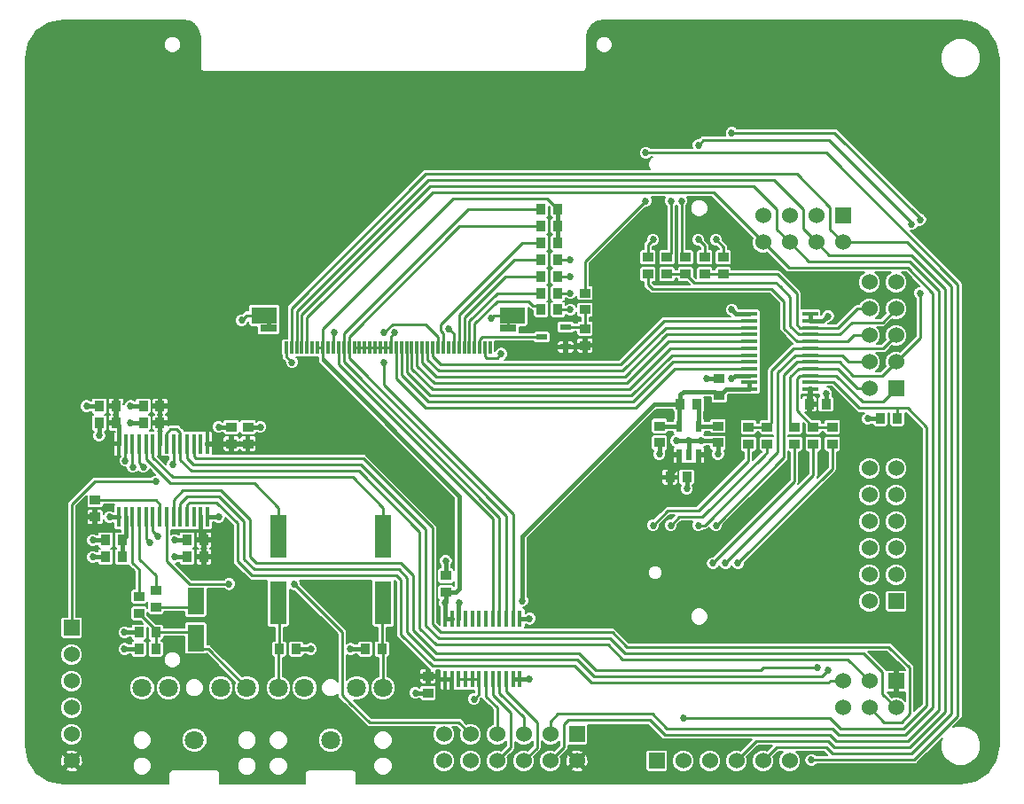
<source format=gtl>
G04 (created by PCBNEW (2013-mar-13)-testing) date Wed 03 Jul 2013 03:21:25 PM PDT*
%MOIN*%
G04 Gerber Fmt 3.4, Leading zero omitted, Abs format*
%FSLAX34Y34*%
G01*
G70*
G90*
G04 APERTURE LIST*
%ADD10C,0.008000*%
%ADD11R,0.039400X0.035400*%
%ADD12R,0.035400X0.039400*%
%ADD13R,0.039400X0.037400*%
%ADD14R,0.037400X0.039400*%
%ADD15C,0.070900*%
%ADD16R,0.063000X0.163400*%
%ADD17R,0.063000X0.100400*%
%ADD18R,0.017717X0.059055*%
%ADD19R,0.059055X0.017717*%
%ADD20R,0.017700X0.072800*%
%ADD21R,0.023600X0.043300*%
%ADD22R,0.041339X0.023622*%
%ADD23R,0.060000X0.060000*%
%ADD24C,0.060000*%
%ADD25R,0.011811X0.047244*%
%ADD26R,0.062992X0.031496*%
%ADD27R,0.094488X0.062992*%
%ADD28C,0.027000*%
%ADD29C,0.010000*%
%ADD30C,0.016000*%
G04 APERTURE END LIST*
G54D10*
G54D11*
X81653Y-40944D03*
X81653Y-40314D03*
X80944Y-40944D03*
X80944Y-40314D03*
X80236Y-40944D03*
X80236Y-40314D03*
X77559Y-33936D03*
X77559Y-34566D03*
X76850Y-33936D03*
X76850Y-34566D03*
X74724Y-33936D03*
X74724Y-34566D03*
X79212Y-40314D03*
X79212Y-40944D03*
X78503Y-40314D03*
X78503Y-40944D03*
X76141Y-34566D03*
X76141Y-33936D03*
X75433Y-34566D03*
X75433Y-33936D03*
X72362Y-36614D03*
X72362Y-37244D03*
X72362Y-35275D03*
X72362Y-35905D03*
G54D12*
X83464Y-40000D03*
X84094Y-40000D03*
G54D13*
X67125Y-46535D03*
X67125Y-45905D03*
X77401Y-39133D03*
X77401Y-38503D03*
X66456Y-49685D03*
X66456Y-50315D03*
G54D14*
X80787Y-39448D03*
X81417Y-39448D03*
X54960Y-45196D03*
X54330Y-45196D03*
X58031Y-45196D03*
X57401Y-45196D03*
X54960Y-44566D03*
X54330Y-44566D03*
X54724Y-39527D03*
X54094Y-39527D03*
X56377Y-39527D03*
X55747Y-39527D03*
G54D13*
X59685Y-40944D03*
X59685Y-40314D03*
G54D14*
X58031Y-44566D03*
X57401Y-44566D03*
X54724Y-40157D03*
X54094Y-40157D03*
X56377Y-40157D03*
X55747Y-40157D03*
G54D13*
X59055Y-40944D03*
X59055Y-40314D03*
G54D15*
X60826Y-50117D03*
X64764Y-50117D03*
X62795Y-52086D03*
X63779Y-50117D03*
X61811Y-50117D03*
X55708Y-50117D03*
X59646Y-50117D03*
X57677Y-52086D03*
X58661Y-50117D03*
X56693Y-50117D03*
G54D11*
X53937Y-43070D03*
X53937Y-43700D03*
G54D12*
X61496Y-48661D03*
X60866Y-48661D03*
X64724Y-48661D03*
X64094Y-48661D03*
G54D11*
X56220Y-47086D03*
X56220Y-46456D03*
G54D12*
X55590Y-48661D03*
X56220Y-48661D03*
G54D11*
X55590Y-47322D03*
X55590Y-46692D03*
G54D16*
X60826Y-44429D03*
X60826Y-46909D03*
X64763Y-44429D03*
X64763Y-46909D03*
G54D17*
X57716Y-46870D03*
X57716Y-48248D03*
G54D14*
X56220Y-48031D03*
X55590Y-48031D03*
G54D18*
X67096Y-49803D03*
X67352Y-49803D03*
X67608Y-49803D03*
X67864Y-49803D03*
X68120Y-49803D03*
X68375Y-49803D03*
X68631Y-49803D03*
X68887Y-49803D03*
X69143Y-49803D03*
X69399Y-49803D03*
X69655Y-49803D03*
X69911Y-49803D03*
X69911Y-47519D03*
X69655Y-47519D03*
X69399Y-47519D03*
X69143Y-47519D03*
X68887Y-47519D03*
X68631Y-47519D03*
X68375Y-47519D03*
X68120Y-47519D03*
X67864Y-47519D03*
X67608Y-47519D03*
X67352Y-47519D03*
X67096Y-47519D03*
G54D12*
X70708Y-33385D03*
X71338Y-33385D03*
X70708Y-32755D03*
X71338Y-32755D03*
X70708Y-32125D03*
X71338Y-32125D03*
X71338Y-35905D03*
X70708Y-35905D03*
X71338Y-35275D03*
X70708Y-35275D03*
X71338Y-34645D03*
X70708Y-34645D03*
X71338Y-34015D03*
X70708Y-34015D03*
G54D19*
X80826Y-38887D03*
X80826Y-38631D03*
X80826Y-38375D03*
X80826Y-38120D03*
X80826Y-37864D03*
X80826Y-37608D03*
X80826Y-37352D03*
X80826Y-37096D03*
X80826Y-36840D03*
X80826Y-36584D03*
X80826Y-36328D03*
X80826Y-36072D03*
X78543Y-36072D03*
X78543Y-36328D03*
X78543Y-36584D03*
X78543Y-36840D03*
X78543Y-37096D03*
X78543Y-37352D03*
X78543Y-37608D03*
X78543Y-37864D03*
X78543Y-38120D03*
X78543Y-38375D03*
X78543Y-38631D03*
X78543Y-38887D03*
G54D20*
X58159Y-40944D03*
X57903Y-40944D03*
X57648Y-40944D03*
X57392Y-40944D03*
X57136Y-40944D03*
X56880Y-40944D03*
X56624Y-40944D03*
X56368Y-40944D03*
X56112Y-40944D03*
X55856Y-40944D03*
X55600Y-40944D03*
X55344Y-40944D03*
X55089Y-40944D03*
X54833Y-40944D03*
X54833Y-43700D03*
X55089Y-43700D03*
X55344Y-43700D03*
X55600Y-43700D03*
X55856Y-43700D03*
X56112Y-43700D03*
X56368Y-43700D03*
X56624Y-43700D03*
X56880Y-43700D03*
X57136Y-43700D03*
X57392Y-43700D03*
X57648Y-43700D03*
X57903Y-43700D03*
X58159Y-43700D03*
G54D14*
X75551Y-42204D03*
X76181Y-42204D03*
G54D13*
X75157Y-40275D03*
X75157Y-40905D03*
G54D11*
X77362Y-40905D03*
X77362Y-40275D03*
G54D12*
X76574Y-39448D03*
X75944Y-39448D03*
G54D21*
X75885Y-41357D03*
X76259Y-41357D03*
X76633Y-41357D03*
X76633Y-40295D03*
X75885Y-40295D03*
G54D22*
X71633Y-37303D03*
X71633Y-36555D03*
X70728Y-36929D03*
G54D23*
X84055Y-38870D03*
G54D24*
X83055Y-38870D03*
X84055Y-37870D03*
X83055Y-37870D03*
X84055Y-36870D03*
X83055Y-36870D03*
X84055Y-35870D03*
X83055Y-35870D03*
X84055Y-34870D03*
X83055Y-34870D03*
G54D23*
X82055Y-32370D03*
G54D24*
X82055Y-33370D03*
X81055Y-32370D03*
X81055Y-33370D03*
X80055Y-32370D03*
X80055Y-33370D03*
X79055Y-32370D03*
X79055Y-33370D03*
G54D23*
X84055Y-46870D03*
G54D24*
X83055Y-46870D03*
X84055Y-45870D03*
X83055Y-45870D03*
X84055Y-44870D03*
X83055Y-44870D03*
X84055Y-43870D03*
X83055Y-43870D03*
X84055Y-42870D03*
X83055Y-42870D03*
X84055Y-41870D03*
X83055Y-41870D03*
G54D23*
X84055Y-49870D03*
G54D24*
X84055Y-50870D03*
X83055Y-49870D03*
X83055Y-50870D03*
X82055Y-49870D03*
X82055Y-50870D03*
G54D23*
X75055Y-52870D03*
G54D24*
X76055Y-52870D03*
X77055Y-52870D03*
X78055Y-52870D03*
X79055Y-52870D03*
X80055Y-52870D03*
G54D23*
X72055Y-51870D03*
G54D24*
X72055Y-52870D03*
X71055Y-51870D03*
X71055Y-52870D03*
X70055Y-51870D03*
X70055Y-52870D03*
X69055Y-51870D03*
X69055Y-52870D03*
X68055Y-51870D03*
X68055Y-52870D03*
X67055Y-51870D03*
X67055Y-52870D03*
G54D23*
X53055Y-47870D03*
G54D24*
X53055Y-48870D03*
X53055Y-49870D03*
X53055Y-50870D03*
X53055Y-51870D03*
X53055Y-52870D03*
G54D25*
X61122Y-37330D03*
X61318Y-37330D03*
X61515Y-37330D03*
X61712Y-37330D03*
X61909Y-37330D03*
X62106Y-37330D03*
X62303Y-37330D03*
X62500Y-37330D03*
X62696Y-37330D03*
X62893Y-37330D03*
X63090Y-37330D03*
X63287Y-37330D03*
X63484Y-37330D03*
X63681Y-37330D03*
X63877Y-37330D03*
X64074Y-37330D03*
X64271Y-37330D03*
X64468Y-37330D03*
X64665Y-37330D03*
X64862Y-37330D03*
X65059Y-37330D03*
X65255Y-37330D03*
X65452Y-37330D03*
X65649Y-37330D03*
X65846Y-37330D03*
X66043Y-37330D03*
X66240Y-37330D03*
X66437Y-37330D03*
X66633Y-37330D03*
X66830Y-37330D03*
X67027Y-37330D03*
X67224Y-37330D03*
X67421Y-37330D03*
X67618Y-37330D03*
X67814Y-37330D03*
X68011Y-37330D03*
X68208Y-37330D03*
X68405Y-37330D03*
X68602Y-37330D03*
X68799Y-37330D03*
G54D26*
X60452Y-36582D03*
G54D27*
X60295Y-36110D03*
X69625Y-36110D03*
G54D26*
X69468Y-36582D03*
G54D28*
X84960Y-32519D03*
X84960Y-35275D03*
X77874Y-29251D03*
X77283Y-44015D03*
X84645Y-32677D03*
X76614Y-29724D03*
X76614Y-44015D03*
X76062Y-51259D03*
X56850Y-41732D03*
X56220Y-42362D03*
X74645Y-30000D03*
X74645Y-31811D03*
X80866Y-52834D03*
X64803Y-36771D03*
X64803Y-37874D03*
X58976Y-46220D03*
X61417Y-46220D03*
X81102Y-49370D03*
X81496Y-49448D03*
X67086Y-46929D03*
X70000Y-46850D03*
X84881Y-49881D03*
X84881Y-50314D03*
X84881Y-49448D03*
X76929Y-38503D03*
X67637Y-46929D03*
X69212Y-37559D03*
X68188Y-50551D03*
X71811Y-34015D03*
X71811Y-34645D03*
X71811Y-35275D03*
X71811Y-35905D03*
X62913Y-36771D03*
X59448Y-36299D03*
X68818Y-36220D03*
X61338Y-37874D03*
X67244Y-36614D03*
X65196Y-36771D03*
X77362Y-41338D03*
X76732Y-40826D03*
X76259Y-40826D03*
X75157Y-41338D03*
X60157Y-40314D03*
X58582Y-40314D03*
X56929Y-45196D03*
X56929Y-44566D03*
X58582Y-43700D03*
X65984Y-50314D03*
X81417Y-39055D03*
X82992Y-40000D03*
X54488Y-43700D03*
X53858Y-45196D03*
X53858Y-44566D03*
X53622Y-39527D03*
X54094Y-40629D03*
X55275Y-39527D03*
X55275Y-40157D03*
X67125Y-45354D03*
X70275Y-49803D03*
X70275Y-47519D03*
X75787Y-40826D03*
X76181Y-42637D03*
X81496Y-36141D03*
X77874Y-38503D03*
X77874Y-35905D03*
X55748Y-41811D03*
X55039Y-48661D03*
X55039Y-48031D03*
X63543Y-48661D03*
X62047Y-48661D03*
X77283Y-33267D03*
X78110Y-45433D03*
X56299Y-44409D03*
X75590Y-44015D03*
X77637Y-45433D03*
X74921Y-44015D03*
X74921Y-33267D03*
X77165Y-45433D03*
X75590Y-31811D03*
X55354Y-41811D03*
X75984Y-31811D03*
X76614Y-33267D03*
X55078Y-41574D03*
X55984Y-44645D03*
G54D29*
X80314Y-39370D02*
X80314Y-39685D01*
X80314Y-39685D02*
X80944Y-40314D01*
X80944Y-40314D02*
X81653Y-40314D01*
X80826Y-38375D02*
X80442Y-38375D01*
X80314Y-38503D02*
X80314Y-39370D01*
X80314Y-39370D02*
X80314Y-39370D01*
X80442Y-38375D02*
X80314Y-38503D01*
X80826Y-38375D02*
X81801Y-38375D01*
X84055Y-38870D02*
X83555Y-39370D01*
X82795Y-39370D02*
X81801Y-38375D01*
X83555Y-39370D02*
X82795Y-39370D01*
X65255Y-37330D02*
X65255Y-38484D01*
X75738Y-38120D02*
X78543Y-38120D01*
X74251Y-39606D02*
X75738Y-38120D01*
X66377Y-39606D02*
X74251Y-39606D01*
X65255Y-38484D02*
X66377Y-39606D01*
X80078Y-39842D02*
X80078Y-40157D01*
X80826Y-38120D02*
X80383Y-38120D01*
X80078Y-38425D02*
X80078Y-39370D01*
X80383Y-38120D02*
X80078Y-38425D01*
X80078Y-39370D02*
X80078Y-39842D01*
X80078Y-40157D02*
X80236Y-40314D01*
X80826Y-38120D02*
X81860Y-38120D01*
X83055Y-38870D02*
X82610Y-38870D01*
X82610Y-38870D02*
X81860Y-38120D01*
X65452Y-37330D02*
X65452Y-38366D01*
X75679Y-37864D02*
X78543Y-37864D01*
X74173Y-39370D02*
X75679Y-37864D01*
X66456Y-39370D02*
X74173Y-39370D01*
X65452Y-38366D02*
X66456Y-39370D01*
X84055Y-37870D02*
X84960Y-36964D01*
X84960Y-32519D02*
X84980Y-32500D01*
X84960Y-36964D02*
X84960Y-35275D01*
X84980Y-32500D02*
X81732Y-29251D01*
X81732Y-29251D02*
X77874Y-29251D01*
X79842Y-40472D02*
X79842Y-41456D01*
X80324Y-37864D02*
X79842Y-38346D01*
X79842Y-38346D02*
X79842Y-40472D01*
X80826Y-37864D02*
X80324Y-37864D01*
X79842Y-41456D02*
X77283Y-44015D01*
X80826Y-37864D02*
X81919Y-37864D01*
X84055Y-37870D02*
X83539Y-38385D01*
X82440Y-38385D02*
X81919Y-37864D01*
X83539Y-38385D02*
X82440Y-38385D01*
X65649Y-37330D02*
X65649Y-38248D01*
X75620Y-37608D02*
X78543Y-37608D01*
X74094Y-39133D02*
X75620Y-37608D01*
X66535Y-39133D02*
X74094Y-39133D01*
X65649Y-38248D02*
X66535Y-39133D01*
X84645Y-32677D02*
X84665Y-32657D01*
X84665Y-32657D02*
X81535Y-29527D01*
X81535Y-29527D02*
X76811Y-29527D01*
X76811Y-29527D02*
X76614Y-29724D01*
X79606Y-40472D02*
X79606Y-41259D01*
X80265Y-37608D02*
X79606Y-38267D01*
X79606Y-38267D02*
X79606Y-40472D01*
X80826Y-37608D02*
X80265Y-37608D01*
X76850Y-44015D02*
X76614Y-44015D01*
X79606Y-41259D02*
X76850Y-44015D01*
X80826Y-37608D02*
X82017Y-37608D01*
X82279Y-37870D02*
X83055Y-37870D01*
X82017Y-37608D02*
X82279Y-37870D01*
X65846Y-37330D02*
X65846Y-38129D01*
X75561Y-37352D02*
X78543Y-37352D01*
X74015Y-38897D02*
X75561Y-37352D01*
X66614Y-38897D02*
X74015Y-38897D01*
X65846Y-38129D02*
X66614Y-38897D01*
X79212Y-40314D02*
X78503Y-40314D01*
X79370Y-39842D02*
X79370Y-40157D01*
X80206Y-37352D02*
X79370Y-38188D01*
X79370Y-38188D02*
X79370Y-39370D01*
X80826Y-37352D02*
X80206Y-37352D01*
X79370Y-39842D02*
X79370Y-39370D01*
X79370Y-40157D02*
X79212Y-40314D01*
X81338Y-37362D02*
X80836Y-37362D01*
X83562Y-37362D02*
X81338Y-37362D01*
X84055Y-36870D02*
X83562Y-37362D01*
X80836Y-37362D02*
X80826Y-37352D01*
X66043Y-37330D02*
X66043Y-38011D01*
X75501Y-37096D02*
X78543Y-37096D01*
X73937Y-38661D02*
X75501Y-37096D01*
X66692Y-38661D02*
X73937Y-38661D01*
X66043Y-38011D02*
X66692Y-38661D01*
X74724Y-34566D02*
X74724Y-34960D01*
X80324Y-37096D02*
X79842Y-36614D01*
X79842Y-36614D02*
X79842Y-35590D01*
X80324Y-37096D02*
X80826Y-37096D01*
X79370Y-35118D02*
X79842Y-35590D01*
X74881Y-35118D02*
X79370Y-35118D01*
X74724Y-34960D02*
X74881Y-35118D01*
X80826Y-37096D02*
X82234Y-37096D01*
X83055Y-36870D02*
X82460Y-36870D01*
X82460Y-36870D02*
X82234Y-37096D01*
X66240Y-37330D02*
X66240Y-37893D01*
X75442Y-36840D02*
X78543Y-36840D01*
X73858Y-38425D02*
X75442Y-36840D01*
X66771Y-38425D02*
X73858Y-38425D01*
X66240Y-37893D02*
X66771Y-38425D01*
X76141Y-34566D02*
X76141Y-34566D01*
X79685Y-35039D02*
X80078Y-35433D01*
X80078Y-35433D02*
X80078Y-35590D01*
X80383Y-36840D02*
X80826Y-36840D01*
X80078Y-36535D02*
X80078Y-35590D01*
X80383Y-36840D02*
X80078Y-36535D01*
X79527Y-34881D02*
X79685Y-35039D01*
X76456Y-34881D02*
X79527Y-34881D01*
X76141Y-34566D02*
X76456Y-34881D01*
X75433Y-34566D02*
X76141Y-34566D01*
X80826Y-36840D02*
X81938Y-36840D01*
X83547Y-36377D02*
X82401Y-36377D01*
X82401Y-36377D02*
X81938Y-36840D01*
X84055Y-35870D02*
X83547Y-36377D01*
X66437Y-37330D02*
X66437Y-37775D01*
X75383Y-36584D02*
X78543Y-36584D01*
X73779Y-38188D02*
X75383Y-36584D01*
X66850Y-38188D02*
X73779Y-38188D01*
X66437Y-37775D02*
X66850Y-38188D01*
X77559Y-34566D02*
X76850Y-34566D01*
X77559Y-34566D02*
X79606Y-34566D01*
X80442Y-36584D02*
X80314Y-36456D01*
X80314Y-36456D02*
X80314Y-35590D01*
X80442Y-36584D02*
X80826Y-36584D01*
X80314Y-35275D02*
X80314Y-35590D01*
X79606Y-34566D02*
X80314Y-35275D01*
X80826Y-36584D02*
X81879Y-36584D01*
X83055Y-35870D02*
X82594Y-35870D01*
X82594Y-35870D02*
X81879Y-36584D01*
X66633Y-37330D02*
X66633Y-37657D01*
X75324Y-36328D02*
X78543Y-36328D01*
X73700Y-37952D02*
X75324Y-36328D01*
X66929Y-37952D02*
X73700Y-37952D01*
X66633Y-37657D02*
X66929Y-37952D01*
X84330Y-51653D02*
X85196Y-50787D01*
X81968Y-51653D02*
X81574Y-51259D01*
X81574Y-51259D02*
X76062Y-51259D01*
X84488Y-39606D02*
X84094Y-39606D01*
X84488Y-39606D02*
X85196Y-40314D01*
X85196Y-40314D02*
X85196Y-50787D01*
X84330Y-51653D02*
X81968Y-51653D01*
X84094Y-40000D02*
X84094Y-39606D01*
X81702Y-38631D02*
X82677Y-39606D01*
X82677Y-39606D02*
X84094Y-39606D01*
X80826Y-38631D02*
X81702Y-38631D01*
X53055Y-43228D02*
X53921Y-42362D01*
X56880Y-40944D02*
X56880Y-41702D01*
X56880Y-41702D02*
X56850Y-41732D01*
X56220Y-42362D02*
X53921Y-42362D01*
X53055Y-47870D02*
X53055Y-43228D01*
X66614Y-49291D02*
X71968Y-49291D01*
X81574Y-49870D02*
X81523Y-49921D01*
X57392Y-43237D02*
X57480Y-43149D01*
X57480Y-43149D02*
X58503Y-43149D01*
X58503Y-43149D02*
X59291Y-43937D01*
X59291Y-43937D02*
X59291Y-45354D01*
X59291Y-45354D02*
X59842Y-45905D01*
X59842Y-45905D02*
X65275Y-45905D01*
X65275Y-45905D02*
X65433Y-46062D01*
X65433Y-46062D02*
X65433Y-48110D01*
X65433Y-48110D02*
X66614Y-49291D01*
X57392Y-43700D02*
X57392Y-43237D01*
X72598Y-49921D02*
X81523Y-49921D01*
X71968Y-49291D02*
X72598Y-49921D01*
X81574Y-49870D02*
X82055Y-49870D01*
X57648Y-40944D02*
X57648Y-41427D01*
X83602Y-51417D02*
X83055Y-50870D01*
X84251Y-51417D02*
X83602Y-51417D01*
X84566Y-51102D02*
X84251Y-51417D01*
X84566Y-49370D02*
X84566Y-51102D01*
X83779Y-48582D02*
X84566Y-49370D01*
X73937Y-48582D02*
X83779Y-48582D01*
X73385Y-48031D02*
X73937Y-48582D01*
X66929Y-48031D02*
X73385Y-48031D01*
X66614Y-47716D02*
X66929Y-48031D01*
X66614Y-44094D02*
X66614Y-47716D01*
X64015Y-41496D02*
X66614Y-44094D01*
X57716Y-41496D02*
X64015Y-41496D01*
X57648Y-41427D02*
X57716Y-41496D01*
X57392Y-40944D02*
X57392Y-41486D01*
X83543Y-50358D02*
X84055Y-50870D01*
X83543Y-49527D02*
X83543Y-50358D01*
X82834Y-48818D02*
X83543Y-49527D01*
X73858Y-48818D02*
X82834Y-48818D01*
X73307Y-48267D02*
X73858Y-48818D01*
X66850Y-48267D02*
X73307Y-48267D01*
X66377Y-47795D02*
X66850Y-48267D01*
X66377Y-44173D02*
X66377Y-47795D01*
X63937Y-41732D02*
X66377Y-44173D01*
X57637Y-41732D02*
X63937Y-41732D01*
X57392Y-41486D02*
X57637Y-41732D01*
X56624Y-40944D02*
X56624Y-40541D01*
X57136Y-40521D02*
X57136Y-40944D01*
X57007Y-40393D02*
X57136Y-40521D01*
X56929Y-40393D02*
X57007Y-40393D01*
X56771Y-40393D02*
X56929Y-40393D01*
X56624Y-40541D02*
X56771Y-40393D01*
X58267Y-41968D02*
X57559Y-41968D01*
X58267Y-41968D02*
X63858Y-41968D01*
X63858Y-41968D02*
X66141Y-44251D01*
X66141Y-44251D02*
X66141Y-47874D01*
X66141Y-47874D02*
X66771Y-48503D01*
X66771Y-48503D02*
X73228Y-48503D01*
X73228Y-48503D02*
X73779Y-49055D01*
X73779Y-49055D02*
X82240Y-49055D01*
X83055Y-49870D02*
X82240Y-49055D01*
X57136Y-41545D02*
X57136Y-40944D01*
X57559Y-41968D02*
X57136Y-41545D01*
X56112Y-40944D02*
X56112Y-41466D01*
X64763Y-43346D02*
X64763Y-44429D01*
X63622Y-42204D02*
X64763Y-43346D01*
X56850Y-42204D02*
X63622Y-42204D01*
X56112Y-41466D02*
X56850Y-42204D01*
X55344Y-43700D02*
X55344Y-45422D01*
X55590Y-45669D02*
X55590Y-46692D01*
X55344Y-45422D02*
X55590Y-45669D01*
X55600Y-43700D02*
X55600Y-45285D01*
X56220Y-45905D02*
X56220Y-46456D01*
X55600Y-45285D02*
X56220Y-45905D01*
X69143Y-49803D02*
X69143Y-50324D01*
X70055Y-51236D02*
X70055Y-51870D01*
X69143Y-50324D02*
X70055Y-51236D01*
X69399Y-47519D02*
X69399Y-43651D01*
X63484Y-37736D02*
X63484Y-37330D01*
X69399Y-43651D02*
X63484Y-37736D01*
X63484Y-37330D02*
X63484Y-36909D01*
X67637Y-32755D02*
X70708Y-32755D01*
X63484Y-36909D02*
X67637Y-32755D01*
X72362Y-35275D02*
X72362Y-34094D01*
X81417Y-30000D02*
X74645Y-30000D01*
X86377Y-51181D02*
X86377Y-34960D01*
X84724Y-52834D02*
X86377Y-51181D01*
X80866Y-52834D02*
X84724Y-52834D01*
X86377Y-34960D02*
X81417Y-30000D01*
X72362Y-34094D02*
X74645Y-31811D01*
X69399Y-49803D02*
X69399Y-50265D01*
X70551Y-52374D02*
X70055Y-52870D01*
X70551Y-51417D02*
X70551Y-52374D01*
X69399Y-50265D02*
X70551Y-51417D01*
X69655Y-47519D02*
X69655Y-43592D01*
X66830Y-36909D02*
X66830Y-37330D01*
X65118Y-36456D02*
X64803Y-36771D01*
X66377Y-36456D02*
X65118Y-36456D01*
X66830Y-36909D02*
X66377Y-36456D01*
X64803Y-38740D02*
X64803Y-37874D01*
X69655Y-43592D02*
X64803Y-38740D01*
X55856Y-40944D02*
X55856Y-41525D01*
X60826Y-43346D02*
X60826Y-44429D01*
X59921Y-42440D02*
X60826Y-43346D01*
X56771Y-42440D02*
X59921Y-42440D01*
X55856Y-41525D02*
X56771Y-42440D01*
X68631Y-49803D02*
X68631Y-50442D01*
X69055Y-50866D02*
X69055Y-51870D01*
X68631Y-50442D02*
X69055Y-50866D01*
X68887Y-47519D02*
X68887Y-43769D01*
X63090Y-37972D02*
X63090Y-37330D01*
X68887Y-43769D02*
X63090Y-37972D01*
X58661Y-46220D02*
X57480Y-46220D01*
X56624Y-45364D02*
X57480Y-46220D01*
X56624Y-43700D02*
X56624Y-45364D01*
X58661Y-46220D02*
X58661Y-46220D01*
X58661Y-46220D02*
X58976Y-46220D01*
X61417Y-46220D02*
X63228Y-48031D01*
X63228Y-48031D02*
X63228Y-50393D01*
X63228Y-50393D02*
X63543Y-50708D01*
X64251Y-51417D02*
X67602Y-51417D01*
X67602Y-51417D02*
X68055Y-51870D01*
X63543Y-50708D02*
X63543Y-50708D01*
X64251Y-51417D02*
X63543Y-50708D01*
X66771Y-48818D02*
X72125Y-48818D01*
X65433Y-45433D02*
X65905Y-45905D01*
X65905Y-45905D02*
X65905Y-47952D01*
X65905Y-47952D02*
X66771Y-48818D01*
X59921Y-45354D02*
X60000Y-45433D01*
X56880Y-43041D02*
X57244Y-42677D01*
X57244Y-42677D02*
X58661Y-42677D01*
X58661Y-42677D02*
X59763Y-43779D01*
X59763Y-43779D02*
X59763Y-45196D01*
X59763Y-45196D02*
X59921Y-45354D01*
X56880Y-43700D02*
X56880Y-43041D01*
X60000Y-45433D02*
X65275Y-45433D01*
X65275Y-45433D02*
X65433Y-45433D01*
X72125Y-48818D02*
X72755Y-49448D01*
X74960Y-49448D02*
X78976Y-49448D01*
X72755Y-49448D02*
X74960Y-49448D01*
X79055Y-49370D02*
X81102Y-49370D01*
X78976Y-49448D02*
X79055Y-49370D01*
X72755Y-49448D02*
X72755Y-49448D01*
X57136Y-43700D02*
X57136Y-43178D01*
X81254Y-49690D02*
X81496Y-49448D01*
X72598Y-49606D02*
X72682Y-49690D01*
X66692Y-49055D02*
X72047Y-49055D01*
X72047Y-49055D02*
X72598Y-49606D01*
X61811Y-45669D02*
X65354Y-45669D01*
X59527Y-43858D02*
X59527Y-45275D01*
X59527Y-45275D02*
X59921Y-45669D01*
X59921Y-45669D02*
X61811Y-45669D01*
X65669Y-48031D02*
X66535Y-48897D01*
X65669Y-45984D02*
X65669Y-48031D01*
X65354Y-45669D02*
X65669Y-45984D01*
X66535Y-48897D02*
X66692Y-49055D01*
X72682Y-49690D02*
X74960Y-49690D01*
X74960Y-49690D02*
X81254Y-49690D01*
X58582Y-42913D02*
X59527Y-43858D01*
X57401Y-42913D02*
X58582Y-42913D01*
X57136Y-43178D02*
X57401Y-42913D01*
X78055Y-52870D02*
X78799Y-52125D01*
X81496Y-52125D02*
X81732Y-52362D01*
X78799Y-52125D02*
X81496Y-52125D01*
X81732Y-52362D02*
X84566Y-52362D01*
X81543Y-33858D02*
X81055Y-33370D01*
X84645Y-33858D02*
X81543Y-33858D01*
X85905Y-35118D02*
X84645Y-33858D01*
X85905Y-51023D02*
X85905Y-35118D01*
X84566Y-52362D02*
X85905Y-51023D01*
X61515Y-37330D02*
X61515Y-35964D01*
X80551Y-32866D02*
X81055Y-33370D01*
X80551Y-32125D02*
X80551Y-32866D01*
X79448Y-31023D02*
X80551Y-32125D01*
X66456Y-31023D02*
X79448Y-31023D01*
X61515Y-35964D02*
X66456Y-31023D01*
X71055Y-51870D02*
X71055Y-51385D01*
X81653Y-51653D02*
X81889Y-51889D01*
X80015Y-34330D02*
X79055Y-33370D01*
X84488Y-34330D02*
X80015Y-34330D01*
X85433Y-35275D02*
X84488Y-34330D01*
X85433Y-50866D02*
X85433Y-35275D01*
X84409Y-51889D02*
X85433Y-50866D01*
X81889Y-51889D02*
X84409Y-51889D01*
X75433Y-51653D02*
X81653Y-51653D01*
X74881Y-51102D02*
X75433Y-51653D01*
X71338Y-51102D02*
X74881Y-51102D01*
X71055Y-51385D02*
X71338Y-51102D01*
X61909Y-37330D02*
X61909Y-36200D01*
X77181Y-31496D02*
X79055Y-33370D01*
X66614Y-31496D02*
X77181Y-31496D01*
X61909Y-36200D02*
X66614Y-31496D01*
X71055Y-52870D02*
X71574Y-52350D01*
X74803Y-51338D02*
X75354Y-51889D01*
X71732Y-51338D02*
X74803Y-51338D01*
X71574Y-51496D02*
X71732Y-51338D01*
X71574Y-52350D02*
X71574Y-51496D01*
X81574Y-51889D02*
X81811Y-52125D01*
X75354Y-51889D02*
X81574Y-51889D01*
X81811Y-52125D02*
X84488Y-52125D01*
X80779Y-34094D02*
X80055Y-33370D01*
X84566Y-34094D02*
X80779Y-34094D01*
X85669Y-35196D02*
X84566Y-34094D01*
X85669Y-50944D02*
X85669Y-35196D01*
X84488Y-52125D02*
X85669Y-50944D01*
X61712Y-37330D02*
X61712Y-36082D01*
X79566Y-32881D02*
X80055Y-33370D01*
X79566Y-32125D02*
X79566Y-32881D01*
X78700Y-31259D02*
X79566Y-32125D01*
X66535Y-31259D02*
X78700Y-31259D01*
X61712Y-36082D02*
X66535Y-31259D01*
X79055Y-52870D02*
X79562Y-52362D01*
X81653Y-52598D02*
X84645Y-52598D01*
X81417Y-52362D02*
X81653Y-52598D01*
X79562Y-52362D02*
X81417Y-52362D01*
X84472Y-33370D02*
X82055Y-33370D01*
X86141Y-35039D02*
X84472Y-33370D01*
X86141Y-51102D02*
X86141Y-35039D01*
X84645Y-52598D02*
X86141Y-51102D01*
X61318Y-37330D02*
X61318Y-35846D01*
X81574Y-32889D02*
X82055Y-33370D01*
X81574Y-32047D02*
X81574Y-32889D01*
X80314Y-30787D02*
X81574Y-32047D01*
X66377Y-30787D02*
X80314Y-30787D01*
X61318Y-35846D02*
X66377Y-30787D01*
G54D30*
X75944Y-39448D02*
X75944Y-39094D01*
X77244Y-38976D02*
X77401Y-39133D01*
X76062Y-38976D02*
X77244Y-38976D01*
X75944Y-39094D02*
X76062Y-38976D01*
X78543Y-38887D02*
X77647Y-38887D01*
X77647Y-38887D02*
X77401Y-39133D01*
G54D29*
X62500Y-37330D02*
X62500Y-37775D01*
G54D30*
X67637Y-42913D02*
X62519Y-37795D01*
X67480Y-46535D02*
X67637Y-46377D01*
X67480Y-46535D02*
X67125Y-46535D01*
X67637Y-46377D02*
X67637Y-42913D01*
G54D29*
X62500Y-37775D02*
X62519Y-37795D01*
G54D30*
X74960Y-39448D02*
X75944Y-39448D01*
X70000Y-44409D02*
X70000Y-46850D01*
X74960Y-39448D02*
X70000Y-44409D01*
X67096Y-47519D02*
X67096Y-46938D01*
X67125Y-46889D02*
X67125Y-46535D01*
X67086Y-46929D02*
X67125Y-46889D01*
X67096Y-46938D02*
X67086Y-46929D01*
X71338Y-33385D02*
X71338Y-32755D01*
X71338Y-32755D02*
X71338Y-32125D01*
G54D29*
X70000Y-31732D02*
X70944Y-31732D01*
X62500Y-36633D02*
X67401Y-31732D01*
X67401Y-31732D02*
X70000Y-31732D01*
X62500Y-37330D02*
X62500Y-36633D01*
X70944Y-31732D02*
X71338Y-32125D01*
X62303Y-37330D02*
X62500Y-37330D01*
G54D30*
X75885Y-40295D02*
X75177Y-40295D01*
X75177Y-40295D02*
X75157Y-40275D01*
X75147Y-40265D02*
X75157Y-40275D01*
X67352Y-47519D02*
X67096Y-47519D01*
X75866Y-40314D02*
X75885Y-40295D01*
X75885Y-40295D02*
X75885Y-39507D01*
X75885Y-39507D02*
X75944Y-39448D01*
X78543Y-38631D02*
X78543Y-38887D01*
G54D29*
X68887Y-49803D02*
X68887Y-50383D01*
X69566Y-52358D02*
X69055Y-52870D01*
X69566Y-51062D02*
X69566Y-52358D01*
X68887Y-50383D02*
X69566Y-51062D01*
X63287Y-37330D02*
X63287Y-37854D01*
X69143Y-43710D02*
X69143Y-47519D01*
X63287Y-37854D02*
X69143Y-43710D01*
X63287Y-37330D02*
X63287Y-36791D01*
X67952Y-32125D02*
X70708Y-32125D01*
X63287Y-36791D02*
X67952Y-32125D01*
G54D30*
X71633Y-37303D02*
X72303Y-37303D01*
X72303Y-37303D02*
X72362Y-37244D01*
X59055Y-40944D02*
X59685Y-40944D01*
X58159Y-40944D02*
X59055Y-40944D01*
X59055Y-40944D02*
X59055Y-40944D01*
X58031Y-44566D02*
X58031Y-45196D01*
X57903Y-43700D02*
X57903Y-44438D01*
X57903Y-44438D02*
X58031Y-44566D01*
X80826Y-38887D02*
X80826Y-39409D01*
X80826Y-39409D02*
X80787Y-39448D01*
X54724Y-40157D02*
X54724Y-39527D01*
X54833Y-40944D02*
X54833Y-40266D01*
X54833Y-40266D02*
X54724Y-40157D01*
X56377Y-40157D02*
X56377Y-39527D01*
X56368Y-40944D02*
X56368Y-40167D01*
X56368Y-40167D02*
X56377Y-40157D01*
X75551Y-42204D02*
X75551Y-42086D01*
X75885Y-41751D02*
X75885Y-41357D01*
X75551Y-42086D02*
X75885Y-41751D01*
X76633Y-41357D02*
X76633Y-42893D01*
X75551Y-42637D02*
X75551Y-42204D01*
X76023Y-43110D02*
X75551Y-42637D01*
X76417Y-43110D02*
X76023Y-43110D01*
X76633Y-42893D02*
X76417Y-43110D01*
X77401Y-38503D02*
X76929Y-38503D01*
X76929Y-38503D02*
X76929Y-38503D01*
X67608Y-47519D02*
X67608Y-46958D01*
X67608Y-46958D02*
X67637Y-46929D01*
G54D29*
X68602Y-37330D02*
X68602Y-37657D01*
X69055Y-37716D02*
X69212Y-37559D01*
X68661Y-37716D02*
X69055Y-37716D01*
X68602Y-37657D02*
X68661Y-37716D01*
X68375Y-49803D02*
X68120Y-49803D01*
X68120Y-49803D02*
X67864Y-49803D01*
X67864Y-49803D02*
X67608Y-49803D01*
X68375Y-49803D02*
X68375Y-50364D01*
X68375Y-50364D02*
X68188Y-50551D01*
X71338Y-34015D02*
X71811Y-34015D01*
X71338Y-34645D02*
X71811Y-34645D01*
X71338Y-35275D02*
X71811Y-35275D01*
X71338Y-35905D02*
X71811Y-35905D01*
X62893Y-37330D02*
X62893Y-36791D01*
X62893Y-36791D02*
X62913Y-36771D01*
X60295Y-36110D02*
X59637Y-36110D01*
X59637Y-36110D02*
X59448Y-36299D01*
X69468Y-36267D02*
X69625Y-36110D01*
X69468Y-36582D02*
X69468Y-36267D01*
X68929Y-36110D02*
X68818Y-36220D01*
X69625Y-36110D02*
X68929Y-36110D01*
X61122Y-37330D02*
X61122Y-37657D01*
X61122Y-37657D02*
X61338Y-37874D01*
X67421Y-37330D02*
X67421Y-36791D01*
X67421Y-36791D02*
X67244Y-36614D01*
X63681Y-37330D02*
X63877Y-37330D01*
X63877Y-37330D02*
X64074Y-37330D01*
X64074Y-37330D02*
X64271Y-37330D01*
X64271Y-37330D02*
X64468Y-37330D01*
X64468Y-37330D02*
X64665Y-37330D01*
X64665Y-37330D02*
X64862Y-37330D01*
X64862Y-37330D02*
X65059Y-37330D01*
X65059Y-37330D02*
X65059Y-36909D01*
X65059Y-36909D02*
X65196Y-36771D01*
G54D30*
X69911Y-49803D02*
X69655Y-49803D01*
X77362Y-40905D02*
X77362Y-41338D01*
X76732Y-40826D02*
X77283Y-40826D01*
X76259Y-40826D02*
X76732Y-40826D01*
X77283Y-40826D02*
X77362Y-40905D01*
X75157Y-40905D02*
X75157Y-41338D01*
X59685Y-40314D02*
X60157Y-40314D01*
X60157Y-40314D02*
X60157Y-40314D01*
X59055Y-40314D02*
X58582Y-40314D01*
X58582Y-40314D02*
X58582Y-40314D01*
X57401Y-45196D02*
X56929Y-45196D01*
X57401Y-44566D02*
X56929Y-44566D01*
X58159Y-43700D02*
X58582Y-43700D01*
X58582Y-43700D02*
X58582Y-43700D01*
X66456Y-50315D02*
X65984Y-50315D01*
X65984Y-50315D02*
X65984Y-50314D01*
X81417Y-39448D02*
X81417Y-39055D01*
X81417Y-39055D02*
X81417Y-39055D01*
X83464Y-40000D02*
X82992Y-40000D01*
X54833Y-43700D02*
X54488Y-43700D01*
X54488Y-43700D02*
X54488Y-43700D01*
X54330Y-45196D02*
X53858Y-45196D01*
X54330Y-44566D02*
X53858Y-44566D01*
X54094Y-39527D02*
X53622Y-39527D01*
X54094Y-40157D02*
X54094Y-40629D01*
G54D29*
X54094Y-40629D02*
X54094Y-40629D01*
G54D30*
X55747Y-39527D02*
X55275Y-39527D01*
X55747Y-40157D02*
X55275Y-40157D01*
X60452Y-36582D02*
X60452Y-36267D01*
X60452Y-36267D02*
X60295Y-36110D01*
X69468Y-36267D02*
X69625Y-36110D01*
X67125Y-45905D02*
X67125Y-45354D01*
X69911Y-49803D02*
X70275Y-49803D01*
X69911Y-47519D02*
X70275Y-47519D01*
X76259Y-40826D02*
X75787Y-40826D01*
X76259Y-40826D02*
X76259Y-41357D01*
X76181Y-42204D02*
X76181Y-42637D01*
X76181Y-42637D02*
X76181Y-42637D01*
X80826Y-36328D02*
X81309Y-36328D01*
X81309Y-36328D02*
X81496Y-36141D01*
X80826Y-36328D02*
X80826Y-36072D01*
X78543Y-38375D02*
X78001Y-38375D01*
X78001Y-38375D02*
X77874Y-38503D01*
X78543Y-36072D02*
X78041Y-36072D01*
X78041Y-36072D02*
X77874Y-35905D01*
G54D29*
X55600Y-40944D02*
X55600Y-41663D01*
X55600Y-41663D02*
X55748Y-41811D01*
G54D30*
X55590Y-48661D02*
X55039Y-48661D01*
X55590Y-48031D02*
X55039Y-48031D01*
X64094Y-48661D02*
X63543Y-48661D01*
X61496Y-48661D02*
X62047Y-48661D01*
G54D29*
X77559Y-33936D02*
X77559Y-33543D01*
X77559Y-33543D02*
X77283Y-33267D01*
X59646Y-50117D02*
X58189Y-48661D01*
X57716Y-48425D02*
X57716Y-48248D01*
X57952Y-48661D02*
X57716Y-48425D01*
X58189Y-48661D02*
X57952Y-48661D01*
X55590Y-47322D02*
X56220Y-47952D01*
X56220Y-47952D02*
X56220Y-48031D01*
X56220Y-48031D02*
X57499Y-48031D01*
X57499Y-48031D02*
X57716Y-48248D01*
X56220Y-48661D02*
X56220Y-48031D01*
X56220Y-47086D02*
X57499Y-47086D01*
X57499Y-47086D02*
X57716Y-46870D01*
X64724Y-48661D02*
X64724Y-46948D01*
X64724Y-46948D02*
X64763Y-46909D01*
X64764Y-50117D02*
X64764Y-48701D01*
X64764Y-48701D02*
X64724Y-48661D01*
X54251Y-43070D02*
X53937Y-43070D01*
X56368Y-43218D02*
X56220Y-43070D01*
X56220Y-43070D02*
X54251Y-43070D01*
X56368Y-43700D02*
X56368Y-43218D01*
X53937Y-43070D02*
X53937Y-43070D01*
X60866Y-48661D02*
X60866Y-46948D01*
X60866Y-46948D02*
X60826Y-46909D01*
X60826Y-50117D02*
X60826Y-48701D01*
X60826Y-48701D02*
X60866Y-48661D01*
X67027Y-37330D02*
X67027Y-36791D01*
X70000Y-33385D02*
X70708Y-33385D01*
X66929Y-36456D02*
X70000Y-33385D01*
X66929Y-36692D02*
X66929Y-36456D01*
X67027Y-36791D02*
X66929Y-36692D01*
G54D30*
X54960Y-45196D02*
X54960Y-44566D01*
X55089Y-43700D02*
X55089Y-44438D01*
X55089Y-44438D02*
X54960Y-44566D01*
G54D29*
X72362Y-36614D02*
X72362Y-35905D01*
X71633Y-36555D02*
X72303Y-36555D01*
X72303Y-36555D02*
X72362Y-36614D01*
X81653Y-41889D02*
X81653Y-40944D01*
X78110Y-45433D02*
X81653Y-41889D01*
X70728Y-36929D02*
X70314Y-36929D01*
X68405Y-37027D02*
X68503Y-36929D01*
X68503Y-36929D02*
X70314Y-36929D01*
X68405Y-37027D02*
X68405Y-37330D01*
X56112Y-43700D02*
X56112Y-44222D01*
X56112Y-44222D02*
X56299Y-44409D01*
X79094Y-41377D02*
X76771Y-43700D01*
X76771Y-43700D02*
X75905Y-43700D01*
X75590Y-44015D02*
X75905Y-43700D01*
X79212Y-40944D02*
X79212Y-41259D01*
X79212Y-41259D02*
X79094Y-41377D01*
X80944Y-42125D02*
X80944Y-40944D01*
X77637Y-45433D02*
X80944Y-42125D01*
X78503Y-40944D02*
X78503Y-41574D01*
X76614Y-43464D02*
X75472Y-43464D01*
X78503Y-41574D02*
X76614Y-43464D01*
X75472Y-43464D02*
X74921Y-44015D01*
X74724Y-33936D02*
X74724Y-33464D01*
X74724Y-33464D02*
X74921Y-33267D01*
X80236Y-42362D02*
X80236Y-40944D01*
X77165Y-45433D02*
X80236Y-42362D01*
X75590Y-33779D02*
X75590Y-31811D01*
X75590Y-33779D02*
X75433Y-33936D01*
X55344Y-40944D02*
X55344Y-41800D01*
X55344Y-41800D02*
X55354Y-41811D01*
X75984Y-33779D02*
X75984Y-31811D01*
X75984Y-33779D02*
X76141Y-33936D01*
X76850Y-33936D02*
X76850Y-33503D01*
X76850Y-33503D02*
X76614Y-33267D01*
G54D30*
X77362Y-40275D02*
X76654Y-40275D01*
X76654Y-40275D02*
X76633Y-40295D01*
X77421Y-40295D02*
X77440Y-40314D01*
X76633Y-40295D02*
X76633Y-39507D01*
X76633Y-39507D02*
X76574Y-39448D01*
G54D29*
X55089Y-40944D02*
X55078Y-40955D01*
X55078Y-40955D02*
X55078Y-41574D01*
X67814Y-37330D02*
X67814Y-36200D01*
X69370Y-34645D02*
X70708Y-34645D01*
X67814Y-36200D02*
X69370Y-34645D01*
X68011Y-37330D02*
X68011Y-36318D01*
X69055Y-35275D02*
X70708Y-35275D01*
X68011Y-36318D02*
X69055Y-35275D01*
X68208Y-37330D02*
X68208Y-36437D01*
X70551Y-35748D02*
X70708Y-35905D01*
X70393Y-35748D02*
X70551Y-35748D01*
X70236Y-35590D02*
X70393Y-35748D01*
X69055Y-35590D02*
X70236Y-35590D01*
X68208Y-36437D02*
X69055Y-35590D01*
X55856Y-43700D02*
X55856Y-44517D01*
X55856Y-44517D02*
X55984Y-44645D01*
X67618Y-37330D02*
X67618Y-36082D01*
X69685Y-34015D02*
X70708Y-34015D01*
X67618Y-36082D02*
X69685Y-34015D01*
G54D10*
G36*
X84396Y-50617D02*
X84293Y-50514D01*
X84139Y-50450D01*
X83971Y-50450D01*
X83903Y-50478D01*
X83713Y-50287D01*
X83713Y-50282D01*
X83731Y-50290D01*
X83965Y-50290D01*
X83995Y-50260D01*
X83995Y-49930D01*
X83987Y-49930D01*
X83987Y-49810D01*
X83995Y-49810D01*
X83995Y-49480D01*
X83965Y-49450D01*
X83731Y-49450D01*
X83700Y-49462D01*
X83700Y-49462D01*
X83663Y-49407D01*
X83663Y-49407D01*
X83008Y-48752D01*
X83709Y-48752D01*
X84396Y-49440D01*
X84396Y-49457D01*
X84378Y-49450D01*
X84145Y-49450D01*
X84115Y-49480D01*
X84115Y-49810D01*
X84122Y-49810D01*
X84122Y-49930D01*
X84115Y-49930D01*
X84115Y-50260D01*
X84145Y-50290D01*
X84378Y-50290D01*
X84396Y-50282D01*
X84396Y-50617D01*
X84396Y-50617D01*
G37*
X84396Y-50617D02*
X84293Y-50514D01*
X84139Y-50450D01*
X83971Y-50450D01*
X83903Y-50478D01*
X83713Y-50287D01*
X83713Y-50282D01*
X83731Y-50290D01*
X83965Y-50290D01*
X83995Y-50260D01*
X83995Y-49930D01*
X83987Y-49930D01*
X83987Y-49810D01*
X83995Y-49810D01*
X83995Y-49480D01*
X83965Y-49450D01*
X83731Y-49450D01*
X83700Y-49462D01*
X83700Y-49462D01*
X83663Y-49407D01*
X83663Y-49407D01*
X83008Y-48752D01*
X83709Y-48752D01*
X84396Y-49440D01*
X84396Y-49457D01*
X84378Y-49450D01*
X84145Y-49450D01*
X84115Y-49480D01*
X84115Y-49810D01*
X84122Y-49810D01*
X84122Y-49930D01*
X84115Y-49930D01*
X84115Y-50260D01*
X84145Y-50290D01*
X84378Y-50290D01*
X84396Y-50282D01*
X84396Y-50617D01*
G36*
X85026Y-50716D02*
X84736Y-51006D01*
X84736Y-49370D01*
X84723Y-49305D01*
X84723Y-49305D01*
X84687Y-49249D01*
X84475Y-49037D01*
X84475Y-45786D01*
X84475Y-44786D01*
X84475Y-43786D01*
X84475Y-42786D01*
X84475Y-41786D01*
X84411Y-41632D01*
X84293Y-41514D01*
X84139Y-41450D01*
X83971Y-41450D01*
X83817Y-41513D01*
X83699Y-41631D01*
X83635Y-41786D01*
X83635Y-41953D01*
X83698Y-42107D01*
X83816Y-42225D01*
X83971Y-42290D01*
X84138Y-42290D01*
X84292Y-42226D01*
X84410Y-42108D01*
X84475Y-41953D01*
X84475Y-41786D01*
X84475Y-42786D01*
X84411Y-42632D01*
X84293Y-42514D01*
X84139Y-42450D01*
X83971Y-42450D01*
X83817Y-42513D01*
X83699Y-42631D01*
X83635Y-42786D01*
X83635Y-42953D01*
X83698Y-43107D01*
X83816Y-43225D01*
X83971Y-43290D01*
X84138Y-43290D01*
X84292Y-43226D01*
X84410Y-43108D01*
X84475Y-42953D01*
X84475Y-42786D01*
X84475Y-43786D01*
X84411Y-43632D01*
X84293Y-43514D01*
X84139Y-43450D01*
X83971Y-43450D01*
X83817Y-43513D01*
X83699Y-43631D01*
X83635Y-43786D01*
X83635Y-43953D01*
X83698Y-44107D01*
X83816Y-44225D01*
X83971Y-44290D01*
X84138Y-44290D01*
X84292Y-44226D01*
X84410Y-44108D01*
X84475Y-43953D01*
X84475Y-43786D01*
X84475Y-44786D01*
X84411Y-44632D01*
X84293Y-44514D01*
X84139Y-44450D01*
X83971Y-44450D01*
X83817Y-44513D01*
X83699Y-44631D01*
X83635Y-44786D01*
X83635Y-44953D01*
X83698Y-45107D01*
X83816Y-45225D01*
X83971Y-45290D01*
X84138Y-45290D01*
X84292Y-45226D01*
X84410Y-45108D01*
X84475Y-44953D01*
X84475Y-44786D01*
X84475Y-45786D01*
X84411Y-45632D01*
X84293Y-45514D01*
X84139Y-45450D01*
X83971Y-45450D01*
X83817Y-45513D01*
X83699Y-45631D01*
X83635Y-45786D01*
X83635Y-45953D01*
X83698Y-46107D01*
X83816Y-46225D01*
X83971Y-46290D01*
X84138Y-46290D01*
X84292Y-46226D01*
X84410Y-46108D01*
X84475Y-45953D01*
X84475Y-45786D01*
X84475Y-49037D01*
X84475Y-49037D01*
X84475Y-47193D01*
X84475Y-47146D01*
X84475Y-46546D01*
X84456Y-46502D01*
X84423Y-46468D01*
X84378Y-46450D01*
X84331Y-46450D01*
X83731Y-46450D01*
X83687Y-46468D01*
X83653Y-46502D01*
X83635Y-46546D01*
X83635Y-46593D01*
X83635Y-47193D01*
X83653Y-47238D01*
X83687Y-47271D01*
X83731Y-47290D01*
X83778Y-47290D01*
X84378Y-47290D01*
X84423Y-47271D01*
X84456Y-47238D01*
X84475Y-47193D01*
X84475Y-49037D01*
X83899Y-48462D01*
X83844Y-48425D01*
X83779Y-48412D01*
X83475Y-48412D01*
X83475Y-46786D01*
X83475Y-45786D01*
X83475Y-44786D01*
X83475Y-43786D01*
X83475Y-42786D01*
X83475Y-41786D01*
X83411Y-41632D01*
X83293Y-41514D01*
X83139Y-41450D01*
X82971Y-41450D01*
X82817Y-41513D01*
X82699Y-41631D01*
X82635Y-41786D01*
X82635Y-41953D01*
X82698Y-42107D01*
X82816Y-42225D01*
X82971Y-42290D01*
X83138Y-42290D01*
X83292Y-42226D01*
X83410Y-42108D01*
X83475Y-41953D01*
X83475Y-41786D01*
X83475Y-42786D01*
X83411Y-42632D01*
X83293Y-42514D01*
X83139Y-42450D01*
X82971Y-42450D01*
X82817Y-42513D01*
X82699Y-42631D01*
X82635Y-42786D01*
X82635Y-42953D01*
X82698Y-43107D01*
X82816Y-43225D01*
X82971Y-43290D01*
X83138Y-43290D01*
X83292Y-43226D01*
X83410Y-43108D01*
X83475Y-42953D01*
X83475Y-42786D01*
X83475Y-43786D01*
X83411Y-43632D01*
X83293Y-43514D01*
X83139Y-43450D01*
X82971Y-43450D01*
X82817Y-43513D01*
X82699Y-43631D01*
X82635Y-43786D01*
X82635Y-43953D01*
X82698Y-44107D01*
X82816Y-44225D01*
X82971Y-44290D01*
X83138Y-44290D01*
X83292Y-44226D01*
X83410Y-44108D01*
X83475Y-43953D01*
X83475Y-43786D01*
X83475Y-44786D01*
X83411Y-44632D01*
X83293Y-44514D01*
X83139Y-44450D01*
X82971Y-44450D01*
X82817Y-44513D01*
X82699Y-44631D01*
X82635Y-44786D01*
X82635Y-44953D01*
X82698Y-45107D01*
X82816Y-45225D01*
X82971Y-45290D01*
X83138Y-45290D01*
X83292Y-45226D01*
X83410Y-45108D01*
X83475Y-44953D01*
X83475Y-44786D01*
X83475Y-45786D01*
X83411Y-45632D01*
X83293Y-45514D01*
X83139Y-45450D01*
X82971Y-45450D01*
X82817Y-45513D01*
X82699Y-45631D01*
X82635Y-45786D01*
X82635Y-45953D01*
X82698Y-46107D01*
X82816Y-46225D01*
X82971Y-46290D01*
X83138Y-46290D01*
X83292Y-46226D01*
X83410Y-46108D01*
X83475Y-45953D01*
X83475Y-45786D01*
X83475Y-46786D01*
X83411Y-46632D01*
X83293Y-46514D01*
X83139Y-46450D01*
X82971Y-46450D01*
X82817Y-46513D01*
X82699Y-46631D01*
X82635Y-46786D01*
X82635Y-46953D01*
X82698Y-47107D01*
X82816Y-47225D01*
X82971Y-47290D01*
X83138Y-47290D01*
X83292Y-47226D01*
X83410Y-47108D01*
X83475Y-46953D01*
X83475Y-46786D01*
X83475Y-48412D01*
X76990Y-48412D01*
X76990Y-47374D01*
X76939Y-47250D01*
X76844Y-47155D01*
X76720Y-47104D01*
X76586Y-47104D01*
X76463Y-47155D01*
X76368Y-47250D01*
X76317Y-47373D01*
X76316Y-47507D01*
X76368Y-47631D01*
X76462Y-47726D01*
X76586Y-47777D01*
X76720Y-47777D01*
X76843Y-47726D01*
X76938Y-47631D01*
X76990Y-47508D01*
X76990Y-47374D01*
X76990Y-48412D01*
X75277Y-48412D01*
X75277Y-45732D01*
X75235Y-45630D01*
X75157Y-45552D01*
X75055Y-45509D01*
X74945Y-45509D01*
X74843Y-45552D01*
X74764Y-45630D01*
X74722Y-45731D01*
X74722Y-45842D01*
X74764Y-45944D01*
X74842Y-46022D01*
X74944Y-46064D01*
X75054Y-46064D01*
X75156Y-46022D01*
X75235Y-45944D01*
X75277Y-45842D01*
X75277Y-45732D01*
X75277Y-48412D01*
X74007Y-48412D01*
X73506Y-47911D01*
X73450Y-47874D01*
X73385Y-47861D01*
X70110Y-47861D01*
X70120Y-47838D01*
X70120Y-47791D01*
X70120Y-47724D01*
X70130Y-47735D01*
X70224Y-47774D01*
X70326Y-47774D01*
X70419Y-47735D01*
X70491Y-47664D01*
X70530Y-47570D01*
X70530Y-47469D01*
X70491Y-47375D01*
X70420Y-47303D01*
X70326Y-47264D01*
X70225Y-47264D01*
X70131Y-47303D01*
X70120Y-47314D01*
X70120Y-47200D01*
X70101Y-47156D01*
X70067Y-47122D01*
X70026Y-47105D01*
X70050Y-47105D01*
X70144Y-47066D01*
X70216Y-46995D01*
X70254Y-46901D01*
X70255Y-46799D01*
X70216Y-46706D01*
X70200Y-46689D01*
X70200Y-44492D01*
X75043Y-39648D01*
X75647Y-39648D01*
X75647Y-39669D01*
X75666Y-39713D01*
X75685Y-39733D01*
X75685Y-39991D01*
X75666Y-40011D01*
X75647Y-40055D01*
X75647Y-40095D01*
X75474Y-40095D01*
X75474Y-40064D01*
X75456Y-40020D01*
X75422Y-39986D01*
X75378Y-39968D01*
X75330Y-39968D01*
X74936Y-39968D01*
X74892Y-39986D01*
X74858Y-40020D01*
X74840Y-40064D01*
X74840Y-40112D01*
X74840Y-40486D01*
X74858Y-40530D01*
X74892Y-40564D01*
X74936Y-40582D01*
X74984Y-40582D01*
X75378Y-40582D01*
X75422Y-40564D01*
X75456Y-40530D01*
X75470Y-40495D01*
X75647Y-40495D01*
X75647Y-40536D01*
X75666Y-40580D01*
X75680Y-40594D01*
X75643Y-40610D01*
X75571Y-40682D01*
X75532Y-40775D01*
X75532Y-40877D01*
X75571Y-40971D01*
X75642Y-41042D01*
X75680Y-41058D01*
X75666Y-41073D01*
X75647Y-41117D01*
X75647Y-41267D01*
X75677Y-41297D01*
X75826Y-41297D01*
X75826Y-41289D01*
X75944Y-41289D01*
X75944Y-41297D01*
X75953Y-41297D01*
X75953Y-41417D01*
X75944Y-41417D01*
X75944Y-41664D01*
X75974Y-41694D01*
X75979Y-41694D01*
X76027Y-41694D01*
X76071Y-41676D01*
X76072Y-41674D01*
X76073Y-41676D01*
X76117Y-41694D01*
X76165Y-41694D01*
X76401Y-41694D01*
X76445Y-41676D01*
X76446Y-41674D01*
X76447Y-41676D01*
X76491Y-41694D01*
X76539Y-41694D01*
X76544Y-41694D01*
X76574Y-41664D01*
X76574Y-41417D01*
X76565Y-41417D01*
X76565Y-41297D01*
X76574Y-41297D01*
X76574Y-41289D01*
X76692Y-41289D01*
X76692Y-41297D01*
X76841Y-41297D01*
X76871Y-41267D01*
X76871Y-41117D01*
X76853Y-41073D01*
X76838Y-41058D01*
X76876Y-41043D01*
X76892Y-41026D01*
X77045Y-41026D01*
X77045Y-41106D01*
X77063Y-41150D01*
X77097Y-41184D01*
X77141Y-41202D01*
X77142Y-41202D01*
X77107Y-41287D01*
X77107Y-41389D01*
X77145Y-41482D01*
X77217Y-41554D01*
X77311Y-41593D01*
X77412Y-41593D01*
X77506Y-41554D01*
X77578Y-41483D01*
X77617Y-41389D01*
X77617Y-41288D01*
X77581Y-41202D01*
X77583Y-41202D01*
X77627Y-41184D01*
X77660Y-41150D01*
X77679Y-41106D01*
X77679Y-41058D01*
X77679Y-40704D01*
X77660Y-40660D01*
X77627Y-40626D01*
X77583Y-40608D01*
X77535Y-40608D01*
X77141Y-40608D01*
X77097Y-40626D01*
X76892Y-40626D01*
X76876Y-40610D01*
X76838Y-40594D01*
X76853Y-40580D01*
X76871Y-40536D01*
X76871Y-40488D01*
X76871Y-40475D01*
X77045Y-40475D01*
X77045Y-40476D01*
X77063Y-40520D01*
X77097Y-40554D01*
X77141Y-40572D01*
X77189Y-40572D01*
X77583Y-40572D01*
X77627Y-40554D01*
X77660Y-40520D01*
X77679Y-40476D01*
X77679Y-40428D01*
X77679Y-40074D01*
X77660Y-40030D01*
X77627Y-39996D01*
X77583Y-39978D01*
X77535Y-39978D01*
X77141Y-39978D01*
X77097Y-39996D01*
X77063Y-40030D01*
X77045Y-40074D01*
X77045Y-40075D01*
X76871Y-40075D01*
X76871Y-40055D01*
X76853Y-40011D01*
X76833Y-39991D01*
X76833Y-39733D01*
X76853Y-39713D01*
X76871Y-39669D01*
X76871Y-39621D01*
X76871Y-39227D01*
X76853Y-39183D01*
X76846Y-39176D01*
X77084Y-39176D01*
X77084Y-39344D01*
X77102Y-39388D01*
X77136Y-39422D01*
X77180Y-39440D01*
X77228Y-39440D01*
X77622Y-39440D01*
X77666Y-39422D01*
X77700Y-39388D01*
X77718Y-39344D01*
X77718Y-39297D01*
X77718Y-39099D01*
X77730Y-39087D01*
X78203Y-39087D01*
X78224Y-39096D01*
X78271Y-39096D01*
X78862Y-39096D01*
X78906Y-39078D01*
X78940Y-39044D01*
X78958Y-39000D01*
X78958Y-38952D01*
X78958Y-38775D01*
X78952Y-38759D01*
X78958Y-38744D01*
X78958Y-38696D01*
X78958Y-38519D01*
X78952Y-38503D01*
X78958Y-38488D01*
X78958Y-38440D01*
X78958Y-38263D01*
X78952Y-38248D01*
X78958Y-38232D01*
X78958Y-38184D01*
X78958Y-38007D01*
X78952Y-37992D01*
X78958Y-37976D01*
X78958Y-37928D01*
X78958Y-37751D01*
X78952Y-37736D01*
X78958Y-37720D01*
X78958Y-37672D01*
X78958Y-37495D01*
X78952Y-37480D01*
X78958Y-37464D01*
X78958Y-37417D01*
X78958Y-37239D01*
X78952Y-37224D01*
X78958Y-37208D01*
X78958Y-37161D01*
X78958Y-36984D01*
X78952Y-36968D01*
X78958Y-36953D01*
X78958Y-36905D01*
X78958Y-36728D01*
X78952Y-36712D01*
X78958Y-36697D01*
X78958Y-36649D01*
X78958Y-36472D01*
X78952Y-36456D01*
X78958Y-36441D01*
X78958Y-36393D01*
X78958Y-36216D01*
X78952Y-36200D01*
X78958Y-36185D01*
X78958Y-36137D01*
X78958Y-35960D01*
X78940Y-35916D01*
X78906Y-35882D01*
X78862Y-35864D01*
X78814Y-35864D01*
X78224Y-35864D01*
X78203Y-35872D01*
X78129Y-35872D01*
X78129Y-35855D01*
X78090Y-35761D01*
X78018Y-35689D01*
X77924Y-35650D01*
X77823Y-35650D01*
X77729Y-35689D01*
X77657Y-35760D01*
X77619Y-35854D01*
X77618Y-35956D01*
X77657Y-36049D01*
X77729Y-36121D01*
X77818Y-36158D01*
X75324Y-36158D01*
X75259Y-36171D01*
X75204Y-36208D01*
X73630Y-37782D01*
X72679Y-37782D01*
X72679Y-37445D01*
X72679Y-37334D01*
X72679Y-37154D01*
X72679Y-37043D01*
X72660Y-36999D01*
X72627Y-36965D01*
X72583Y-36947D01*
X72535Y-36947D01*
X72452Y-36947D01*
X72422Y-36977D01*
X72422Y-37184D01*
X72649Y-37184D01*
X72679Y-37154D01*
X72679Y-37334D01*
X72649Y-37304D01*
X72422Y-37304D01*
X72422Y-37511D01*
X72452Y-37541D01*
X72535Y-37541D01*
X72583Y-37541D01*
X72627Y-37522D01*
X72660Y-37489D01*
X72679Y-37445D01*
X72679Y-37782D01*
X72302Y-37782D01*
X72302Y-37511D01*
X72302Y-37304D01*
X72302Y-37184D01*
X72302Y-36977D01*
X72272Y-36947D01*
X72189Y-36947D01*
X72141Y-36947D01*
X72097Y-36965D01*
X72063Y-36999D01*
X72045Y-37043D01*
X72045Y-37154D01*
X72075Y-37184D01*
X72302Y-37184D01*
X72302Y-37304D01*
X72075Y-37304D01*
X72045Y-37334D01*
X72045Y-37445D01*
X72063Y-37489D01*
X72097Y-37522D01*
X72141Y-37541D01*
X72189Y-37541D01*
X72272Y-37541D01*
X72302Y-37511D01*
X72302Y-37782D01*
X71960Y-37782D01*
X71960Y-37445D01*
X71960Y-37397D01*
X71960Y-37392D01*
X71960Y-37214D01*
X71960Y-37208D01*
X71960Y-37161D01*
X71942Y-37117D01*
X71908Y-37083D01*
X71864Y-37065D01*
X71723Y-37065D01*
X71693Y-37095D01*
X71693Y-37244D01*
X71930Y-37244D01*
X71960Y-37214D01*
X71960Y-37392D01*
X71930Y-37362D01*
X71693Y-37362D01*
X71693Y-37511D01*
X71723Y-37541D01*
X71864Y-37541D01*
X71908Y-37522D01*
X71942Y-37489D01*
X71960Y-37445D01*
X71960Y-37782D01*
X71573Y-37782D01*
X71573Y-37511D01*
X71573Y-37362D01*
X71573Y-37244D01*
X71573Y-37095D01*
X71543Y-37065D01*
X71403Y-37065D01*
X71359Y-37083D01*
X71325Y-37117D01*
X71307Y-37161D01*
X71307Y-37208D01*
X71307Y-37214D01*
X71337Y-37244D01*
X71573Y-37244D01*
X71573Y-37362D01*
X71337Y-37362D01*
X71307Y-37392D01*
X71307Y-37397D01*
X71307Y-37445D01*
X71325Y-37489D01*
X71359Y-37522D01*
X71403Y-37541D01*
X71543Y-37541D01*
X71573Y-37511D01*
X71573Y-37782D01*
X69338Y-37782D01*
X69356Y-37775D01*
X69428Y-37703D01*
X69467Y-37610D01*
X69467Y-37508D01*
X69428Y-37414D01*
X69357Y-37343D01*
X69263Y-37304D01*
X69162Y-37304D01*
X69068Y-37342D01*
X68996Y-37414D01*
X68978Y-37458D01*
X68978Y-37099D01*
X70314Y-37099D01*
X70413Y-37099D01*
X70419Y-37115D01*
X70453Y-37148D01*
X70497Y-37167D01*
X70545Y-37167D01*
X70958Y-37167D01*
X71003Y-37148D01*
X71036Y-37115D01*
X71055Y-37071D01*
X71055Y-37023D01*
X71055Y-36787D01*
X71036Y-36743D01*
X71003Y-36709D01*
X70958Y-36691D01*
X70911Y-36691D01*
X70497Y-36691D01*
X70453Y-36709D01*
X70419Y-36743D01*
X70413Y-36759D01*
X70314Y-36759D01*
X69903Y-36759D01*
X69903Y-36716D01*
X69903Y-36545D01*
X70122Y-36545D01*
X70166Y-36526D01*
X70200Y-36493D01*
X70218Y-36449D01*
X70218Y-36401D01*
X70218Y-35813D01*
X70273Y-35868D01*
X70273Y-35868D01*
X70328Y-35905D01*
X70393Y-35918D01*
X70411Y-35918D01*
X70411Y-36126D01*
X70429Y-36170D01*
X70463Y-36204D01*
X70507Y-36222D01*
X70555Y-36222D01*
X70909Y-36222D01*
X70953Y-36204D01*
X70987Y-36170D01*
X71005Y-36126D01*
X71005Y-36078D01*
X71005Y-35684D01*
X70987Y-35640D01*
X70953Y-35606D01*
X70914Y-35590D01*
X70953Y-35574D01*
X70987Y-35540D01*
X71005Y-35496D01*
X71005Y-35448D01*
X71005Y-35054D01*
X70987Y-35010D01*
X70953Y-34976D01*
X70914Y-34960D01*
X70953Y-34944D01*
X70987Y-34910D01*
X71005Y-34866D01*
X71005Y-34818D01*
X71005Y-34424D01*
X70987Y-34380D01*
X70953Y-34346D01*
X70914Y-34330D01*
X70953Y-34314D01*
X70987Y-34280D01*
X71005Y-34236D01*
X71005Y-34188D01*
X71005Y-33794D01*
X70987Y-33750D01*
X70953Y-33717D01*
X70914Y-33700D01*
X70953Y-33684D01*
X70987Y-33650D01*
X71005Y-33606D01*
X71005Y-33558D01*
X71005Y-33164D01*
X70987Y-33120D01*
X70953Y-33087D01*
X70914Y-33070D01*
X70953Y-33054D01*
X70987Y-33020D01*
X71005Y-32976D01*
X71005Y-32929D01*
X71005Y-32535D01*
X70987Y-32490D01*
X70953Y-32457D01*
X70914Y-32440D01*
X70953Y-32424D01*
X70987Y-32390D01*
X71005Y-32346D01*
X71005Y-32299D01*
X71005Y-32033D01*
X71041Y-32069D01*
X71041Y-32346D01*
X71059Y-32390D01*
X71093Y-32424D01*
X71132Y-32440D01*
X71093Y-32457D01*
X71059Y-32490D01*
X71041Y-32535D01*
X71041Y-32582D01*
X71041Y-32976D01*
X71059Y-33020D01*
X71093Y-33054D01*
X71132Y-33070D01*
X71093Y-33087D01*
X71059Y-33120D01*
X71041Y-33164D01*
X71041Y-33212D01*
X71041Y-33606D01*
X71059Y-33650D01*
X71093Y-33684D01*
X71132Y-33700D01*
X71093Y-33717D01*
X71059Y-33750D01*
X71041Y-33794D01*
X71041Y-33842D01*
X71041Y-34236D01*
X71059Y-34280D01*
X71093Y-34314D01*
X71132Y-34330D01*
X71093Y-34346D01*
X71059Y-34380D01*
X71041Y-34424D01*
X71041Y-34472D01*
X71041Y-34866D01*
X71059Y-34910D01*
X71093Y-34944D01*
X71132Y-34960D01*
X71093Y-34976D01*
X71059Y-35010D01*
X71041Y-35054D01*
X71041Y-35102D01*
X71041Y-35496D01*
X71059Y-35540D01*
X71093Y-35574D01*
X71132Y-35590D01*
X71093Y-35606D01*
X71059Y-35640D01*
X71041Y-35684D01*
X71041Y-35732D01*
X71041Y-36126D01*
X71059Y-36170D01*
X71093Y-36204D01*
X71137Y-36222D01*
X71185Y-36222D01*
X71539Y-36222D01*
X71583Y-36204D01*
X71617Y-36170D01*
X71635Y-36126D01*
X71635Y-36090D01*
X71666Y-36121D01*
X71760Y-36160D01*
X71861Y-36160D01*
X71955Y-36121D01*
X72027Y-36050D01*
X72045Y-36006D01*
X72045Y-36106D01*
X72063Y-36150D01*
X72097Y-36184D01*
X72141Y-36202D01*
X72189Y-36202D01*
X72192Y-36202D01*
X72192Y-36317D01*
X72141Y-36317D01*
X72097Y-36335D01*
X72063Y-36369D01*
X72056Y-36385D01*
X71948Y-36385D01*
X71942Y-36369D01*
X71908Y-36335D01*
X71864Y-36317D01*
X71816Y-36317D01*
X71403Y-36317D01*
X71359Y-36335D01*
X71325Y-36369D01*
X71307Y-36413D01*
X71307Y-36460D01*
X71307Y-36697D01*
X71325Y-36741D01*
X71359Y-36774D01*
X71403Y-36793D01*
X71451Y-36793D01*
X71864Y-36793D01*
X71908Y-36774D01*
X71942Y-36741D01*
X71948Y-36725D01*
X72045Y-36725D01*
X72045Y-36815D01*
X72063Y-36859D01*
X72097Y-36892D01*
X72141Y-36911D01*
X72189Y-36911D01*
X72583Y-36911D01*
X72627Y-36892D01*
X72660Y-36859D01*
X72679Y-36815D01*
X72679Y-36767D01*
X72679Y-36413D01*
X72660Y-36369D01*
X72627Y-36335D01*
X72583Y-36317D01*
X72535Y-36317D01*
X72532Y-36317D01*
X72532Y-36202D01*
X72583Y-36202D01*
X72627Y-36184D01*
X72660Y-36150D01*
X72679Y-36106D01*
X72679Y-36058D01*
X72679Y-35704D01*
X72660Y-35660D01*
X72627Y-35626D01*
X72583Y-35608D01*
X72535Y-35608D01*
X72141Y-35608D01*
X72097Y-35626D01*
X72063Y-35660D01*
X72045Y-35704D01*
X72045Y-35752D01*
X72045Y-35804D01*
X72027Y-35761D01*
X71955Y-35689D01*
X71861Y-35650D01*
X71760Y-35650D01*
X71666Y-35689D01*
X71635Y-35720D01*
X71635Y-35684D01*
X71617Y-35640D01*
X71583Y-35606D01*
X71544Y-35590D01*
X71583Y-35574D01*
X71617Y-35540D01*
X71635Y-35496D01*
X71635Y-35460D01*
X71666Y-35491D01*
X71760Y-35530D01*
X71861Y-35530D01*
X71955Y-35491D01*
X72027Y-35420D01*
X72045Y-35376D01*
X72045Y-35476D01*
X72063Y-35520D01*
X72097Y-35554D01*
X72141Y-35572D01*
X72189Y-35572D01*
X72583Y-35572D01*
X72627Y-35554D01*
X72660Y-35520D01*
X72679Y-35476D01*
X72679Y-35428D01*
X72679Y-35074D01*
X72660Y-35030D01*
X72627Y-34996D01*
X72583Y-34978D01*
X72535Y-34978D01*
X72532Y-34978D01*
X72532Y-34164D01*
X74631Y-32066D01*
X74696Y-32066D01*
X74789Y-32027D01*
X74861Y-31955D01*
X74900Y-31861D01*
X74900Y-31760D01*
X74861Y-31666D01*
X74861Y-31666D01*
X75374Y-31666D01*
X75374Y-31666D01*
X75335Y-31760D01*
X75335Y-31861D01*
X75374Y-31955D01*
X75420Y-32001D01*
X75420Y-33639D01*
X75212Y-33639D01*
X75176Y-33654D01*
X75176Y-33217D01*
X75137Y-33123D01*
X75065Y-33051D01*
X74972Y-33012D01*
X74870Y-33012D01*
X74777Y-33051D01*
X74705Y-33123D01*
X74666Y-33216D01*
X74666Y-33282D01*
X74604Y-33344D01*
X74567Y-33399D01*
X74554Y-33464D01*
X74554Y-33639D01*
X74503Y-33639D01*
X74459Y-33658D01*
X74425Y-33691D01*
X74407Y-33736D01*
X74407Y-33783D01*
X74407Y-34137D01*
X74425Y-34181D01*
X74459Y-34215D01*
X74503Y-34233D01*
X74551Y-34233D01*
X74945Y-34233D01*
X74989Y-34215D01*
X75023Y-34181D01*
X75041Y-34137D01*
X75041Y-34090D01*
X75041Y-33736D01*
X75023Y-33691D01*
X74989Y-33658D01*
X74945Y-33639D01*
X74897Y-33639D01*
X74894Y-33639D01*
X74894Y-33534D01*
X74906Y-33522D01*
X74971Y-33522D01*
X75065Y-33484D01*
X75137Y-33412D01*
X75176Y-33318D01*
X75176Y-33217D01*
X75176Y-33654D01*
X75168Y-33658D01*
X75134Y-33691D01*
X75116Y-33736D01*
X75116Y-33783D01*
X75116Y-34137D01*
X75134Y-34181D01*
X75168Y-34215D01*
X75212Y-34233D01*
X75259Y-34233D01*
X75653Y-34233D01*
X75698Y-34215D01*
X75731Y-34181D01*
X75750Y-34137D01*
X75750Y-34090D01*
X75750Y-33832D01*
X75760Y-33779D01*
X75760Y-32001D01*
X75787Y-31974D01*
X75814Y-32001D01*
X75814Y-33779D01*
X75824Y-33832D01*
X75824Y-34137D01*
X75843Y-34181D01*
X75876Y-34215D01*
X75920Y-34233D01*
X75968Y-34233D01*
X76362Y-34233D01*
X76406Y-34215D01*
X76440Y-34181D01*
X76458Y-34137D01*
X76458Y-34090D01*
X76458Y-33736D01*
X76440Y-33691D01*
X76406Y-33658D01*
X76362Y-33639D01*
X76314Y-33639D01*
X76154Y-33639D01*
X76154Y-32001D01*
X76200Y-31955D01*
X76239Y-31861D01*
X76239Y-31760D01*
X76200Y-31666D01*
X76199Y-31666D01*
X77110Y-31666D01*
X78663Y-33218D01*
X78635Y-33286D01*
X78635Y-33453D01*
X78698Y-33607D01*
X78816Y-33725D01*
X78971Y-33790D01*
X79138Y-33790D01*
X79206Y-33761D01*
X79895Y-34450D01*
X79950Y-34487D01*
X79950Y-34487D01*
X80015Y-34500D01*
X82849Y-34500D01*
X82817Y-34513D01*
X82699Y-34631D01*
X82635Y-34786D01*
X82635Y-34953D01*
X82698Y-35107D01*
X82816Y-35225D01*
X82971Y-35290D01*
X83138Y-35290D01*
X83292Y-35226D01*
X83410Y-35108D01*
X83475Y-34953D01*
X83475Y-34786D01*
X83411Y-34632D01*
X83293Y-34514D01*
X83260Y-34500D01*
X83849Y-34500D01*
X83817Y-34513D01*
X83699Y-34631D01*
X83635Y-34786D01*
X83635Y-34953D01*
X83698Y-35107D01*
X83816Y-35225D01*
X83971Y-35290D01*
X84138Y-35290D01*
X84292Y-35226D01*
X84410Y-35108D01*
X84475Y-34953D01*
X84475Y-34786D01*
X84411Y-34632D01*
X84293Y-34514D01*
X84260Y-34500D01*
X84417Y-34500D01*
X84937Y-35020D01*
X84910Y-35020D01*
X84816Y-35059D01*
X84744Y-35130D01*
X84705Y-35224D01*
X84705Y-35326D01*
X84744Y-35419D01*
X84790Y-35466D01*
X84790Y-36894D01*
X84206Y-37478D01*
X84139Y-37450D01*
X83971Y-37450D01*
X83817Y-37513D01*
X83699Y-37631D01*
X83635Y-37786D01*
X83635Y-37953D01*
X83663Y-38021D01*
X83468Y-38215D01*
X83303Y-38215D01*
X83410Y-38108D01*
X83475Y-37953D01*
X83475Y-37786D01*
X83411Y-37632D01*
X83311Y-37532D01*
X83562Y-37532D01*
X83628Y-37519D01*
X83628Y-37519D01*
X83683Y-37482D01*
X83903Y-37261D01*
X83971Y-37290D01*
X84138Y-37290D01*
X84292Y-37226D01*
X84410Y-37108D01*
X84475Y-36953D01*
X84475Y-36786D01*
X84411Y-36632D01*
X84293Y-36514D01*
X84139Y-36450D01*
X83971Y-36450D01*
X83817Y-36513D01*
X83699Y-36631D01*
X83635Y-36786D01*
X83635Y-36953D01*
X83663Y-37021D01*
X83492Y-37192D01*
X83326Y-37192D01*
X83410Y-37108D01*
X83475Y-36953D01*
X83475Y-36786D01*
X83411Y-36632D01*
X83327Y-36547D01*
X83547Y-36547D01*
X83612Y-36535D01*
X83612Y-36535D01*
X83667Y-36498D01*
X83903Y-36261D01*
X83971Y-36290D01*
X84138Y-36290D01*
X84292Y-36226D01*
X84410Y-36108D01*
X84475Y-35953D01*
X84475Y-35786D01*
X84411Y-35632D01*
X84293Y-35514D01*
X84139Y-35450D01*
X83971Y-35450D01*
X83817Y-35513D01*
X83699Y-35631D01*
X83635Y-35786D01*
X83635Y-35953D01*
X83663Y-36021D01*
X83476Y-36207D01*
X83311Y-36207D01*
X83410Y-36108D01*
X83475Y-35953D01*
X83475Y-35786D01*
X83411Y-35632D01*
X83293Y-35514D01*
X83139Y-35450D01*
X82971Y-35450D01*
X82817Y-35513D01*
X82699Y-35631D01*
X82670Y-35700D01*
X82594Y-35700D01*
X82594Y-35700D01*
X82529Y-35713D01*
X82511Y-35725D01*
X82474Y-35749D01*
X82474Y-35749D01*
X81809Y-36414D01*
X81505Y-36414D01*
X81523Y-36396D01*
X81546Y-36396D01*
X81640Y-36358D01*
X81712Y-36286D01*
X81751Y-36192D01*
X81751Y-36091D01*
X81712Y-35997D01*
X81640Y-35925D01*
X81547Y-35886D01*
X81445Y-35886D01*
X81351Y-35925D01*
X81280Y-35997D01*
X81242Y-36088D01*
X81242Y-35960D01*
X81223Y-35916D01*
X81190Y-35882D01*
X81145Y-35864D01*
X81098Y-35864D01*
X80507Y-35864D01*
X80484Y-35873D01*
X80484Y-35590D01*
X80484Y-35275D01*
X80472Y-35210D01*
X80472Y-35210D01*
X80435Y-35155D01*
X79726Y-34446D01*
X79671Y-34409D01*
X79606Y-34396D01*
X77876Y-34396D01*
X77876Y-34366D01*
X77876Y-34137D01*
X77876Y-34090D01*
X77876Y-33736D01*
X77857Y-33691D01*
X77824Y-33658D01*
X77779Y-33639D01*
X77732Y-33639D01*
X77729Y-33639D01*
X77729Y-33543D01*
X77716Y-33478D01*
X77679Y-33423D01*
X77679Y-33423D01*
X77538Y-33282D01*
X77538Y-33217D01*
X77499Y-33123D01*
X77428Y-33051D01*
X77334Y-33012D01*
X77232Y-33012D01*
X77139Y-33051D01*
X77067Y-33123D01*
X77028Y-33216D01*
X77028Y-33318D01*
X77067Y-33411D01*
X77138Y-33483D01*
X77232Y-33522D01*
X77298Y-33522D01*
X77389Y-33613D01*
X77389Y-33639D01*
X77338Y-33639D01*
X77294Y-33658D01*
X77260Y-33691D01*
X77242Y-33736D01*
X77242Y-33783D01*
X77242Y-34137D01*
X77260Y-34181D01*
X77294Y-34215D01*
X77338Y-34233D01*
X77385Y-34233D01*
X77779Y-34233D01*
X77824Y-34215D01*
X77857Y-34181D01*
X77876Y-34137D01*
X77876Y-34366D01*
X77857Y-34321D01*
X77824Y-34288D01*
X77779Y-34269D01*
X77732Y-34269D01*
X77338Y-34269D01*
X77294Y-34288D01*
X77260Y-34321D01*
X77242Y-34366D01*
X77242Y-34396D01*
X77167Y-34396D01*
X77167Y-34366D01*
X77167Y-34137D01*
X77167Y-34090D01*
X77167Y-33736D01*
X77149Y-33691D01*
X77115Y-33658D01*
X77071Y-33639D01*
X77023Y-33639D01*
X77020Y-33639D01*
X77020Y-33503D01*
X77007Y-33438D01*
X77007Y-33438D01*
X76990Y-33412D01*
X76990Y-32019D01*
X76939Y-31896D01*
X76844Y-31801D01*
X76720Y-31750D01*
X76586Y-31750D01*
X76463Y-31801D01*
X76368Y-31895D01*
X76317Y-32019D01*
X76316Y-32153D01*
X76368Y-32276D01*
X76462Y-32371D01*
X76586Y-32423D01*
X76720Y-32423D01*
X76843Y-32372D01*
X76938Y-32277D01*
X76990Y-32153D01*
X76990Y-32019D01*
X76990Y-33412D01*
X76970Y-33383D01*
X76869Y-33282D01*
X76869Y-33217D01*
X76830Y-33123D01*
X76758Y-33051D01*
X76665Y-33012D01*
X76563Y-33012D01*
X76469Y-33051D01*
X76398Y-33123D01*
X76359Y-33216D01*
X76359Y-33318D01*
X76397Y-33411D01*
X76469Y-33483D01*
X76563Y-33522D01*
X76628Y-33522D01*
X76680Y-33574D01*
X76680Y-33639D01*
X76629Y-33639D01*
X76585Y-33658D01*
X76551Y-33691D01*
X76533Y-33736D01*
X76533Y-33783D01*
X76533Y-34137D01*
X76551Y-34181D01*
X76585Y-34215D01*
X76629Y-34233D01*
X76677Y-34233D01*
X77071Y-34233D01*
X77115Y-34215D01*
X77149Y-34181D01*
X77167Y-34137D01*
X77167Y-34366D01*
X77149Y-34321D01*
X77115Y-34288D01*
X77071Y-34269D01*
X77023Y-34269D01*
X76629Y-34269D01*
X76585Y-34288D01*
X76551Y-34321D01*
X76533Y-34366D01*
X76533Y-34413D01*
X76533Y-34711D01*
X76527Y-34711D01*
X76458Y-34643D01*
X76458Y-34366D01*
X76440Y-34321D01*
X76406Y-34288D01*
X76362Y-34269D01*
X76314Y-34269D01*
X75920Y-34269D01*
X75876Y-34288D01*
X75843Y-34321D01*
X75824Y-34366D01*
X75824Y-34396D01*
X75750Y-34396D01*
X75750Y-34366D01*
X75731Y-34321D01*
X75698Y-34288D01*
X75653Y-34269D01*
X75606Y-34269D01*
X75212Y-34269D01*
X75168Y-34288D01*
X75134Y-34321D01*
X75116Y-34366D01*
X75116Y-34413D01*
X75116Y-34767D01*
X75134Y-34811D01*
X75168Y-34845D01*
X75212Y-34863D01*
X75259Y-34863D01*
X75653Y-34863D01*
X75698Y-34845D01*
X75731Y-34811D01*
X75750Y-34767D01*
X75750Y-34736D01*
X75824Y-34736D01*
X75824Y-34767D01*
X75843Y-34811D01*
X75876Y-34845D01*
X75920Y-34863D01*
X75968Y-34863D01*
X76198Y-34863D01*
X76282Y-34948D01*
X74952Y-34948D01*
X74894Y-34890D01*
X74894Y-34863D01*
X74945Y-34863D01*
X74989Y-34845D01*
X75023Y-34811D01*
X75041Y-34767D01*
X75041Y-34720D01*
X75041Y-34366D01*
X75023Y-34321D01*
X74989Y-34288D01*
X74945Y-34269D01*
X74897Y-34269D01*
X74503Y-34269D01*
X74459Y-34288D01*
X74425Y-34321D01*
X74407Y-34366D01*
X74407Y-34413D01*
X74407Y-34767D01*
X74425Y-34811D01*
X74459Y-34845D01*
X74503Y-34863D01*
X74551Y-34863D01*
X74554Y-34863D01*
X74554Y-34960D01*
X74567Y-35025D01*
X74604Y-35080D01*
X74761Y-35238D01*
X74761Y-35238D01*
X74816Y-35275D01*
X74881Y-35288D01*
X79299Y-35288D01*
X79672Y-35660D01*
X79672Y-36614D01*
X79685Y-36679D01*
X79722Y-36734D01*
X80176Y-37188D01*
X80152Y-37193D01*
X80141Y-37195D01*
X80086Y-37232D01*
X79249Y-38068D01*
X79213Y-38123D01*
X79200Y-38188D01*
X79200Y-39370D01*
X79200Y-39842D01*
X79200Y-40017D01*
X78991Y-40017D01*
X78947Y-40036D01*
X78913Y-40069D01*
X78895Y-40114D01*
X78895Y-40144D01*
X78820Y-40144D01*
X78820Y-40114D01*
X78802Y-40069D01*
X78768Y-40036D01*
X78724Y-40017D01*
X78677Y-40017D01*
X78283Y-40017D01*
X78238Y-40036D01*
X78205Y-40069D01*
X78186Y-40114D01*
X78186Y-40161D01*
X78186Y-40515D01*
X78205Y-40559D01*
X78238Y-40593D01*
X78283Y-40611D01*
X78330Y-40611D01*
X78724Y-40611D01*
X78768Y-40593D01*
X78802Y-40559D01*
X78820Y-40515D01*
X78820Y-40484D01*
X78895Y-40484D01*
X78895Y-40515D01*
X78913Y-40559D01*
X78947Y-40593D01*
X78991Y-40611D01*
X79039Y-40611D01*
X79433Y-40611D01*
X79436Y-40610D01*
X79436Y-40649D01*
X79433Y-40647D01*
X79385Y-40647D01*
X78991Y-40647D01*
X78947Y-40666D01*
X78913Y-40699D01*
X78895Y-40744D01*
X78895Y-40791D01*
X78895Y-41145D01*
X78913Y-41189D01*
X78947Y-41223D01*
X78990Y-41241D01*
X78974Y-41257D01*
X78673Y-41558D01*
X78673Y-41241D01*
X78724Y-41241D01*
X78768Y-41223D01*
X78802Y-41189D01*
X78820Y-41145D01*
X78820Y-41098D01*
X78820Y-40744D01*
X78802Y-40699D01*
X78768Y-40666D01*
X78724Y-40647D01*
X78677Y-40647D01*
X78283Y-40647D01*
X78238Y-40666D01*
X78205Y-40699D01*
X78186Y-40744D01*
X78186Y-40791D01*
X78186Y-41145D01*
X78205Y-41189D01*
X78238Y-41223D01*
X78283Y-41241D01*
X78330Y-41241D01*
X78333Y-41241D01*
X78333Y-41504D01*
X76871Y-42966D01*
X76871Y-41598D01*
X76871Y-41447D01*
X76841Y-41417D01*
X76692Y-41417D01*
X76692Y-41664D01*
X76722Y-41694D01*
X76727Y-41694D01*
X76775Y-41694D01*
X76819Y-41676D01*
X76853Y-41642D01*
X76871Y-41598D01*
X76871Y-42966D01*
X76543Y-43294D01*
X76488Y-43294D01*
X76488Y-42425D01*
X76488Y-42377D01*
X76488Y-41983D01*
X76469Y-41939D01*
X76436Y-41905D01*
X76392Y-41887D01*
X76344Y-41887D01*
X75970Y-41887D01*
X75926Y-41905D01*
X75892Y-41939D01*
X75874Y-41983D01*
X75874Y-42031D01*
X75874Y-42425D01*
X75892Y-42469D01*
X75926Y-42503D01*
X75955Y-42515D01*
X75926Y-42586D01*
X75926Y-42688D01*
X75964Y-42782D01*
X76036Y-42853D01*
X76130Y-42892D01*
X76231Y-42892D01*
X76325Y-42854D01*
X76397Y-42782D01*
X76436Y-42688D01*
X76436Y-42587D01*
X76406Y-42515D01*
X76436Y-42503D01*
X76469Y-42469D01*
X76488Y-42425D01*
X76488Y-43294D01*
X75858Y-43294D01*
X75858Y-42425D01*
X75858Y-42377D01*
X75858Y-42294D01*
X75858Y-42114D01*
X75858Y-42031D01*
X75858Y-41983D01*
X75839Y-41939D01*
X75826Y-41926D01*
X75826Y-41664D01*
X75826Y-41417D01*
X75677Y-41417D01*
X75647Y-41447D01*
X75647Y-41598D01*
X75666Y-41642D01*
X75699Y-41676D01*
X75743Y-41694D01*
X75791Y-41694D01*
X75796Y-41694D01*
X75826Y-41664D01*
X75826Y-41926D01*
X75806Y-41905D01*
X75762Y-41887D01*
X75641Y-41887D01*
X75611Y-41917D01*
X75611Y-42144D01*
X75828Y-42144D01*
X75858Y-42114D01*
X75858Y-42294D01*
X75828Y-42264D01*
X75611Y-42264D01*
X75611Y-42491D01*
X75641Y-42521D01*
X75762Y-42521D01*
X75806Y-42503D01*
X75839Y-42469D01*
X75858Y-42425D01*
X75858Y-43294D01*
X75491Y-43294D01*
X75491Y-42491D01*
X75491Y-42264D01*
X75491Y-42144D01*
X75491Y-41917D01*
X75474Y-41901D01*
X75474Y-41116D01*
X75474Y-41068D01*
X75474Y-40694D01*
X75456Y-40650D01*
X75422Y-40616D01*
X75378Y-40598D01*
X75330Y-40598D01*
X74936Y-40598D01*
X74892Y-40616D01*
X74858Y-40650D01*
X74840Y-40694D01*
X74840Y-40742D01*
X74840Y-41116D01*
X74858Y-41160D01*
X74892Y-41194D01*
X74934Y-41211D01*
X74902Y-41287D01*
X74902Y-41389D01*
X74941Y-41482D01*
X75012Y-41554D01*
X75106Y-41593D01*
X75207Y-41593D01*
X75301Y-41554D01*
X75373Y-41483D01*
X75412Y-41389D01*
X75412Y-41288D01*
X75380Y-41211D01*
X75422Y-41194D01*
X75456Y-41160D01*
X75474Y-41116D01*
X75474Y-41901D01*
X75461Y-41887D01*
X75340Y-41887D01*
X75296Y-41905D01*
X75262Y-41939D01*
X75244Y-41983D01*
X75244Y-42031D01*
X75244Y-42114D01*
X75274Y-42144D01*
X75491Y-42144D01*
X75491Y-42264D01*
X75274Y-42264D01*
X75244Y-42294D01*
X75244Y-42377D01*
X75244Y-42425D01*
X75262Y-42469D01*
X75296Y-42503D01*
X75340Y-42521D01*
X75461Y-42521D01*
X75491Y-42491D01*
X75491Y-43294D01*
X75472Y-43294D01*
X75407Y-43307D01*
X75352Y-43344D01*
X74935Y-43760D01*
X74870Y-43760D01*
X74777Y-43799D01*
X74705Y-43871D01*
X74666Y-43964D01*
X74666Y-44066D01*
X74704Y-44160D01*
X74776Y-44231D01*
X74870Y-44270D01*
X74971Y-44270D01*
X75065Y-44232D01*
X75137Y-44160D01*
X75176Y-44066D01*
X75176Y-44001D01*
X75542Y-43634D01*
X75731Y-43634D01*
X75605Y-43760D01*
X75540Y-43760D01*
X75446Y-43799D01*
X75374Y-43871D01*
X75335Y-43964D01*
X75335Y-44066D01*
X75374Y-44160D01*
X75445Y-44231D01*
X75539Y-44270D01*
X75641Y-44270D01*
X75734Y-44232D01*
X75806Y-44160D01*
X75845Y-44066D01*
X75845Y-44001D01*
X75975Y-43870D01*
X76398Y-43870D01*
X76398Y-43871D01*
X76359Y-43964D01*
X76359Y-44066D01*
X76397Y-44160D01*
X76469Y-44231D01*
X76563Y-44270D01*
X76664Y-44270D01*
X76758Y-44232D01*
X76804Y-44185D01*
X76850Y-44185D01*
X76915Y-44172D01*
X76915Y-44172D01*
X76970Y-44135D01*
X77031Y-44074D01*
X77067Y-44160D01*
X77138Y-44231D01*
X77232Y-44270D01*
X77333Y-44270D01*
X77427Y-44232D01*
X77499Y-44160D01*
X77538Y-44066D01*
X77538Y-44001D01*
X79962Y-41576D01*
X79999Y-41521D01*
X79999Y-41521D01*
X80012Y-41456D01*
X80012Y-41240D01*
X80015Y-41241D01*
X80063Y-41241D01*
X80066Y-41241D01*
X80066Y-42291D01*
X77179Y-45178D01*
X77114Y-45178D01*
X77021Y-45216D01*
X76949Y-45288D01*
X76910Y-45382D01*
X76910Y-45483D01*
X76949Y-45577D01*
X77020Y-45649D01*
X77114Y-45688D01*
X77215Y-45688D01*
X77309Y-45649D01*
X77381Y-45577D01*
X77401Y-45529D01*
X77421Y-45577D01*
X77493Y-45649D01*
X77586Y-45688D01*
X77688Y-45688D01*
X77782Y-45649D01*
X77853Y-45577D01*
X77874Y-45529D01*
X77893Y-45577D01*
X77965Y-45649D01*
X78059Y-45688D01*
X78160Y-45688D01*
X78254Y-45649D01*
X78326Y-45577D01*
X78365Y-45484D01*
X78365Y-45418D01*
X81773Y-42009D01*
X81810Y-41954D01*
X81810Y-41954D01*
X81823Y-41889D01*
X81823Y-41241D01*
X81874Y-41241D01*
X81918Y-41223D01*
X81952Y-41189D01*
X81970Y-41145D01*
X81970Y-41098D01*
X81970Y-40744D01*
X81952Y-40699D01*
X81918Y-40666D01*
X81874Y-40647D01*
X81826Y-40647D01*
X81432Y-40647D01*
X81388Y-40666D01*
X81354Y-40699D01*
X81336Y-40744D01*
X81336Y-40791D01*
X81336Y-41145D01*
X81354Y-41189D01*
X81388Y-41223D01*
X81432Y-41241D01*
X81480Y-41241D01*
X81483Y-41241D01*
X81483Y-41819D01*
X81081Y-42220D01*
X81101Y-42191D01*
X81101Y-42191D01*
X81114Y-42125D01*
X81114Y-41241D01*
X81165Y-41241D01*
X81209Y-41223D01*
X81243Y-41189D01*
X81261Y-41145D01*
X81261Y-41098D01*
X81261Y-40744D01*
X81243Y-40699D01*
X81209Y-40666D01*
X81165Y-40647D01*
X81118Y-40647D01*
X80724Y-40647D01*
X80679Y-40666D01*
X80646Y-40699D01*
X80627Y-40744D01*
X80627Y-40791D01*
X80627Y-41145D01*
X80646Y-41189D01*
X80679Y-41223D01*
X80724Y-41241D01*
X80771Y-41241D01*
X80774Y-41241D01*
X80774Y-42055D01*
X80373Y-42457D01*
X80393Y-42427D01*
X80393Y-42427D01*
X80395Y-42416D01*
X80406Y-42362D01*
X80406Y-42362D01*
X80406Y-42362D01*
X80406Y-41241D01*
X80457Y-41241D01*
X80501Y-41223D01*
X80534Y-41189D01*
X80553Y-41145D01*
X80553Y-41098D01*
X80553Y-40744D01*
X80534Y-40699D01*
X80501Y-40666D01*
X80457Y-40647D01*
X80409Y-40647D01*
X80015Y-40647D01*
X80012Y-40649D01*
X80012Y-40610D01*
X80015Y-40611D01*
X80063Y-40611D01*
X80457Y-40611D01*
X80501Y-40593D01*
X80534Y-40559D01*
X80553Y-40515D01*
X80553Y-40468D01*
X80553Y-40163D01*
X80627Y-40238D01*
X80627Y-40515D01*
X80646Y-40559D01*
X80679Y-40593D01*
X80724Y-40611D01*
X80771Y-40611D01*
X81165Y-40611D01*
X81209Y-40593D01*
X81243Y-40559D01*
X81261Y-40515D01*
X81261Y-40484D01*
X81336Y-40484D01*
X81336Y-40515D01*
X81354Y-40559D01*
X81388Y-40593D01*
X81432Y-40611D01*
X81480Y-40611D01*
X81874Y-40611D01*
X81918Y-40593D01*
X81952Y-40559D01*
X81970Y-40515D01*
X81970Y-40468D01*
X81970Y-40114D01*
X81952Y-40069D01*
X81918Y-40036D01*
X81874Y-40017D01*
X81826Y-40017D01*
X81432Y-40017D01*
X81388Y-40036D01*
X81354Y-40069D01*
X81336Y-40114D01*
X81336Y-40144D01*
X81261Y-40144D01*
X81261Y-40114D01*
X81243Y-40069D01*
X81209Y-40036D01*
X81165Y-40017D01*
X81118Y-40017D01*
X81094Y-40017D01*
X81094Y-39669D01*
X81094Y-39621D01*
X81094Y-39538D01*
X81094Y-39358D01*
X81094Y-39275D01*
X81094Y-39227D01*
X81076Y-39183D01*
X81042Y-39150D01*
X80998Y-39131D01*
X80877Y-39131D01*
X80847Y-39161D01*
X80847Y-39388D01*
X81064Y-39388D01*
X81094Y-39358D01*
X81094Y-39538D01*
X81064Y-39508D01*
X80847Y-39508D01*
X80847Y-39735D01*
X80877Y-39765D01*
X80998Y-39765D01*
X81042Y-39747D01*
X81076Y-39713D01*
X81094Y-39669D01*
X81094Y-40017D01*
X80888Y-40017D01*
X80636Y-39765D01*
X80697Y-39765D01*
X80727Y-39735D01*
X80727Y-39508D01*
X80719Y-39508D01*
X80719Y-39388D01*
X80727Y-39388D01*
X80727Y-39161D01*
X80697Y-39131D01*
X80576Y-39131D01*
X80532Y-39150D01*
X80498Y-39183D01*
X80484Y-39216D01*
X80484Y-39086D01*
X80507Y-39096D01*
X80736Y-39096D01*
X80766Y-39066D01*
X80766Y-38932D01*
X80758Y-38932D01*
X80758Y-38843D01*
X80766Y-38843D01*
X80766Y-38840D01*
X80886Y-38840D01*
X80886Y-38843D01*
X80894Y-38843D01*
X80894Y-38932D01*
X80886Y-38932D01*
X80886Y-39066D01*
X80916Y-39096D01*
X81145Y-39096D01*
X81162Y-39089D01*
X81162Y-39105D01*
X81177Y-39143D01*
X81162Y-39150D01*
X81128Y-39183D01*
X81110Y-39227D01*
X81110Y-39275D01*
X81110Y-39669D01*
X81128Y-39713D01*
X81162Y-39747D01*
X81206Y-39765D01*
X81254Y-39765D01*
X81628Y-39765D01*
X81672Y-39747D01*
X81706Y-39713D01*
X81724Y-39669D01*
X81724Y-39621D01*
X81724Y-39227D01*
X81706Y-39183D01*
X81672Y-39150D01*
X81656Y-39143D01*
X81672Y-39106D01*
X81672Y-39004D01*
X81633Y-38910D01*
X81561Y-38839D01*
X81472Y-38801D01*
X81632Y-38801D01*
X82556Y-39726D01*
X82556Y-39726D01*
X82556Y-39726D01*
X82593Y-39751D01*
X82612Y-39763D01*
X82612Y-39763D01*
X82677Y-39776D01*
X82677Y-39776D01*
X82677Y-39776D01*
X82865Y-39776D01*
X82847Y-39783D01*
X82776Y-39855D01*
X82737Y-39949D01*
X82737Y-40050D01*
X82775Y-40144D01*
X82847Y-40216D01*
X82941Y-40254D01*
X83042Y-40255D01*
X83136Y-40216D01*
X83152Y-40200D01*
X83167Y-40200D01*
X83167Y-40220D01*
X83185Y-40264D01*
X83219Y-40298D01*
X83263Y-40317D01*
X83311Y-40317D01*
X83665Y-40317D01*
X83709Y-40298D01*
X83743Y-40264D01*
X83761Y-40220D01*
X83761Y-40173D01*
X83761Y-39779D01*
X83760Y-39776D01*
X83798Y-39776D01*
X83797Y-39779D01*
X83797Y-39826D01*
X83797Y-40220D01*
X83815Y-40264D01*
X83849Y-40298D01*
X83893Y-40317D01*
X83941Y-40317D01*
X84295Y-40317D01*
X84339Y-40298D01*
X84373Y-40264D01*
X84391Y-40220D01*
X84391Y-40173D01*
X84391Y-39779D01*
X84390Y-39776D01*
X84417Y-39776D01*
X85026Y-40385D01*
X85026Y-50716D01*
X85026Y-50716D01*
G37*
X85026Y-50716D02*
X84736Y-51006D01*
X84736Y-49370D01*
X84723Y-49305D01*
X84723Y-49305D01*
X84687Y-49249D01*
X84475Y-49037D01*
X84475Y-45786D01*
X84475Y-44786D01*
X84475Y-43786D01*
X84475Y-42786D01*
X84475Y-41786D01*
X84411Y-41632D01*
X84293Y-41514D01*
X84139Y-41450D01*
X83971Y-41450D01*
X83817Y-41513D01*
X83699Y-41631D01*
X83635Y-41786D01*
X83635Y-41953D01*
X83698Y-42107D01*
X83816Y-42225D01*
X83971Y-42290D01*
X84138Y-42290D01*
X84292Y-42226D01*
X84410Y-42108D01*
X84475Y-41953D01*
X84475Y-41786D01*
X84475Y-42786D01*
X84411Y-42632D01*
X84293Y-42514D01*
X84139Y-42450D01*
X83971Y-42450D01*
X83817Y-42513D01*
X83699Y-42631D01*
X83635Y-42786D01*
X83635Y-42953D01*
X83698Y-43107D01*
X83816Y-43225D01*
X83971Y-43290D01*
X84138Y-43290D01*
X84292Y-43226D01*
X84410Y-43108D01*
X84475Y-42953D01*
X84475Y-42786D01*
X84475Y-43786D01*
X84411Y-43632D01*
X84293Y-43514D01*
X84139Y-43450D01*
X83971Y-43450D01*
X83817Y-43513D01*
X83699Y-43631D01*
X83635Y-43786D01*
X83635Y-43953D01*
X83698Y-44107D01*
X83816Y-44225D01*
X83971Y-44290D01*
X84138Y-44290D01*
X84292Y-44226D01*
X84410Y-44108D01*
X84475Y-43953D01*
X84475Y-43786D01*
X84475Y-44786D01*
X84411Y-44632D01*
X84293Y-44514D01*
X84139Y-44450D01*
X83971Y-44450D01*
X83817Y-44513D01*
X83699Y-44631D01*
X83635Y-44786D01*
X83635Y-44953D01*
X83698Y-45107D01*
X83816Y-45225D01*
X83971Y-45290D01*
X84138Y-45290D01*
X84292Y-45226D01*
X84410Y-45108D01*
X84475Y-44953D01*
X84475Y-44786D01*
X84475Y-45786D01*
X84411Y-45632D01*
X84293Y-45514D01*
X84139Y-45450D01*
X83971Y-45450D01*
X83817Y-45513D01*
X83699Y-45631D01*
X83635Y-45786D01*
X83635Y-45953D01*
X83698Y-46107D01*
X83816Y-46225D01*
X83971Y-46290D01*
X84138Y-46290D01*
X84292Y-46226D01*
X84410Y-46108D01*
X84475Y-45953D01*
X84475Y-45786D01*
X84475Y-49037D01*
X84475Y-49037D01*
X84475Y-47193D01*
X84475Y-47146D01*
X84475Y-46546D01*
X84456Y-46502D01*
X84423Y-46468D01*
X84378Y-46450D01*
X84331Y-46450D01*
X83731Y-46450D01*
X83687Y-46468D01*
X83653Y-46502D01*
X83635Y-46546D01*
X83635Y-46593D01*
X83635Y-47193D01*
X83653Y-47238D01*
X83687Y-47271D01*
X83731Y-47290D01*
X83778Y-47290D01*
X84378Y-47290D01*
X84423Y-47271D01*
X84456Y-47238D01*
X84475Y-47193D01*
X84475Y-49037D01*
X83899Y-48462D01*
X83844Y-48425D01*
X83779Y-48412D01*
X83475Y-48412D01*
X83475Y-46786D01*
X83475Y-45786D01*
X83475Y-44786D01*
X83475Y-43786D01*
X83475Y-42786D01*
X83475Y-41786D01*
X83411Y-41632D01*
X83293Y-41514D01*
X83139Y-41450D01*
X82971Y-41450D01*
X82817Y-41513D01*
X82699Y-41631D01*
X82635Y-41786D01*
X82635Y-41953D01*
X82698Y-42107D01*
X82816Y-42225D01*
X82971Y-42290D01*
X83138Y-42290D01*
X83292Y-42226D01*
X83410Y-42108D01*
X83475Y-41953D01*
X83475Y-41786D01*
X83475Y-42786D01*
X83411Y-42632D01*
X83293Y-42514D01*
X83139Y-42450D01*
X82971Y-42450D01*
X82817Y-42513D01*
X82699Y-42631D01*
X82635Y-42786D01*
X82635Y-42953D01*
X82698Y-43107D01*
X82816Y-43225D01*
X82971Y-43290D01*
X83138Y-43290D01*
X83292Y-43226D01*
X83410Y-43108D01*
X83475Y-42953D01*
X83475Y-42786D01*
X83475Y-43786D01*
X83411Y-43632D01*
X83293Y-43514D01*
X83139Y-43450D01*
X82971Y-43450D01*
X82817Y-43513D01*
X82699Y-43631D01*
X82635Y-43786D01*
X82635Y-43953D01*
X82698Y-44107D01*
X82816Y-44225D01*
X82971Y-44290D01*
X83138Y-44290D01*
X83292Y-44226D01*
X83410Y-44108D01*
X83475Y-43953D01*
X83475Y-43786D01*
X83475Y-44786D01*
X83411Y-44632D01*
X83293Y-44514D01*
X83139Y-44450D01*
X82971Y-44450D01*
X82817Y-44513D01*
X82699Y-44631D01*
X82635Y-44786D01*
X82635Y-44953D01*
X82698Y-45107D01*
X82816Y-45225D01*
X82971Y-45290D01*
X83138Y-45290D01*
X83292Y-45226D01*
X83410Y-45108D01*
X83475Y-44953D01*
X83475Y-44786D01*
X83475Y-45786D01*
X83411Y-45632D01*
X83293Y-45514D01*
X83139Y-45450D01*
X82971Y-45450D01*
X82817Y-45513D01*
X82699Y-45631D01*
X82635Y-45786D01*
X82635Y-45953D01*
X82698Y-46107D01*
X82816Y-46225D01*
X82971Y-46290D01*
X83138Y-46290D01*
X83292Y-46226D01*
X83410Y-46108D01*
X83475Y-45953D01*
X83475Y-45786D01*
X83475Y-46786D01*
X83411Y-46632D01*
X83293Y-46514D01*
X83139Y-46450D01*
X82971Y-46450D01*
X82817Y-46513D01*
X82699Y-46631D01*
X82635Y-46786D01*
X82635Y-46953D01*
X82698Y-47107D01*
X82816Y-47225D01*
X82971Y-47290D01*
X83138Y-47290D01*
X83292Y-47226D01*
X83410Y-47108D01*
X83475Y-46953D01*
X83475Y-46786D01*
X83475Y-48412D01*
X76990Y-48412D01*
X76990Y-47374D01*
X76939Y-47250D01*
X76844Y-47155D01*
X76720Y-47104D01*
X76586Y-47104D01*
X76463Y-47155D01*
X76368Y-47250D01*
X76317Y-47373D01*
X76316Y-47507D01*
X76368Y-47631D01*
X76462Y-47726D01*
X76586Y-47777D01*
X76720Y-47777D01*
X76843Y-47726D01*
X76938Y-47631D01*
X76990Y-47508D01*
X76990Y-47374D01*
X76990Y-48412D01*
X75277Y-48412D01*
X75277Y-45732D01*
X75235Y-45630D01*
X75157Y-45552D01*
X75055Y-45509D01*
X74945Y-45509D01*
X74843Y-45552D01*
X74764Y-45630D01*
X74722Y-45731D01*
X74722Y-45842D01*
X74764Y-45944D01*
X74842Y-46022D01*
X74944Y-46064D01*
X75054Y-46064D01*
X75156Y-46022D01*
X75235Y-45944D01*
X75277Y-45842D01*
X75277Y-45732D01*
X75277Y-48412D01*
X74007Y-48412D01*
X73506Y-47911D01*
X73450Y-47874D01*
X73385Y-47861D01*
X70110Y-47861D01*
X70120Y-47838D01*
X70120Y-47791D01*
X70120Y-47724D01*
X70130Y-47735D01*
X70224Y-47774D01*
X70326Y-47774D01*
X70419Y-47735D01*
X70491Y-47664D01*
X70530Y-47570D01*
X70530Y-47469D01*
X70491Y-47375D01*
X70420Y-47303D01*
X70326Y-47264D01*
X70225Y-47264D01*
X70131Y-47303D01*
X70120Y-47314D01*
X70120Y-47200D01*
X70101Y-47156D01*
X70067Y-47122D01*
X70026Y-47105D01*
X70050Y-47105D01*
X70144Y-47066D01*
X70216Y-46995D01*
X70254Y-46901D01*
X70255Y-46799D01*
X70216Y-46706D01*
X70200Y-46689D01*
X70200Y-44492D01*
X75043Y-39648D01*
X75647Y-39648D01*
X75647Y-39669D01*
X75666Y-39713D01*
X75685Y-39733D01*
X75685Y-39991D01*
X75666Y-40011D01*
X75647Y-40055D01*
X75647Y-40095D01*
X75474Y-40095D01*
X75474Y-40064D01*
X75456Y-40020D01*
X75422Y-39986D01*
X75378Y-39968D01*
X75330Y-39968D01*
X74936Y-39968D01*
X74892Y-39986D01*
X74858Y-40020D01*
X74840Y-40064D01*
X74840Y-40112D01*
X74840Y-40486D01*
X74858Y-40530D01*
X74892Y-40564D01*
X74936Y-40582D01*
X74984Y-40582D01*
X75378Y-40582D01*
X75422Y-40564D01*
X75456Y-40530D01*
X75470Y-40495D01*
X75647Y-40495D01*
X75647Y-40536D01*
X75666Y-40580D01*
X75680Y-40594D01*
X75643Y-40610D01*
X75571Y-40682D01*
X75532Y-40775D01*
X75532Y-40877D01*
X75571Y-40971D01*
X75642Y-41042D01*
X75680Y-41058D01*
X75666Y-41073D01*
X75647Y-41117D01*
X75647Y-41267D01*
X75677Y-41297D01*
X75826Y-41297D01*
X75826Y-41289D01*
X75944Y-41289D01*
X75944Y-41297D01*
X75953Y-41297D01*
X75953Y-41417D01*
X75944Y-41417D01*
X75944Y-41664D01*
X75974Y-41694D01*
X75979Y-41694D01*
X76027Y-41694D01*
X76071Y-41676D01*
X76072Y-41674D01*
X76073Y-41676D01*
X76117Y-41694D01*
X76165Y-41694D01*
X76401Y-41694D01*
X76445Y-41676D01*
X76446Y-41674D01*
X76447Y-41676D01*
X76491Y-41694D01*
X76539Y-41694D01*
X76544Y-41694D01*
X76574Y-41664D01*
X76574Y-41417D01*
X76565Y-41417D01*
X76565Y-41297D01*
X76574Y-41297D01*
X76574Y-41289D01*
X76692Y-41289D01*
X76692Y-41297D01*
X76841Y-41297D01*
X76871Y-41267D01*
X76871Y-41117D01*
X76853Y-41073D01*
X76838Y-41058D01*
X76876Y-41043D01*
X76892Y-41026D01*
X77045Y-41026D01*
X77045Y-41106D01*
X77063Y-41150D01*
X77097Y-41184D01*
X77141Y-41202D01*
X77142Y-41202D01*
X77107Y-41287D01*
X77107Y-41389D01*
X77145Y-41482D01*
X77217Y-41554D01*
X77311Y-41593D01*
X77412Y-41593D01*
X77506Y-41554D01*
X77578Y-41483D01*
X77617Y-41389D01*
X77617Y-41288D01*
X77581Y-41202D01*
X77583Y-41202D01*
X77627Y-41184D01*
X77660Y-41150D01*
X77679Y-41106D01*
X77679Y-41058D01*
X77679Y-40704D01*
X77660Y-40660D01*
X77627Y-40626D01*
X77583Y-40608D01*
X77535Y-40608D01*
X77141Y-40608D01*
X77097Y-40626D01*
X76892Y-40626D01*
X76876Y-40610D01*
X76838Y-40594D01*
X76853Y-40580D01*
X76871Y-40536D01*
X76871Y-40488D01*
X76871Y-40475D01*
X77045Y-40475D01*
X77045Y-40476D01*
X77063Y-40520D01*
X77097Y-40554D01*
X77141Y-40572D01*
X77189Y-40572D01*
X77583Y-40572D01*
X77627Y-40554D01*
X77660Y-40520D01*
X77679Y-40476D01*
X77679Y-40428D01*
X77679Y-40074D01*
X77660Y-40030D01*
X77627Y-39996D01*
X77583Y-39978D01*
X77535Y-39978D01*
X77141Y-39978D01*
X77097Y-39996D01*
X77063Y-40030D01*
X77045Y-40074D01*
X77045Y-40075D01*
X76871Y-40075D01*
X76871Y-40055D01*
X76853Y-40011D01*
X76833Y-39991D01*
X76833Y-39733D01*
X76853Y-39713D01*
X76871Y-39669D01*
X76871Y-39621D01*
X76871Y-39227D01*
X76853Y-39183D01*
X76846Y-39176D01*
X77084Y-39176D01*
X77084Y-39344D01*
X77102Y-39388D01*
X77136Y-39422D01*
X77180Y-39440D01*
X77228Y-39440D01*
X77622Y-39440D01*
X77666Y-39422D01*
X77700Y-39388D01*
X77718Y-39344D01*
X77718Y-39297D01*
X77718Y-39099D01*
X77730Y-39087D01*
X78203Y-39087D01*
X78224Y-39096D01*
X78271Y-39096D01*
X78862Y-39096D01*
X78906Y-39078D01*
X78940Y-39044D01*
X78958Y-39000D01*
X78958Y-38952D01*
X78958Y-38775D01*
X78952Y-38759D01*
X78958Y-38744D01*
X78958Y-38696D01*
X78958Y-38519D01*
X78952Y-38503D01*
X78958Y-38488D01*
X78958Y-38440D01*
X78958Y-38263D01*
X78952Y-38248D01*
X78958Y-38232D01*
X78958Y-38184D01*
X78958Y-38007D01*
X78952Y-37992D01*
X78958Y-37976D01*
X78958Y-37928D01*
X78958Y-37751D01*
X78952Y-37736D01*
X78958Y-37720D01*
X78958Y-37672D01*
X78958Y-37495D01*
X78952Y-37480D01*
X78958Y-37464D01*
X78958Y-37417D01*
X78958Y-37239D01*
X78952Y-37224D01*
X78958Y-37208D01*
X78958Y-37161D01*
X78958Y-36984D01*
X78952Y-36968D01*
X78958Y-36953D01*
X78958Y-36905D01*
X78958Y-36728D01*
X78952Y-36712D01*
X78958Y-36697D01*
X78958Y-36649D01*
X78958Y-36472D01*
X78952Y-36456D01*
X78958Y-36441D01*
X78958Y-36393D01*
X78958Y-36216D01*
X78952Y-36200D01*
X78958Y-36185D01*
X78958Y-36137D01*
X78958Y-35960D01*
X78940Y-35916D01*
X78906Y-35882D01*
X78862Y-35864D01*
X78814Y-35864D01*
X78224Y-35864D01*
X78203Y-35872D01*
X78129Y-35872D01*
X78129Y-35855D01*
X78090Y-35761D01*
X78018Y-35689D01*
X77924Y-35650D01*
X77823Y-35650D01*
X77729Y-35689D01*
X77657Y-35760D01*
X77619Y-35854D01*
X77618Y-35956D01*
X77657Y-36049D01*
X77729Y-36121D01*
X77818Y-36158D01*
X75324Y-36158D01*
X75259Y-36171D01*
X75204Y-36208D01*
X73630Y-37782D01*
X72679Y-37782D01*
X72679Y-37445D01*
X72679Y-37334D01*
X72679Y-37154D01*
X72679Y-37043D01*
X72660Y-36999D01*
X72627Y-36965D01*
X72583Y-36947D01*
X72535Y-36947D01*
X72452Y-36947D01*
X72422Y-36977D01*
X72422Y-37184D01*
X72649Y-37184D01*
X72679Y-37154D01*
X72679Y-37334D01*
X72649Y-37304D01*
X72422Y-37304D01*
X72422Y-37511D01*
X72452Y-37541D01*
X72535Y-37541D01*
X72583Y-37541D01*
X72627Y-37522D01*
X72660Y-37489D01*
X72679Y-37445D01*
X72679Y-37782D01*
X72302Y-37782D01*
X72302Y-37511D01*
X72302Y-37304D01*
X72302Y-37184D01*
X72302Y-36977D01*
X72272Y-36947D01*
X72189Y-36947D01*
X72141Y-36947D01*
X72097Y-36965D01*
X72063Y-36999D01*
X72045Y-37043D01*
X72045Y-37154D01*
X72075Y-37184D01*
X72302Y-37184D01*
X72302Y-37304D01*
X72075Y-37304D01*
X72045Y-37334D01*
X72045Y-37445D01*
X72063Y-37489D01*
X72097Y-37522D01*
X72141Y-37541D01*
X72189Y-37541D01*
X72272Y-37541D01*
X72302Y-37511D01*
X72302Y-37782D01*
X71960Y-37782D01*
X71960Y-37445D01*
X71960Y-37397D01*
X71960Y-37392D01*
X71960Y-37214D01*
X71960Y-37208D01*
X71960Y-37161D01*
X71942Y-37117D01*
X71908Y-37083D01*
X71864Y-37065D01*
X71723Y-37065D01*
X71693Y-37095D01*
X71693Y-37244D01*
X71930Y-37244D01*
X71960Y-37214D01*
X71960Y-37392D01*
X71930Y-37362D01*
X71693Y-37362D01*
X71693Y-37511D01*
X71723Y-37541D01*
X71864Y-37541D01*
X71908Y-37522D01*
X71942Y-37489D01*
X71960Y-37445D01*
X71960Y-37782D01*
X71573Y-37782D01*
X71573Y-37511D01*
X71573Y-37362D01*
X71573Y-37244D01*
X71573Y-37095D01*
X71543Y-37065D01*
X71403Y-37065D01*
X71359Y-37083D01*
X71325Y-37117D01*
X71307Y-37161D01*
X71307Y-37208D01*
X71307Y-37214D01*
X71337Y-37244D01*
X71573Y-37244D01*
X71573Y-37362D01*
X71337Y-37362D01*
X71307Y-37392D01*
X71307Y-37397D01*
X71307Y-37445D01*
X71325Y-37489D01*
X71359Y-37522D01*
X71403Y-37541D01*
X71543Y-37541D01*
X71573Y-37511D01*
X71573Y-37782D01*
X69338Y-37782D01*
X69356Y-37775D01*
X69428Y-37703D01*
X69467Y-37610D01*
X69467Y-37508D01*
X69428Y-37414D01*
X69357Y-37343D01*
X69263Y-37304D01*
X69162Y-37304D01*
X69068Y-37342D01*
X68996Y-37414D01*
X68978Y-37458D01*
X68978Y-37099D01*
X70314Y-37099D01*
X70413Y-37099D01*
X70419Y-37115D01*
X70453Y-37148D01*
X70497Y-37167D01*
X70545Y-37167D01*
X70958Y-37167D01*
X71003Y-37148D01*
X71036Y-37115D01*
X71055Y-37071D01*
X71055Y-37023D01*
X71055Y-36787D01*
X71036Y-36743D01*
X71003Y-36709D01*
X70958Y-36691D01*
X70911Y-36691D01*
X70497Y-36691D01*
X70453Y-36709D01*
X70419Y-36743D01*
X70413Y-36759D01*
X70314Y-36759D01*
X69903Y-36759D01*
X69903Y-36716D01*
X69903Y-36545D01*
X70122Y-36545D01*
X70166Y-36526D01*
X70200Y-36493D01*
X70218Y-36449D01*
X70218Y-36401D01*
X70218Y-35813D01*
X70273Y-35868D01*
X70273Y-35868D01*
X70328Y-35905D01*
X70393Y-35918D01*
X70411Y-35918D01*
X70411Y-36126D01*
X70429Y-36170D01*
X70463Y-36204D01*
X70507Y-36222D01*
X70555Y-36222D01*
X70909Y-36222D01*
X70953Y-36204D01*
X70987Y-36170D01*
X71005Y-36126D01*
X71005Y-36078D01*
X71005Y-35684D01*
X70987Y-35640D01*
X70953Y-35606D01*
X70914Y-35590D01*
X70953Y-35574D01*
X70987Y-35540D01*
X71005Y-35496D01*
X71005Y-35448D01*
X71005Y-35054D01*
X70987Y-35010D01*
X70953Y-34976D01*
X70914Y-34960D01*
X70953Y-34944D01*
X70987Y-34910D01*
X71005Y-34866D01*
X71005Y-34818D01*
X71005Y-34424D01*
X70987Y-34380D01*
X70953Y-34346D01*
X70914Y-34330D01*
X70953Y-34314D01*
X70987Y-34280D01*
X71005Y-34236D01*
X71005Y-34188D01*
X71005Y-33794D01*
X70987Y-33750D01*
X70953Y-33717D01*
X70914Y-33700D01*
X70953Y-33684D01*
X70987Y-33650D01*
X71005Y-33606D01*
X71005Y-33558D01*
X71005Y-33164D01*
X70987Y-33120D01*
X70953Y-33087D01*
X70914Y-33070D01*
X70953Y-33054D01*
X70987Y-33020D01*
X71005Y-32976D01*
X71005Y-32929D01*
X71005Y-32535D01*
X70987Y-32490D01*
X70953Y-32457D01*
X70914Y-32440D01*
X70953Y-32424D01*
X70987Y-32390D01*
X71005Y-32346D01*
X71005Y-32299D01*
X71005Y-32033D01*
X71041Y-32069D01*
X71041Y-32346D01*
X71059Y-32390D01*
X71093Y-32424D01*
X71132Y-32440D01*
X71093Y-32457D01*
X71059Y-32490D01*
X71041Y-32535D01*
X71041Y-32582D01*
X71041Y-32976D01*
X71059Y-33020D01*
X71093Y-33054D01*
X71132Y-33070D01*
X71093Y-33087D01*
X71059Y-33120D01*
X71041Y-33164D01*
X71041Y-33212D01*
X71041Y-33606D01*
X71059Y-33650D01*
X71093Y-33684D01*
X71132Y-33700D01*
X71093Y-33717D01*
X71059Y-33750D01*
X71041Y-33794D01*
X71041Y-33842D01*
X71041Y-34236D01*
X71059Y-34280D01*
X71093Y-34314D01*
X71132Y-34330D01*
X71093Y-34346D01*
X71059Y-34380D01*
X71041Y-34424D01*
X71041Y-34472D01*
X71041Y-34866D01*
X71059Y-34910D01*
X71093Y-34944D01*
X71132Y-34960D01*
X71093Y-34976D01*
X71059Y-35010D01*
X71041Y-35054D01*
X71041Y-35102D01*
X71041Y-35496D01*
X71059Y-35540D01*
X71093Y-35574D01*
X71132Y-35590D01*
X71093Y-35606D01*
X71059Y-35640D01*
X71041Y-35684D01*
X71041Y-35732D01*
X71041Y-36126D01*
X71059Y-36170D01*
X71093Y-36204D01*
X71137Y-36222D01*
X71185Y-36222D01*
X71539Y-36222D01*
X71583Y-36204D01*
X71617Y-36170D01*
X71635Y-36126D01*
X71635Y-36090D01*
X71666Y-36121D01*
X71760Y-36160D01*
X71861Y-36160D01*
X71955Y-36121D01*
X72027Y-36050D01*
X72045Y-36006D01*
X72045Y-36106D01*
X72063Y-36150D01*
X72097Y-36184D01*
X72141Y-36202D01*
X72189Y-36202D01*
X72192Y-36202D01*
X72192Y-36317D01*
X72141Y-36317D01*
X72097Y-36335D01*
X72063Y-36369D01*
X72056Y-36385D01*
X71948Y-36385D01*
X71942Y-36369D01*
X71908Y-36335D01*
X71864Y-36317D01*
X71816Y-36317D01*
X71403Y-36317D01*
X71359Y-36335D01*
X71325Y-36369D01*
X71307Y-36413D01*
X71307Y-36460D01*
X71307Y-36697D01*
X71325Y-36741D01*
X71359Y-36774D01*
X71403Y-36793D01*
X71451Y-36793D01*
X71864Y-36793D01*
X71908Y-36774D01*
X71942Y-36741D01*
X71948Y-36725D01*
X72045Y-36725D01*
X72045Y-36815D01*
X72063Y-36859D01*
X72097Y-36892D01*
X72141Y-36911D01*
X72189Y-36911D01*
X72583Y-36911D01*
X72627Y-36892D01*
X72660Y-36859D01*
X72679Y-36815D01*
X72679Y-36767D01*
X72679Y-36413D01*
X72660Y-36369D01*
X72627Y-36335D01*
X72583Y-36317D01*
X72535Y-36317D01*
X72532Y-36317D01*
X72532Y-36202D01*
X72583Y-36202D01*
X72627Y-36184D01*
X72660Y-36150D01*
X72679Y-36106D01*
X72679Y-36058D01*
X72679Y-35704D01*
X72660Y-35660D01*
X72627Y-35626D01*
X72583Y-35608D01*
X72535Y-35608D01*
X72141Y-35608D01*
X72097Y-35626D01*
X72063Y-35660D01*
X72045Y-35704D01*
X72045Y-35752D01*
X72045Y-35804D01*
X72027Y-35761D01*
X71955Y-35689D01*
X71861Y-35650D01*
X71760Y-35650D01*
X71666Y-35689D01*
X71635Y-35720D01*
X71635Y-35684D01*
X71617Y-35640D01*
X71583Y-35606D01*
X71544Y-35590D01*
X71583Y-35574D01*
X71617Y-35540D01*
X71635Y-35496D01*
X71635Y-35460D01*
X71666Y-35491D01*
X71760Y-35530D01*
X71861Y-35530D01*
X71955Y-35491D01*
X72027Y-35420D01*
X72045Y-35376D01*
X72045Y-35476D01*
X72063Y-35520D01*
X72097Y-35554D01*
X72141Y-35572D01*
X72189Y-35572D01*
X72583Y-35572D01*
X72627Y-35554D01*
X72660Y-35520D01*
X72679Y-35476D01*
X72679Y-35428D01*
X72679Y-35074D01*
X72660Y-35030D01*
X72627Y-34996D01*
X72583Y-34978D01*
X72535Y-34978D01*
X72532Y-34978D01*
X72532Y-34164D01*
X74631Y-32066D01*
X74696Y-32066D01*
X74789Y-32027D01*
X74861Y-31955D01*
X74900Y-31861D01*
X74900Y-31760D01*
X74861Y-31666D01*
X74861Y-31666D01*
X75374Y-31666D01*
X75374Y-31666D01*
X75335Y-31760D01*
X75335Y-31861D01*
X75374Y-31955D01*
X75420Y-32001D01*
X75420Y-33639D01*
X75212Y-33639D01*
X75176Y-33654D01*
X75176Y-33217D01*
X75137Y-33123D01*
X75065Y-33051D01*
X74972Y-33012D01*
X74870Y-33012D01*
X74777Y-33051D01*
X74705Y-33123D01*
X74666Y-33216D01*
X74666Y-33282D01*
X74604Y-33344D01*
X74567Y-33399D01*
X74554Y-33464D01*
X74554Y-33639D01*
X74503Y-33639D01*
X74459Y-33658D01*
X74425Y-33691D01*
X74407Y-33736D01*
X74407Y-33783D01*
X74407Y-34137D01*
X74425Y-34181D01*
X74459Y-34215D01*
X74503Y-34233D01*
X74551Y-34233D01*
X74945Y-34233D01*
X74989Y-34215D01*
X75023Y-34181D01*
X75041Y-34137D01*
X75041Y-34090D01*
X75041Y-33736D01*
X75023Y-33691D01*
X74989Y-33658D01*
X74945Y-33639D01*
X74897Y-33639D01*
X74894Y-33639D01*
X74894Y-33534D01*
X74906Y-33522D01*
X74971Y-33522D01*
X75065Y-33484D01*
X75137Y-33412D01*
X75176Y-33318D01*
X75176Y-33217D01*
X75176Y-33654D01*
X75168Y-33658D01*
X75134Y-33691D01*
X75116Y-33736D01*
X75116Y-33783D01*
X75116Y-34137D01*
X75134Y-34181D01*
X75168Y-34215D01*
X75212Y-34233D01*
X75259Y-34233D01*
X75653Y-34233D01*
X75698Y-34215D01*
X75731Y-34181D01*
X75750Y-34137D01*
X75750Y-34090D01*
X75750Y-33832D01*
X75760Y-33779D01*
X75760Y-32001D01*
X75787Y-31974D01*
X75814Y-32001D01*
X75814Y-33779D01*
X75824Y-33832D01*
X75824Y-34137D01*
X75843Y-34181D01*
X75876Y-34215D01*
X75920Y-34233D01*
X75968Y-34233D01*
X76362Y-34233D01*
X76406Y-34215D01*
X76440Y-34181D01*
X76458Y-34137D01*
X76458Y-34090D01*
X76458Y-33736D01*
X76440Y-33691D01*
X76406Y-33658D01*
X76362Y-33639D01*
X76314Y-33639D01*
X76154Y-33639D01*
X76154Y-32001D01*
X76200Y-31955D01*
X76239Y-31861D01*
X76239Y-31760D01*
X76200Y-31666D01*
X76199Y-31666D01*
X77110Y-31666D01*
X78663Y-33218D01*
X78635Y-33286D01*
X78635Y-33453D01*
X78698Y-33607D01*
X78816Y-33725D01*
X78971Y-33790D01*
X79138Y-33790D01*
X79206Y-33761D01*
X79895Y-34450D01*
X79950Y-34487D01*
X79950Y-34487D01*
X80015Y-34500D01*
X82849Y-34500D01*
X82817Y-34513D01*
X82699Y-34631D01*
X82635Y-34786D01*
X82635Y-34953D01*
X82698Y-35107D01*
X82816Y-35225D01*
X82971Y-35290D01*
X83138Y-35290D01*
X83292Y-35226D01*
X83410Y-35108D01*
X83475Y-34953D01*
X83475Y-34786D01*
X83411Y-34632D01*
X83293Y-34514D01*
X83260Y-34500D01*
X83849Y-34500D01*
X83817Y-34513D01*
X83699Y-34631D01*
X83635Y-34786D01*
X83635Y-34953D01*
X83698Y-35107D01*
X83816Y-35225D01*
X83971Y-35290D01*
X84138Y-35290D01*
X84292Y-35226D01*
X84410Y-35108D01*
X84475Y-34953D01*
X84475Y-34786D01*
X84411Y-34632D01*
X84293Y-34514D01*
X84260Y-34500D01*
X84417Y-34500D01*
X84937Y-35020D01*
X84910Y-35020D01*
X84816Y-35059D01*
X84744Y-35130D01*
X84705Y-35224D01*
X84705Y-35326D01*
X84744Y-35419D01*
X84790Y-35466D01*
X84790Y-36894D01*
X84206Y-37478D01*
X84139Y-37450D01*
X83971Y-37450D01*
X83817Y-37513D01*
X83699Y-37631D01*
X83635Y-37786D01*
X83635Y-37953D01*
X83663Y-38021D01*
X83468Y-38215D01*
X83303Y-38215D01*
X83410Y-38108D01*
X83475Y-37953D01*
X83475Y-37786D01*
X83411Y-37632D01*
X83311Y-37532D01*
X83562Y-37532D01*
X83628Y-37519D01*
X83628Y-37519D01*
X83683Y-37482D01*
X83903Y-37261D01*
X83971Y-37290D01*
X84138Y-37290D01*
X84292Y-37226D01*
X84410Y-37108D01*
X84475Y-36953D01*
X84475Y-36786D01*
X84411Y-36632D01*
X84293Y-36514D01*
X84139Y-36450D01*
X83971Y-36450D01*
X83817Y-36513D01*
X83699Y-36631D01*
X83635Y-36786D01*
X83635Y-36953D01*
X83663Y-37021D01*
X83492Y-37192D01*
X83326Y-37192D01*
X83410Y-37108D01*
X83475Y-36953D01*
X83475Y-36786D01*
X83411Y-36632D01*
X83327Y-36547D01*
X83547Y-36547D01*
X83612Y-36535D01*
X83612Y-36535D01*
X83667Y-36498D01*
X83903Y-36261D01*
X83971Y-36290D01*
X84138Y-36290D01*
X84292Y-36226D01*
X84410Y-36108D01*
X84475Y-35953D01*
X84475Y-35786D01*
X84411Y-35632D01*
X84293Y-35514D01*
X84139Y-35450D01*
X83971Y-35450D01*
X83817Y-35513D01*
X83699Y-35631D01*
X83635Y-35786D01*
X83635Y-35953D01*
X83663Y-36021D01*
X83476Y-36207D01*
X83311Y-36207D01*
X83410Y-36108D01*
X83475Y-35953D01*
X83475Y-35786D01*
X83411Y-35632D01*
X83293Y-35514D01*
X83139Y-35450D01*
X82971Y-35450D01*
X82817Y-35513D01*
X82699Y-35631D01*
X82670Y-35700D01*
X82594Y-35700D01*
X82594Y-35700D01*
X82529Y-35713D01*
X82511Y-35725D01*
X82474Y-35749D01*
X82474Y-35749D01*
X81809Y-36414D01*
X81505Y-36414D01*
X81523Y-36396D01*
X81546Y-36396D01*
X81640Y-36358D01*
X81712Y-36286D01*
X81751Y-36192D01*
X81751Y-36091D01*
X81712Y-35997D01*
X81640Y-35925D01*
X81547Y-35886D01*
X81445Y-35886D01*
X81351Y-35925D01*
X81280Y-35997D01*
X81242Y-36088D01*
X81242Y-35960D01*
X81223Y-35916D01*
X81190Y-35882D01*
X81145Y-35864D01*
X81098Y-35864D01*
X80507Y-35864D01*
X80484Y-35873D01*
X80484Y-35590D01*
X80484Y-35275D01*
X80472Y-35210D01*
X80472Y-35210D01*
X80435Y-35155D01*
X79726Y-34446D01*
X79671Y-34409D01*
X79606Y-34396D01*
X77876Y-34396D01*
X77876Y-34366D01*
X77876Y-34137D01*
X77876Y-34090D01*
X77876Y-33736D01*
X77857Y-33691D01*
X77824Y-33658D01*
X77779Y-33639D01*
X77732Y-33639D01*
X77729Y-33639D01*
X77729Y-33543D01*
X77716Y-33478D01*
X77679Y-33423D01*
X77679Y-33423D01*
X77538Y-33282D01*
X77538Y-33217D01*
X77499Y-33123D01*
X77428Y-33051D01*
X77334Y-33012D01*
X77232Y-33012D01*
X77139Y-33051D01*
X77067Y-33123D01*
X77028Y-33216D01*
X77028Y-33318D01*
X77067Y-33411D01*
X77138Y-33483D01*
X77232Y-33522D01*
X77298Y-33522D01*
X77389Y-33613D01*
X77389Y-33639D01*
X77338Y-33639D01*
X77294Y-33658D01*
X77260Y-33691D01*
X77242Y-33736D01*
X77242Y-33783D01*
X77242Y-34137D01*
X77260Y-34181D01*
X77294Y-34215D01*
X77338Y-34233D01*
X77385Y-34233D01*
X77779Y-34233D01*
X77824Y-34215D01*
X77857Y-34181D01*
X77876Y-34137D01*
X77876Y-34366D01*
X77857Y-34321D01*
X77824Y-34288D01*
X77779Y-34269D01*
X77732Y-34269D01*
X77338Y-34269D01*
X77294Y-34288D01*
X77260Y-34321D01*
X77242Y-34366D01*
X77242Y-34396D01*
X77167Y-34396D01*
X77167Y-34366D01*
X77167Y-34137D01*
X77167Y-34090D01*
X77167Y-33736D01*
X77149Y-33691D01*
X77115Y-33658D01*
X77071Y-33639D01*
X77023Y-33639D01*
X77020Y-33639D01*
X77020Y-33503D01*
X77007Y-33438D01*
X77007Y-33438D01*
X76990Y-33412D01*
X76990Y-32019D01*
X76939Y-31896D01*
X76844Y-31801D01*
X76720Y-31750D01*
X76586Y-31750D01*
X76463Y-31801D01*
X76368Y-31895D01*
X76317Y-32019D01*
X76316Y-32153D01*
X76368Y-32276D01*
X76462Y-32371D01*
X76586Y-32423D01*
X76720Y-32423D01*
X76843Y-32372D01*
X76938Y-32277D01*
X76990Y-32153D01*
X76990Y-32019D01*
X76990Y-33412D01*
X76970Y-33383D01*
X76869Y-33282D01*
X76869Y-33217D01*
X76830Y-33123D01*
X76758Y-33051D01*
X76665Y-33012D01*
X76563Y-33012D01*
X76469Y-33051D01*
X76398Y-33123D01*
X76359Y-33216D01*
X76359Y-33318D01*
X76397Y-33411D01*
X76469Y-33483D01*
X76563Y-33522D01*
X76628Y-33522D01*
X76680Y-33574D01*
X76680Y-33639D01*
X76629Y-33639D01*
X76585Y-33658D01*
X76551Y-33691D01*
X76533Y-33736D01*
X76533Y-33783D01*
X76533Y-34137D01*
X76551Y-34181D01*
X76585Y-34215D01*
X76629Y-34233D01*
X76677Y-34233D01*
X77071Y-34233D01*
X77115Y-34215D01*
X77149Y-34181D01*
X77167Y-34137D01*
X77167Y-34366D01*
X77149Y-34321D01*
X77115Y-34288D01*
X77071Y-34269D01*
X77023Y-34269D01*
X76629Y-34269D01*
X76585Y-34288D01*
X76551Y-34321D01*
X76533Y-34366D01*
X76533Y-34413D01*
X76533Y-34711D01*
X76527Y-34711D01*
X76458Y-34643D01*
X76458Y-34366D01*
X76440Y-34321D01*
X76406Y-34288D01*
X76362Y-34269D01*
X76314Y-34269D01*
X75920Y-34269D01*
X75876Y-34288D01*
X75843Y-34321D01*
X75824Y-34366D01*
X75824Y-34396D01*
X75750Y-34396D01*
X75750Y-34366D01*
X75731Y-34321D01*
X75698Y-34288D01*
X75653Y-34269D01*
X75606Y-34269D01*
X75212Y-34269D01*
X75168Y-34288D01*
X75134Y-34321D01*
X75116Y-34366D01*
X75116Y-34413D01*
X75116Y-34767D01*
X75134Y-34811D01*
X75168Y-34845D01*
X75212Y-34863D01*
X75259Y-34863D01*
X75653Y-34863D01*
X75698Y-34845D01*
X75731Y-34811D01*
X75750Y-34767D01*
X75750Y-34736D01*
X75824Y-34736D01*
X75824Y-34767D01*
X75843Y-34811D01*
X75876Y-34845D01*
X75920Y-34863D01*
X75968Y-34863D01*
X76198Y-34863D01*
X76282Y-34948D01*
X74952Y-34948D01*
X74894Y-34890D01*
X74894Y-34863D01*
X74945Y-34863D01*
X74989Y-34845D01*
X75023Y-34811D01*
X75041Y-34767D01*
X75041Y-34720D01*
X75041Y-34366D01*
X75023Y-34321D01*
X74989Y-34288D01*
X74945Y-34269D01*
X74897Y-34269D01*
X74503Y-34269D01*
X74459Y-34288D01*
X74425Y-34321D01*
X74407Y-34366D01*
X74407Y-34413D01*
X74407Y-34767D01*
X74425Y-34811D01*
X74459Y-34845D01*
X74503Y-34863D01*
X74551Y-34863D01*
X74554Y-34863D01*
X74554Y-34960D01*
X74567Y-35025D01*
X74604Y-35080D01*
X74761Y-35238D01*
X74761Y-35238D01*
X74816Y-35275D01*
X74881Y-35288D01*
X79299Y-35288D01*
X79672Y-35660D01*
X79672Y-36614D01*
X79685Y-36679D01*
X79722Y-36734D01*
X80176Y-37188D01*
X80152Y-37193D01*
X80141Y-37195D01*
X80086Y-37232D01*
X79249Y-38068D01*
X79213Y-38123D01*
X79200Y-38188D01*
X79200Y-39370D01*
X79200Y-39842D01*
X79200Y-40017D01*
X78991Y-40017D01*
X78947Y-40036D01*
X78913Y-40069D01*
X78895Y-40114D01*
X78895Y-40144D01*
X78820Y-40144D01*
X78820Y-40114D01*
X78802Y-40069D01*
X78768Y-40036D01*
X78724Y-40017D01*
X78677Y-40017D01*
X78283Y-40017D01*
X78238Y-40036D01*
X78205Y-40069D01*
X78186Y-40114D01*
X78186Y-40161D01*
X78186Y-40515D01*
X78205Y-40559D01*
X78238Y-40593D01*
X78283Y-40611D01*
X78330Y-40611D01*
X78724Y-40611D01*
X78768Y-40593D01*
X78802Y-40559D01*
X78820Y-40515D01*
X78820Y-40484D01*
X78895Y-40484D01*
X78895Y-40515D01*
X78913Y-40559D01*
X78947Y-40593D01*
X78991Y-40611D01*
X79039Y-40611D01*
X79433Y-40611D01*
X79436Y-40610D01*
X79436Y-40649D01*
X79433Y-40647D01*
X79385Y-40647D01*
X78991Y-40647D01*
X78947Y-40666D01*
X78913Y-40699D01*
X78895Y-40744D01*
X78895Y-40791D01*
X78895Y-41145D01*
X78913Y-41189D01*
X78947Y-41223D01*
X78990Y-41241D01*
X78974Y-41257D01*
X78673Y-41558D01*
X78673Y-41241D01*
X78724Y-41241D01*
X78768Y-41223D01*
X78802Y-41189D01*
X78820Y-41145D01*
X78820Y-41098D01*
X78820Y-40744D01*
X78802Y-40699D01*
X78768Y-40666D01*
X78724Y-40647D01*
X78677Y-40647D01*
X78283Y-40647D01*
X78238Y-40666D01*
X78205Y-40699D01*
X78186Y-40744D01*
X78186Y-40791D01*
X78186Y-41145D01*
X78205Y-41189D01*
X78238Y-41223D01*
X78283Y-41241D01*
X78330Y-41241D01*
X78333Y-41241D01*
X78333Y-41504D01*
X76871Y-42966D01*
X76871Y-41598D01*
X76871Y-41447D01*
X76841Y-41417D01*
X76692Y-41417D01*
X76692Y-41664D01*
X76722Y-41694D01*
X76727Y-41694D01*
X76775Y-41694D01*
X76819Y-41676D01*
X76853Y-41642D01*
X76871Y-41598D01*
X76871Y-42966D01*
X76543Y-43294D01*
X76488Y-43294D01*
X76488Y-42425D01*
X76488Y-42377D01*
X76488Y-41983D01*
X76469Y-41939D01*
X76436Y-41905D01*
X76392Y-41887D01*
X76344Y-41887D01*
X75970Y-41887D01*
X75926Y-41905D01*
X75892Y-41939D01*
X75874Y-41983D01*
X75874Y-42031D01*
X75874Y-42425D01*
X75892Y-42469D01*
X75926Y-42503D01*
X75955Y-42515D01*
X75926Y-42586D01*
X75926Y-42688D01*
X75964Y-42782D01*
X76036Y-42853D01*
X76130Y-42892D01*
X76231Y-42892D01*
X76325Y-42854D01*
X76397Y-42782D01*
X76436Y-42688D01*
X76436Y-42587D01*
X76406Y-42515D01*
X76436Y-42503D01*
X76469Y-42469D01*
X76488Y-42425D01*
X76488Y-43294D01*
X75858Y-43294D01*
X75858Y-42425D01*
X75858Y-42377D01*
X75858Y-42294D01*
X75858Y-42114D01*
X75858Y-42031D01*
X75858Y-41983D01*
X75839Y-41939D01*
X75826Y-41926D01*
X75826Y-41664D01*
X75826Y-41417D01*
X75677Y-41417D01*
X75647Y-41447D01*
X75647Y-41598D01*
X75666Y-41642D01*
X75699Y-41676D01*
X75743Y-41694D01*
X75791Y-41694D01*
X75796Y-41694D01*
X75826Y-41664D01*
X75826Y-41926D01*
X75806Y-41905D01*
X75762Y-41887D01*
X75641Y-41887D01*
X75611Y-41917D01*
X75611Y-42144D01*
X75828Y-42144D01*
X75858Y-42114D01*
X75858Y-42294D01*
X75828Y-42264D01*
X75611Y-42264D01*
X75611Y-42491D01*
X75641Y-42521D01*
X75762Y-42521D01*
X75806Y-42503D01*
X75839Y-42469D01*
X75858Y-42425D01*
X75858Y-43294D01*
X75491Y-43294D01*
X75491Y-42491D01*
X75491Y-42264D01*
X75491Y-42144D01*
X75491Y-41917D01*
X75474Y-41901D01*
X75474Y-41116D01*
X75474Y-41068D01*
X75474Y-40694D01*
X75456Y-40650D01*
X75422Y-40616D01*
X75378Y-40598D01*
X75330Y-40598D01*
X74936Y-40598D01*
X74892Y-40616D01*
X74858Y-40650D01*
X74840Y-40694D01*
X74840Y-40742D01*
X74840Y-41116D01*
X74858Y-41160D01*
X74892Y-41194D01*
X74934Y-41211D01*
X74902Y-41287D01*
X74902Y-41389D01*
X74941Y-41482D01*
X75012Y-41554D01*
X75106Y-41593D01*
X75207Y-41593D01*
X75301Y-41554D01*
X75373Y-41483D01*
X75412Y-41389D01*
X75412Y-41288D01*
X75380Y-41211D01*
X75422Y-41194D01*
X75456Y-41160D01*
X75474Y-41116D01*
X75474Y-41901D01*
X75461Y-41887D01*
X75340Y-41887D01*
X75296Y-41905D01*
X75262Y-41939D01*
X75244Y-41983D01*
X75244Y-42031D01*
X75244Y-42114D01*
X75274Y-42144D01*
X75491Y-42144D01*
X75491Y-42264D01*
X75274Y-42264D01*
X75244Y-42294D01*
X75244Y-42377D01*
X75244Y-42425D01*
X75262Y-42469D01*
X75296Y-42503D01*
X75340Y-42521D01*
X75461Y-42521D01*
X75491Y-42491D01*
X75491Y-43294D01*
X75472Y-43294D01*
X75407Y-43307D01*
X75352Y-43344D01*
X74935Y-43760D01*
X74870Y-43760D01*
X74777Y-43799D01*
X74705Y-43871D01*
X74666Y-43964D01*
X74666Y-44066D01*
X74704Y-44160D01*
X74776Y-44231D01*
X74870Y-44270D01*
X74971Y-44270D01*
X75065Y-44232D01*
X75137Y-44160D01*
X75176Y-44066D01*
X75176Y-44001D01*
X75542Y-43634D01*
X75731Y-43634D01*
X75605Y-43760D01*
X75540Y-43760D01*
X75446Y-43799D01*
X75374Y-43871D01*
X75335Y-43964D01*
X75335Y-44066D01*
X75374Y-44160D01*
X75445Y-44231D01*
X75539Y-44270D01*
X75641Y-44270D01*
X75734Y-44232D01*
X75806Y-44160D01*
X75845Y-44066D01*
X75845Y-44001D01*
X75975Y-43870D01*
X76398Y-43870D01*
X76398Y-43871D01*
X76359Y-43964D01*
X76359Y-44066D01*
X76397Y-44160D01*
X76469Y-44231D01*
X76563Y-44270D01*
X76664Y-44270D01*
X76758Y-44232D01*
X76804Y-44185D01*
X76850Y-44185D01*
X76915Y-44172D01*
X76915Y-44172D01*
X76970Y-44135D01*
X77031Y-44074D01*
X77067Y-44160D01*
X77138Y-44231D01*
X77232Y-44270D01*
X77333Y-44270D01*
X77427Y-44232D01*
X77499Y-44160D01*
X77538Y-44066D01*
X77538Y-44001D01*
X79962Y-41576D01*
X79999Y-41521D01*
X79999Y-41521D01*
X80012Y-41456D01*
X80012Y-41240D01*
X80015Y-41241D01*
X80063Y-41241D01*
X80066Y-41241D01*
X80066Y-42291D01*
X77179Y-45178D01*
X77114Y-45178D01*
X77021Y-45216D01*
X76949Y-45288D01*
X76910Y-45382D01*
X76910Y-45483D01*
X76949Y-45577D01*
X77020Y-45649D01*
X77114Y-45688D01*
X77215Y-45688D01*
X77309Y-45649D01*
X77381Y-45577D01*
X77401Y-45529D01*
X77421Y-45577D01*
X77493Y-45649D01*
X77586Y-45688D01*
X77688Y-45688D01*
X77782Y-45649D01*
X77853Y-45577D01*
X77874Y-45529D01*
X77893Y-45577D01*
X77965Y-45649D01*
X78059Y-45688D01*
X78160Y-45688D01*
X78254Y-45649D01*
X78326Y-45577D01*
X78365Y-45484D01*
X78365Y-45418D01*
X81773Y-42009D01*
X81810Y-41954D01*
X81810Y-41954D01*
X81823Y-41889D01*
X81823Y-41241D01*
X81874Y-41241D01*
X81918Y-41223D01*
X81952Y-41189D01*
X81970Y-41145D01*
X81970Y-41098D01*
X81970Y-40744D01*
X81952Y-40699D01*
X81918Y-40666D01*
X81874Y-40647D01*
X81826Y-40647D01*
X81432Y-40647D01*
X81388Y-40666D01*
X81354Y-40699D01*
X81336Y-40744D01*
X81336Y-40791D01*
X81336Y-41145D01*
X81354Y-41189D01*
X81388Y-41223D01*
X81432Y-41241D01*
X81480Y-41241D01*
X81483Y-41241D01*
X81483Y-41819D01*
X81081Y-42220D01*
X81101Y-42191D01*
X81101Y-42191D01*
X81114Y-42125D01*
X81114Y-41241D01*
X81165Y-41241D01*
X81209Y-41223D01*
X81243Y-41189D01*
X81261Y-41145D01*
X81261Y-41098D01*
X81261Y-40744D01*
X81243Y-40699D01*
X81209Y-40666D01*
X81165Y-40647D01*
X81118Y-40647D01*
X80724Y-40647D01*
X80679Y-40666D01*
X80646Y-40699D01*
X80627Y-40744D01*
X80627Y-40791D01*
X80627Y-41145D01*
X80646Y-41189D01*
X80679Y-41223D01*
X80724Y-41241D01*
X80771Y-41241D01*
X80774Y-41241D01*
X80774Y-42055D01*
X80373Y-42457D01*
X80393Y-42427D01*
X80393Y-42427D01*
X80395Y-42416D01*
X80406Y-42362D01*
X80406Y-42362D01*
X80406Y-42362D01*
X80406Y-41241D01*
X80457Y-41241D01*
X80501Y-41223D01*
X80534Y-41189D01*
X80553Y-41145D01*
X80553Y-41098D01*
X80553Y-40744D01*
X80534Y-40699D01*
X80501Y-40666D01*
X80457Y-40647D01*
X80409Y-40647D01*
X80015Y-40647D01*
X80012Y-40649D01*
X80012Y-40610D01*
X80015Y-40611D01*
X80063Y-40611D01*
X80457Y-40611D01*
X80501Y-40593D01*
X80534Y-40559D01*
X80553Y-40515D01*
X80553Y-40468D01*
X80553Y-40163D01*
X80627Y-40238D01*
X80627Y-40515D01*
X80646Y-40559D01*
X80679Y-40593D01*
X80724Y-40611D01*
X80771Y-40611D01*
X81165Y-40611D01*
X81209Y-40593D01*
X81243Y-40559D01*
X81261Y-40515D01*
X81261Y-40484D01*
X81336Y-40484D01*
X81336Y-40515D01*
X81354Y-40559D01*
X81388Y-40593D01*
X81432Y-40611D01*
X81480Y-40611D01*
X81874Y-40611D01*
X81918Y-40593D01*
X81952Y-40559D01*
X81970Y-40515D01*
X81970Y-40468D01*
X81970Y-40114D01*
X81952Y-40069D01*
X81918Y-40036D01*
X81874Y-40017D01*
X81826Y-40017D01*
X81432Y-40017D01*
X81388Y-40036D01*
X81354Y-40069D01*
X81336Y-40114D01*
X81336Y-40144D01*
X81261Y-40144D01*
X81261Y-40114D01*
X81243Y-40069D01*
X81209Y-40036D01*
X81165Y-40017D01*
X81118Y-40017D01*
X81094Y-40017D01*
X81094Y-39669D01*
X81094Y-39621D01*
X81094Y-39538D01*
X81094Y-39358D01*
X81094Y-39275D01*
X81094Y-39227D01*
X81076Y-39183D01*
X81042Y-39150D01*
X80998Y-39131D01*
X80877Y-39131D01*
X80847Y-39161D01*
X80847Y-39388D01*
X81064Y-39388D01*
X81094Y-39358D01*
X81094Y-39538D01*
X81064Y-39508D01*
X80847Y-39508D01*
X80847Y-39735D01*
X80877Y-39765D01*
X80998Y-39765D01*
X81042Y-39747D01*
X81076Y-39713D01*
X81094Y-39669D01*
X81094Y-40017D01*
X80888Y-40017D01*
X80636Y-39765D01*
X80697Y-39765D01*
X80727Y-39735D01*
X80727Y-39508D01*
X80719Y-39508D01*
X80719Y-39388D01*
X80727Y-39388D01*
X80727Y-39161D01*
X80697Y-39131D01*
X80576Y-39131D01*
X80532Y-39150D01*
X80498Y-39183D01*
X80484Y-39216D01*
X80484Y-39086D01*
X80507Y-39096D01*
X80736Y-39096D01*
X80766Y-39066D01*
X80766Y-38932D01*
X80758Y-38932D01*
X80758Y-38843D01*
X80766Y-38843D01*
X80766Y-38840D01*
X80886Y-38840D01*
X80886Y-38843D01*
X80894Y-38843D01*
X80894Y-38932D01*
X80886Y-38932D01*
X80886Y-39066D01*
X80916Y-39096D01*
X81145Y-39096D01*
X81162Y-39089D01*
X81162Y-39105D01*
X81177Y-39143D01*
X81162Y-39150D01*
X81128Y-39183D01*
X81110Y-39227D01*
X81110Y-39275D01*
X81110Y-39669D01*
X81128Y-39713D01*
X81162Y-39747D01*
X81206Y-39765D01*
X81254Y-39765D01*
X81628Y-39765D01*
X81672Y-39747D01*
X81706Y-39713D01*
X81724Y-39669D01*
X81724Y-39621D01*
X81724Y-39227D01*
X81706Y-39183D01*
X81672Y-39150D01*
X81656Y-39143D01*
X81672Y-39106D01*
X81672Y-39004D01*
X81633Y-38910D01*
X81561Y-38839D01*
X81472Y-38801D01*
X81632Y-38801D01*
X82556Y-39726D01*
X82556Y-39726D01*
X82556Y-39726D01*
X82593Y-39751D01*
X82612Y-39763D01*
X82612Y-39763D01*
X82677Y-39776D01*
X82677Y-39776D01*
X82677Y-39776D01*
X82865Y-39776D01*
X82847Y-39783D01*
X82776Y-39855D01*
X82737Y-39949D01*
X82737Y-40050D01*
X82775Y-40144D01*
X82847Y-40216D01*
X82941Y-40254D01*
X83042Y-40255D01*
X83136Y-40216D01*
X83152Y-40200D01*
X83167Y-40200D01*
X83167Y-40220D01*
X83185Y-40264D01*
X83219Y-40298D01*
X83263Y-40317D01*
X83311Y-40317D01*
X83665Y-40317D01*
X83709Y-40298D01*
X83743Y-40264D01*
X83761Y-40220D01*
X83761Y-40173D01*
X83761Y-39779D01*
X83760Y-39776D01*
X83798Y-39776D01*
X83797Y-39779D01*
X83797Y-39826D01*
X83797Y-40220D01*
X83815Y-40264D01*
X83849Y-40298D01*
X83893Y-40317D01*
X83941Y-40317D01*
X84295Y-40317D01*
X84339Y-40298D01*
X84373Y-40264D01*
X84391Y-40220D01*
X84391Y-40173D01*
X84391Y-39779D01*
X84390Y-39776D01*
X84417Y-39776D01*
X85026Y-40385D01*
X85026Y-50716D01*
G36*
X87915Y-52281D02*
X87803Y-52843D01*
X87493Y-53307D01*
X87230Y-53483D01*
X87230Y-52146D01*
X87230Y-26296D01*
X87116Y-26020D01*
X86905Y-25809D01*
X86630Y-25695D01*
X86331Y-25694D01*
X86056Y-25808D01*
X85844Y-26019D01*
X85730Y-26295D01*
X85730Y-26593D01*
X85844Y-26869D01*
X86054Y-27080D01*
X86330Y-27194D01*
X86628Y-27195D01*
X86904Y-27081D01*
X87115Y-26870D01*
X87230Y-26594D01*
X87230Y-26296D01*
X87230Y-52146D01*
X87116Y-51870D01*
X86905Y-51659D01*
X86630Y-51545D01*
X86331Y-51545D01*
X86199Y-51599D01*
X86498Y-51301D01*
X86535Y-51246D01*
X86535Y-51246D01*
X86547Y-51181D01*
X86547Y-34960D01*
X86535Y-34895D01*
X86535Y-34895D01*
X86498Y-34840D01*
X84586Y-32928D01*
X84594Y-32932D01*
X84696Y-32932D01*
X84789Y-32893D01*
X84861Y-32821D01*
X84885Y-32764D01*
X84909Y-32774D01*
X85011Y-32774D01*
X85104Y-32735D01*
X85176Y-32664D01*
X85215Y-32570D01*
X85215Y-32469D01*
X85176Y-32375D01*
X85105Y-32303D01*
X85011Y-32264D01*
X84985Y-32264D01*
X81852Y-29131D01*
X81797Y-29094D01*
X81732Y-29081D01*
X78064Y-29081D01*
X78018Y-29035D01*
X77924Y-28997D01*
X77823Y-28996D01*
X77729Y-29035D01*
X77657Y-29107D01*
X77619Y-29201D01*
X77618Y-29302D01*
X77641Y-29357D01*
X76811Y-29357D01*
X76811Y-29357D01*
X76756Y-29368D01*
X76745Y-29370D01*
X76690Y-29407D01*
X76628Y-29469D01*
X76563Y-29469D01*
X76469Y-29508D01*
X76398Y-29579D01*
X76359Y-29673D01*
X76359Y-29774D01*
X76381Y-29830D01*
X74836Y-29830D01*
X74790Y-29783D01*
X74696Y-29745D01*
X74595Y-29744D01*
X74501Y-29783D01*
X74429Y-29855D01*
X74390Y-29949D01*
X74390Y-30050D01*
X74429Y-30144D01*
X74501Y-30216D01*
X74594Y-30254D01*
X74696Y-30255D01*
X74789Y-30216D01*
X74836Y-30170D01*
X74910Y-30170D01*
X74843Y-30197D01*
X74764Y-30275D01*
X74722Y-30377D01*
X74722Y-30488D01*
X74764Y-30590D01*
X74791Y-30617D01*
X73391Y-30617D01*
X73391Y-25870D01*
X73343Y-25753D01*
X73254Y-25664D01*
X73138Y-25616D01*
X73012Y-25616D01*
X72895Y-25664D01*
X72806Y-25753D01*
X72758Y-25869D01*
X72757Y-25995D01*
X72806Y-26112D01*
X72895Y-26201D01*
X73011Y-26249D01*
X73137Y-26249D01*
X73254Y-26201D01*
X73343Y-26112D01*
X73391Y-25996D01*
X73391Y-25870D01*
X73391Y-30617D01*
X66377Y-30617D01*
X66312Y-30630D01*
X66257Y-30667D01*
X61198Y-35726D01*
X61161Y-35781D01*
X61148Y-35846D01*
X61148Y-36974D01*
X61039Y-36974D01*
X60995Y-36992D01*
X60961Y-37026D01*
X60942Y-37070D01*
X60942Y-37118D01*
X60942Y-37590D01*
X60952Y-37612D01*
X60952Y-37657D01*
X60964Y-37722D01*
X61001Y-37777D01*
X61083Y-37859D01*
X61083Y-37924D01*
X61122Y-38018D01*
X61193Y-38090D01*
X61287Y-38128D01*
X61389Y-38129D01*
X61482Y-38090D01*
X61554Y-38018D01*
X61593Y-37924D01*
X61593Y-37823D01*
X61554Y-37729D01*
X61512Y-37686D01*
X61598Y-37686D01*
X61614Y-37680D01*
X61629Y-37686D01*
X61677Y-37686D01*
X61795Y-37686D01*
X61811Y-37680D01*
X61826Y-37686D01*
X61874Y-37686D01*
X61992Y-37686D01*
X62007Y-37680D01*
X62023Y-37686D01*
X62071Y-37686D01*
X62189Y-37686D01*
X62204Y-37680D01*
X62220Y-37686D01*
X62267Y-37686D01*
X62330Y-37686D01*
X62330Y-37743D01*
X62319Y-37795D01*
X62334Y-37871D01*
X62378Y-37936D01*
X67437Y-42996D01*
X67437Y-45682D01*
X67424Y-45650D01*
X67390Y-45616D01*
X67346Y-45598D01*
X67325Y-45598D01*
X67325Y-45514D01*
X67342Y-45498D01*
X67380Y-45405D01*
X67381Y-45303D01*
X67342Y-45210D01*
X67270Y-45138D01*
X67176Y-45099D01*
X67075Y-45099D01*
X66981Y-45138D01*
X66909Y-45209D01*
X66871Y-45303D01*
X66870Y-45404D01*
X66909Y-45498D01*
X66925Y-45514D01*
X66925Y-45598D01*
X66905Y-45598D01*
X66861Y-45616D01*
X66827Y-45650D01*
X66808Y-45694D01*
X66808Y-45742D01*
X66808Y-46116D01*
X66827Y-46160D01*
X66861Y-46194D01*
X66905Y-46212D01*
X66952Y-46212D01*
X67346Y-46212D01*
X67390Y-46194D01*
X67424Y-46160D01*
X67437Y-46128D01*
X67437Y-46295D01*
X67432Y-46300D01*
X67424Y-46280D01*
X67390Y-46246D01*
X67346Y-46228D01*
X67299Y-46228D01*
X66905Y-46228D01*
X66861Y-46246D01*
X66827Y-46280D01*
X66808Y-46324D01*
X66808Y-46372D01*
X66808Y-46746D01*
X66827Y-46790D01*
X66856Y-46819D01*
X66831Y-46878D01*
X66831Y-46979D01*
X66870Y-47073D01*
X66896Y-47099D01*
X66896Y-47179D01*
X66887Y-47200D01*
X66887Y-47248D01*
X66887Y-47749D01*
X66784Y-47646D01*
X66784Y-44094D01*
X66784Y-44094D01*
X66784Y-44094D01*
X66771Y-44029D01*
X66771Y-44029D01*
X66759Y-44011D01*
X66734Y-43974D01*
X66734Y-43974D01*
X66734Y-43974D01*
X64135Y-41375D01*
X64080Y-41339D01*
X64015Y-41326D01*
X60887Y-41326D01*
X60887Y-36764D01*
X60887Y-36716D01*
X60887Y-36449D01*
X60887Y-36401D01*
X60887Y-35771D01*
X60869Y-35727D01*
X60835Y-35693D01*
X60791Y-35675D01*
X60743Y-35675D01*
X59798Y-35675D01*
X59754Y-35693D01*
X59721Y-35727D01*
X59702Y-35771D01*
X59702Y-35819D01*
X59702Y-35940D01*
X59637Y-35940D01*
X59637Y-35940D01*
X59572Y-35953D01*
X59554Y-35965D01*
X59517Y-35990D01*
X59517Y-35990D01*
X59463Y-36044D01*
X59398Y-36044D01*
X59304Y-36082D01*
X59232Y-36154D01*
X59193Y-36248D01*
X59193Y-36349D01*
X59232Y-36443D01*
X59304Y-36515D01*
X59397Y-36554D01*
X59499Y-36554D01*
X59593Y-36515D01*
X59664Y-36443D01*
X59702Y-36352D01*
X59702Y-36449D01*
X59721Y-36493D01*
X59754Y-36526D01*
X59798Y-36545D01*
X59846Y-36545D01*
X60017Y-36545D01*
X60017Y-36764D01*
X60036Y-36808D01*
X60069Y-36841D01*
X60113Y-36860D01*
X60161Y-36860D01*
X60791Y-36860D01*
X60835Y-36841D01*
X60869Y-36808D01*
X60887Y-36764D01*
X60887Y-41326D01*
X60412Y-41326D01*
X60412Y-40264D01*
X60373Y-40170D01*
X60302Y-40098D01*
X60208Y-40060D01*
X60106Y-40059D01*
X60013Y-40098D01*
X60002Y-40109D01*
X60002Y-40104D01*
X59983Y-40059D01*
X59950Y-40026D01*
X59905Y-40007D01*
X59858Y-40007D01*
X59464Y-40007D01*
X59420Y-40026D01*
X59386Y-40059D01*
X59370Y-40099D01*
X59353Y-40059D01*
X59320Y-40026D01*
X59275Y-40007D01*
X59228Y-40007D01*
X58834Y-40007D01*
X58790Y-40026D01*
X58756Y-40059D01*
X58738Y-40104D01*
X58738Y-40109D01*
X58727Y-40098D01*
X58633Y-40060D01*
X58532Y-40059D01*
X58438Y-40098D01*
X58366Y-40170D01*
X58327Y-40264D01*
X58327Y-40365D01*
X58366Y-40459D01*
X58438Y-40531D01*
X58531Y-40569D01*
X58633Y-40570D01*
X58726Y-40531D01*
X58738Y-40520D01*
X58738Y-40525D01*
X58756Y-40569D01*
X58790Y-40603D01*
X58834Y-40621D01*
X58881Y-40621D01*
X59275Y-40621D01*
X59320Y-40603D01*
X59353Y-40569D01*
X59370Y-40530D01*
X59386Y-40569D01*
X59420Y-40603D01*
X59464Y-40621D01*
X59511Y-40621D01*
X59905Y-40621D01*
X59950Y-40603D01*
X59983Y-40569D01*
X60002Y-40525D01*
X60002Y-40520D01*
X60012Y-40531D01*
X60106Y-40569D01*
X60207Y-40570D01*
X60301Y-40531D01*
X60373Y-40459D01*
X60412Y-40365D01*
X60412Y-40264D01*
X60412Y-41326D01*
X60002Y-41326D01*
X60002Y-41155D01*
X60002Y-41034D01*
X60002Y-40854D01*
X60002Y-40734D01*
X59983Y-40689D01*
X59950Y-40656D01*
X59905Y-40637D01*
X59858Y-40637D01*
X59775Y-40637D01*
X59745Y-40667D01*
X59745Y-40884D01*
X59972Y-40884D01*
X60002Y-40854D01*
X60002Y-41034D01*
X59972Y-41004D01*
X59745Y-41004D01*
X59745Y-41221D01*
X59775Y-41251D01*
X59858Y-41251D01*
X59905Y-41251D01*
X59950Y-41233D01*
X59983Y-41199D01*
X60002Y-41155D01*
X60002Y-41326D01*
X59625Y-41326D01*
X59625Y-41221D01*
X59625Y-41004D01*
X59625Y-40884D01*
X59625Y-40667D01*
X59595Y-40637D01*
X59511Y-40637D01*
X59464Y-40637D01*
X59420Y-40656D01*
X59386Y-40689D01*
X59370Y-40729D01*
X59353Y-40689D01*
X59320Y-40656D01*
X59275Y-40637D01*
X59228Y-40637D01*
X59145Y-40637D01*
X59115Y-40667D01*
X59115Y-40884D01*
X59342Y-40884D01*
X59370Y-40856D01*
X59398Y-40884D01*
X59625Y-40884D01*
X59625Y-41004D01*
X59398Y-41004D01*
X59370Y-41032D01*
X59342Y-41004D01*
X59115Y-41004D01*
X59115Y-41221D01*
X59145Y-41251D01*
X59228Y-41251D01*
X59275Y-41251D01*
X59320Y-41233D01*
X59353Y-41199D01*
X59370Y-41160D01*
X59386Y-41199D01*
X59420Y-41233D01*
X59464Y-41251D01*
X59511Y-41251D01*
X59595Y-41251D01*
X59625Y-41221D01*
X59625Y-41326D01*
X58995Y-41326D01*
X58995Y-41221D01*
X58995Y-41004D01*
X58995Y-40884D01*
X58995Y-40667D01*
X58965Y-40637D01*
X58881Y-40637D01*
X58834Y-40637D01*
X58790Y-40656D01*
X58756Y-40689D01*
X58738Y-40734D01*
X58738Y-40854D01*
X58768Y-40884D01*
X58995Y-40884D01*
X58995Y-41004D01*
X58768Y-41004D01*
X58738Y-41034D01*
X58738Y-41155D01*
X58756Y-41199D01*
X58790Y-41233D01*
X58834Y-41251D01*
X58881Y-41251D01*
X58965Y-41251D01*
X58995Y-41221D01*
X58995Y-41326D01*
X58367Y-41326D01*
X58367Y-41034D01*
X58367Y-40854D01*
X58367Y-40556D01*
X58349Y-40512D01*
X58315Y-40479D01*
X58271Y-40460D01*
X58233Y-40460D01*
X58203Y-40490D01*
X58203Y-40884D01*
X58337Y-40884D01*
X58367Y-40854D01*
X58367Y-41034D01*
X58337Y-41004D01*
X58203Y-41004D01*
X58203Y-41012D01*
X58114Y-41012D01*
X58114Y-41004D01*
X58111Y-41004D01*
X58111Y-40884D01*
X58114Y-40884D01*
X58114Y-40490D01*
X58084Y-40460D01*
X58046Y-40460D01*
X58031Y-40467D01*
X58015Y-40460D01*
X57967Y-40460D01*
X57790Y-40460D01*
X57775Y-40467D01*
X57760Y-40460D01*
X57712Y-40460D01*
X57535Y-40460D01*
X57520Y-40467D01*
X57504Y-40460D01*
X57456Y-40460D01*
X57293Y-40460D01*
X57293Y-40456D01*
X57293Y-40456D01*
X57256Y-40401D01*
X57163Y-40308D01*
X57163Y-25870D01*
X57115Y-25753D01*
X57026Y-25664D01*
X56909Y-25616D01*
X56783Y-25616D01*
X56667Y-25664D01*
X56578Y-25753D01*
X56529Y-25869D01*
X56529Y-25995D01*
X56577Y-26112D01*
X56666Y-26201D01*
X56783Y-26249D01*
X56909Y-26249D01*
X57025Y-26201D01*
X57114Y-26112D01*
X57163Y-25996D01*
X57163Y-25870D01*
X57163Y-40308D01*
X57128Y-40273D01*
X57072Y-40236D01*
X57007Y-40223D01*
X56929Y-40223D01*
X56771Y-40223D01*
X56706Y-40236D01*
X56684Y-40251D01*
X56684Y-40247D01*
X56684Y-40067D01*
X56684Y-39984D01*
X56684Y-39936D01*
X56666Y-39892D01*
X56632Y-39858D01*
X56593Y-39842D01*
X56632Y-39826D01*
X56666Y-39792D01*
X56684Y-39748D01*
X56684Y-39700D01*
X56684Y-39617D01*
X56684Y-39437D01*
X56684Y-39354D01*
X56684Y-39306D01*
X56666Y-39262D01*
X56632Y-39228D01*
X56588Y-39210D01*
X56467Y-39210D01*
X56437Y-39240D01*
X56437Y-39467D01*
X56654Y-39467D01*
X56684Y-39437D01*
X56684Y-39617D01*
X56654Y-39587D01*
X56437Y-39587D01*
X56437Y-39814D01*
X56465Y-39842D01*
X56437Y-39870D01*
X56437Y-40097D01*
X56654Y-40097D01*
X56684Y-40067D01*
X56684Y-40247D01*
X56654Y-40217D01*
X56437Y-40217D01*
X56437Y-40444D01*
X56454Y-40460D01*
X56442Y-40460D01*
X56412Y-40490D01*
X56412Y-40884D01*
X56415Y-40884D01*
X56415Y-41004D01*
X56412Y-41004D01*
X56412Y-41398D01*
X56442Y-41428D01*
X56480Y-41428D01*
X56496Y-41422D01*
X56511Y-41428D01*
X56559Y-41428D01*
X56710Y-41428D01*
X56710Y-41514D01*
X56706Y-41515D01*
X56634Y-41587D01*
X56595Y-41681D01*
X56595Y-41709D01*
X56304Y-41418D01*
X56323Y-41398D01*
X56323Y-41004D01*
X56320Y-41004D01*
X56320Y-40884D01*
X56323Y-40884D01*
X56323Y-40490D01*
X56297Y-40464D01*
X56301Y-40460D01*
X56317Y-40444D01*
X56317Y-40217D01*
X56317Y-40097D01*
X56317Y-39870D01*
X56290Y-39842D01*
X56317Y-39814D01*
X56317Y-39587D01*
X56317Y-39467D01*
X56317Y-39240D01*
X56287Y-39210D01*
X56167Y-39210D01*
X56123Y-39228D01*
X56089Y-39262D01*
X56070Y-39306D01*
X56070Y-39354D01*
X56070Y-39437D01*
X56100Y-39467D01*
X56317Y-39467D01*
X56317Y-39587D01*
X56100Y-39587D01*
X56070Y-39617D01*
X56070Y-39700D01*
X56070Y-39748D01*
X56089Y-39792D01*
X56123Y-39826D01*
X56162Y-39842D01*
X56123Y-39858D01*
X56089Y-39892D01*
X56070Y-39936D01*
X56070Y-39984D01*
X56070Y-40067D01*
X56100Y-40097D01*
X56317Y-40097D01*
X56317Y-40217D01*
X56100Y-40217D01*
X56070Y-40247D01*
X56070Y-40330D01*
X56070Y-40378D01*
X56089Y-40422D01*
X56123Y-40456D01*
X56134Y-40460D01*
X55999Y-40460D01*
X55984Y-40467D01*
X55980Y-40465D01*
X56002Y-40456D01*
X56036Y-40422D01*
X56054Y-40378D01*
X56054Y-40330D01*
X56054Y-39936D01*
X56036Y-39892D01*
X56002Y-39858D01*
X55963Y-39842D01*
X56002Y-39826D01*
X56036Y-39792D01*
X56054Y-39748D01*
X56054Y-39700D01*
X56054Y-39306D01*
X56036Y-39262D01*
X56002Y-39228D01*
X55958Y-39210D01*
X55911Y-39210D01*
X55537Y-39210D01*
X55493Y-39228D01*
X55459Y-39262D01*
X55440Y-39306D01*
X55440Y-39327D01*
X55436Y-39327D01*
X55420Y-39311D01*
X55326Y-39272D01*
X55225Y-39272D01*
X55131Y-39311D01*
X55059Y-39382D01*
X55031Y-39450D01*
X55024Y-39467D01*
X55001Y-39467D01*
X55031Y-39437D01*
X55031Y-39354D01*
X55031Y-39306D01*
X55013Y-39262D01*
X54979Y-39228D01*
X54935Y-39210D01*
X54814Y-39210D01*
X54784Y-39240D01*
X54784Y-39467D01*
X54792Y-39467D01*
X54792Y-39587D01*
X54784Y-39587D01*
X54784Y-39814D01*
X54812Y-39842D01*
X54784Y-39870D01*
X54784Y-40097D01*
X54792Y-40097D01*
X54792Y-40217D01*
X54784Y-40217D01*
X54784Y-40225D01*
X54664Y-40225D01*
X54664Y-40217D01*
X54664Y-40097D01*
X54664Y-39870D01*
X54636Y-39842D01*
X54664Y-39814D01*
X54664Y-39587D01*
X54664Y-39467D01*
X54664Y-39240D01*
X54634Y-39210D01*
X54513Y-39210D01*
X54469Y-39228D01*
X54435Y-39262D01*
X54417Y-39306D01*
X54417Y-39354D01*
X54417Y-39437D01*
X54447Y-39467D01*
X54664Y-39467D01*
X54664Y-39587D01*
X54447Y-39587D01*
X54417Y-39617D01*
X54417Y-39700D01*
X54417Y-39748D01*
X54435Y-39792D01*
X54469Y-39826D01*
X54508Y-39842D01*
X54469Y-39858D01*
X54435Y-39892D01*
X54417Y-39936D01*
X54417Y-39984D01*
X54417Y-40067D01*
X54447Y-40097D01*
X54664Y-40097D01*
X54664Y-40217D01*
X54447Y-40217D01*
X54417Y-40247D01*
X54417Y-40330D01*
X54417Y-40378D01*
X54435Y-40422D01*
X54469Y-40456D01*
X54513Y-40474D01*
X54634Y-40474D01*
X54664Y-40444D01*
X54664Y-40474D01*
X54664Y-40474D01*
X54687Y-40474D01*
X54676Y-40479D01*
X54664Y-40491D01*
X54642Y-40512D01*
X54624Y-40556D01*
X54624Y-40854D01*
X54654Y-40884D01*
X54788Y-40884D01*
X54788Y-40876D01*
X54877Y-40876D01*
X54877Y-40884D01*
X54880Y-40884D01*
X54880Y-41004D01*
X54877Y-41004D01*
X54877Y-41398D01*
X54885Y-41407D01*
X54862Y-41430D01*
X54823Y-41523D01*
X54823Y-41625D01*
X54862Y-41719D01*
X54934Y-41790D01*
X55027Y-41829D01*
X55099Y-41829D01*
X55099Y-41861D01*
X55138Y-41955D01*
X55209Y-42027D01*
X55303Y-42065D01*
X55404Y-42066D01*
X55498Y-42027D01*
X55551Y-41974D01*
X55603Y-42027D01*
X55697Y-42065D01*
X55798Y-42066D01*
X55892Y-42027D01*
X55964Y-41955D01*
X55988Y-41897D01*
X56197Y-42107D01*
X56169Y-42107D01*
X56076Y-42145D01*
X56029Y-42192D01*
X54788Y-42192D01*
X54788Y-41398D01*
X54788Y-41004D01*
X54654Y-41004D01*
X54624Y-41034D01*
X54624Y-41332D01*
X54642Y-41376D01*
X54676Y-41410D01*
X54720Y-41428D01*
X54758Y-41428D01*
X54788Y-41398D01*
X54788Y-42192D01*
X54401Y-42192D01*
X54401Y-40378D01*
X54401Y-40330D01*
X54401Y-39936D01*
X54383Y-39892D01*
X54349Y-39858D01*
X54310Y-39842D01*
X54349Y-39826D01*
X54383Y-39792D01*
X54401Y-39748D01*
X54401Y-39700D01*
X54401Y-39306D01*
X54383Y-39262D01*
X54349Y-39228D01*
X54305Y-39210D01*
X54257Y-39210D01*
X53883Y-39210D01*
X53839Y-39228D01*
X53805Y-39262D01*
X53787Y-39306D01*
X53787Y-39327D01*
X53782Y-39327D01*
X53766Y-39311D01*
X53672Y-39272D01*
X53571Y-39272D01*
X53477Y-39311D01*
X53405Y-39382D01*
X53367Y-39476D01*
X53367Y-39578D01*
X53405Y-39671D01*
X53477Y-39743D01*
X53571Y-39782D01*
X53672Y-39782D01*
X53766Y-39743D01*
X53782Y-39727D01*
X53787Y-39727D01*
X53787Y-39748D01*
X53805Y-39792D01*
X53839Y-39826D01*
X53878Y-39842D01*
X53839Y-39858D01*
X53805Y-39892D01*
X53787Y-39936D01*
X53787Y-39984D01*
X53787Y-40378D01*
X53805Y-40422D01*
X53839Y-40456D01*
X53883Y-40474D01*
X53889Y-40474D01*
X53878Y-40485D01*
X53839Y-40578D01*
X53839Y-40680D01*
X53878Y-40774D01*
X53949Y-40845D01*
X54043Y-40884D01*
X54144Y-40884D01*
X54238Y-40846D01*
X54310Y-40774D01*
X54349Y-40680D01*
X54349Y-40579D01*
X54310Y-40485D01*
X54299Y-40474D01*
X54305Y-40474D01*
X54349Y-40456D01*
X54383Y-40422D01*
X54401Y-40378D01*
X54401Y-42192D01*
X53921Y-42192D01*
X53921Y-42192D01*
X53866Y-42202D01*
X53856Y-42205D01*
X53801Y-42241D01*
X52934Y-43108D01*
X52898Y-43163D01*
X52885Y-43228D01*
X52885Y-47450D01*
X52731Y-47450D01*
X52687Y-47468D01*
X52653Y-47502D01*
X52635Y-47546D01*
X52635Y-47593D01*
X52635Y-48193D01*
X52653Y-48238D01*
X52687Y-48271D01*
X52731Y-48290D01*
X52778Y-48290D01*
X53378Y-48290D01*
X53423Y-48271D01*
X53456Y-48238D01*
X53475Y-48193D01*
X53475Y-48146D01*
X53475Y-47546D01*
X53456Y-47502D01*
X53423Y-47468D01*
X53378Y-47450D01*
X53331Y-47450D01*
X53225Y-47450D01*
X53225Y-43298D01*
X53620Y-42903D01*
X53620Y-42917D01*
X53620Y-43271D01*
X53638Y-43315D01*
X53672Y-43349D01*
X53716Y-43367D01*
X53763Y-43367D01*
X54157Y-43367D01*
X54201Y-43349D01*
X54235Y-43315D01*
X54254Y-43271D01*
X54254Y-43240D01*
X54670Y-43240D01*
X54642Y-43268D01*
X54624Y-43312D01*
X54624Y-43360D01*
X54624Y-43481D01*
X54539Y-43445D01*
X54437Y-43445D01*
X54343Y-43484D01*
X54272Y-43556D01*
X54254Y-43599D01*
X54254Y-43499D01*
X54235Y-43455D01*
X54201Y-43422D01*
X54157Y-43403D01*
X54110Y-43403D01*
X54027Y-43403D01*
X53997Y-43433D01*
X53997Y-43640D01*
X54004Y-43640D01*
X54004Y-43760D01*
X53997Y-43760D01*
X53997Y-43967D01*
X54027Y-43997D01*
X54110Y-43997D01*
X54157Y-43997D01*
X54201Y-43979D01*
X54235Y-43945D01*
X54254Y-43901D01*
X54254Y-43801D01*
X54271Y-43845D01*
X54343Y-43916D01*
X54437Y-43955D01*
X54538Y-43955D01*
X54624Y-43920D01*
X54624Y-44088D01*
X54642Y-44132D01*
X54676Y-44166D01*
X54720Y-44184D01*
X54768Y-44184D01*
X54889Y-44184D01*
X54889Y-44249D01*
X54749Y-44249D01*
X54705Y-44268D01*
X54671Y-44301D01*
X54653Y-44346D01*
X54653Y-44393D01*
X54653Y-44787D01*
X54671Y-44831D01*
X54705Y-44865D01*
X54744Y-44881D01*
X54705Y-44898D01*
X54671Y-44931D01*
X54653Y-44975D01*
X54653Y-45023D01*
X54653Y-45417D01*
X54671Y-45461D01*
X54705Y-45495D01*
X54749Y-45513D01*
X54797Y-45513D01*
X55171Y-45513D01*
X55197Y-45503D01*
X55197Y-45503D01*
X55223Y-45543D01*
X55420Y-45739D01*
X55420Y-46395D01*
X55369Y-46395D01*
X55325Y-46414D01*
X55291Y-46447D01*
X55273Y-46492D01*
X55273Y-46539D01*
X55273Y-46893D01*
X55291Y-46937D01*
X55325Y-46971D01*
X55369Y-46989D01*
X55417Y-46989D01*
X55811Y-46989D01*
X55855Y-46971D01*
X55889Y-46937D01*
X55903Y-46903D01*
X55903Y-46933D01*
X55903Y-47112D01*
X55889Y-47077D01*
X55855Y-47044D01*
X55811Y-47025D01*
X55763Y-47025D01*
X55369Y-47025D01*
X55325Y-47044D01*
X55291Y-47077D01*
X55273Y-47122D01*
X55273Y-47169D01*
X55273Y-47523D01*
X55291Y-47567D01*
X55325Y-47601D01*
X55369Y-47619D01*
X55417Y-47619D01*
X55647Y-47619D01*
X55741Y-47714D01*
X55379Y-47714D01*
X55335Y-47732D01*
X55301Y-47766D01*
X55283Y-47810D01*
X55283Y-47831D01*
X55200Y-47831D01*
X55184Y-47815D01*
X55090Y-47776D01*
X54988Y-47776D01*
X54895Y-47815D01*
X54823Y-47886D01*
X54784Y-47980D01*
X54784Y-48081D01*
X54823Y-48175D01*
X54894Y-48247D01*
X54988Y-48286D01*
X55089Y-48286D01*
X55183Y-48247D01*
X55199Y-48231D01*
X55283Y-48231D01*
X55283Y-48252D01*
X55301Y-48296D01*
X55335Y-48330D01*
X55379Y-48348D01*
X55379Y-48348D01*
X55345Y-48362D01*
X55311Y-48396D01*
X55293Y-48440D01*
X55293Y-48461D01*
X55200Y-48461D01*
X55184Y-48445D01*
X55090Y-48406D01*
X54988Y-48406D01*
X54895Y-48445D01*
X54823Y-48516D01*
X54784Y-48610D01*
X54784Y-48711D01*
X54823Y-48805D01*
X54894Y-48877D01*
X54988Y-48916D01*
X55089Y-48916D01*
X55183Y-48877D01*
X55199Y-48861D01*
X55293Y-48861D01*
X55293Y-48882D01*
X55311Y-48926D01*
X55345Y-48960D01*
X55389Y-48978D01*
X55437Y-48978D01*
X55791Y-48978D01*
X55835Y-48960D01*
X55869Y-48926D01*
X55887Y-48882D01*
X55887Y-48834D01*
X55887Y-48440D01*
X55869Y-48396D01*
X55835Y-48362D01*
X55801Y-48348D01*
X55801Y-48348D01*
X55845Y-48330D01*
X55879Y-48296D01*
X55897Y-48252D01*
X55897Y-48204D01*
X55897Y-47870D01*
X55913Y-47886D01*
X55913Y-48252D01*
X55931Y-48296D01*
X55965Y-48330D01*
X56009Y-48348D01*
X56009Y-48348D01*
X55975Y-48362D01*
X55941Y-48396D01*
X55923Y-48440D01*
X55923Y-48488D01*
X55923Y-48882D01*
X55941Y-48926D01*
X55975Y-48960D01*
X56019Y-48978D01*
X56067Y-48978D01*
X56421Y-48978D01*
X56465Y-48960D01*
X56499Y-48926D01*
X56517Y-48882D01*
X56517Y-48834D01*
X56517Y-48440D01*
X56499Y-48396D01*
X56465Y-48362D01*
X56431Y-48348D01*
X56431Y-48348D01*
X56475Y-48330D01*
X56509Y-48296D01*
X56527Y-48252D01*
X56527Y-48204D01*
X56527Y-48201D01*
X57281Y-48201D01*
X57281Y-48773D01*
X57299Y-48818D01*
X57333Y-48851D01*
X57377Y-48870D01*
X57425Y-48870D01*
X58055Y-48870D01*
X58099Y-48851D01*
X58119Y-48831D01*
X59212Y-49924D01*
X59171Y-50022D01*
X59171Y-50211D01*
X59243Y-50386D01*
X59377Y-50519D01*
X59551Y-50592D01*
X59740Y-50592D01*
X59914Y-50520D01*
X60048Y-50386D01*
X60120Y-50212D01*
X60120Y-50023D01*
X60048Y-49849D01*
X59915Y-49715D01*
X59740Y-49643D01*
X59552Y-49643D01*
X59452Y-49684D01*
X58310Y-48541D01*
X58255Y-48504D01*
X58189Y-48491D01*
X58151Y-48491D01*
X58151Y-47722D01*
X58133Y-47678D01*
X58099Y-47644D01*
X58055Y-47626D01*
X58007Y-47626D01*
X57377Y-47626D01*
X57333Y-47644D01*
X57299Y-47678D01*
X57281Y-47722D01*
X57281Y-47769D01*
X57281Y-47861D01*
X56527Y-47861D01*
X56527Y-47810D01*
X56509Y-47766D01*
X56475Y-47732D01*
X56431Y-47714D01*
X56383Y-47714D01*
X56222Y-47714D01*
X55907Y-47399D01*
X55907Y-47297D01*
X55921Y-47331D01*
X55955Y-47365D01*
X55999Y-47383D01*
X56047Y-47383D01*
X56441Y-47383D01*
X56485Y-47365D01*
X56519Y-47331D01*
X56537Y-47287D01*
X56537Y-47256D01*
X57281Y-47256D01*
X57281Y-47395D01*
X57299Y-47440D01*
X57333Y-47473D01*
X57377Y-47492D01*
X57425Y-47492D01*
X58055Y-47492D01*
X58099Y-47473D01*
X58133Y-47440D01*
X58151Y-47395D01*
X58151Y-47348D01*
X58151Y-46390D01*
X58661Y-46390D01*
X58785Y-46390D01*
X58831Y-46436D01*
X58925Y-46475D01*
X59026Y-46475D01*
X59120Y-46436D01*
X59192Y-46365D01*
X59231Y-46271D01*
X59231Y-46169D01*
X59192Y-46076D01*
X59121Y-46004D01*
X59027Y-45965D01*
X58925Y-45965D01*
X58832Y-46004D01*
X58785Y-46050D01*
X58661Y-46050D01*
X58338Y-46050D01*
X58338Y-45417D01*
X58338Y-45369D01*
X58338Y-45286D01*
X58338Y-45106D01*
X58338Y-45023D01*
X58338Y-44975D01*
X58320Y-44931D01*
X58286Y-44898D01*
X58247Y-44881D01*
X58286Y-44865D01*
X58320Y-44831D01*
X58338Y-44787D01*
X58338Y-44740D01*
X58338Y-44656D01*
X58338Y-44476D01*
X58338Y-44393D01*
X58338Y-44346D01*
X58320Y-44301D01*
X58286Y-44268D01*
X58242Y-44249D01*
X58121Y-44249D01*
X58091Y-44279D01*
X58091Y-44506D01*
X58308Y-44506D01*
X58338Y-44476D01*
X58338Y-44656D01*
X58308Y-44626D01*
X58091Y-44626D01*
X58091Y-44853D01*
X58119Y-44881D01*
X58091Y-44909D01*
X58091Y-45136D01*
X58308Y-45136D01*
X58338Y-45106D01*
X58338Y-45286D01*
X58308Y-45256D01*
X58091Y-45256D01*
X58091Y-45483D01*
X58121Y-45513D01*
X58242Y-45513D01*
X58286Y-45495D01*
X58320Y-45461D01*
X58338Y-45417D01*
X58338Y-46050D01*
X57971Y-46050D01*
X57971Y-45483D01*
X57971Y-45256D01*
X57971Y-45136D01*
X57971Y-44909D01*
X57943Y-44881D01*
X57971Y-44853D01*
X57971Y-44626D01*
X57971Y-44506D01*
X57971Y-44279D01*
X57941Y-44249D01*
X57820Y-44249D01*
X57776Y-44268D01*
X57742Y-44301D01*
X57724Y-44346D01*
X57724Y-44393D01*
X57724Y-44476D01*
X57754Y-44506D01*
X57971Y-44506D01*
X57971Y-44626D01*
X57754Y-44626D01*
X57724Y-44656D01*
X57724Y-44740D01*
X57724Y-44787D01*
X57742Y-44831D01*
X57776Y-44865D01*
X57815Y-44881D01*
X57776Y-44898D01*
X57742Y-44931D01*
X57724Y-44975D01*
X57724Y-45023D01*
X57724Y-45106D01*
X57754Y-45136D01*
X57971Y-45136D01*
X57971Y-45256D01*
X57754Y-45256D01*
X57724Y-45286D01*
X57724Y-45369D01*
X57724Y-45417D01*
X57742Y-45461D01*
X57776Y-45495D01*
X57820Y-45513D01*
X57941Y-45513D01*
X57971Y-45483D01*
X57971Y-46050D01*
X57550Y-46050D01*
X56952Y-45451D01*
X56979Y-45451D01*
X57073Y-45413D01*
X57089Y-45396D01*
X57094Y-45396D01*
X57094Y-45417D01*
X57112Y-45461D01*
X57146Y-45495D01*
X57190Y-45513D01*
X57238Y-45513D01*
X57612Y-45513D01*
X57656Y-45495D01*
X57690Y-45461D01*
X57708Y-45417D01*
X57708Y-45369D01*
X57708Y-44975D01*
X57690Y-44931D01*
X57656Y-44898D01*
X57617Y-44881D01*
X57656Y-44865D01*
X57690Y-44831D01*
X57708Y-44787D01*
X57708Y-44740D01*
X57708Y-44346D01*
X57690Y-44301D01*
X57656Y-44268D01*
X57612Y-44249D01*
X57564Y-44249D01*
X57190Y-44249D01*
X57146Y-44268D01*
X57112Y-44301D01*
X57094Y-44346D01*
X57094Y-44366D01*
X57089Y-44366D01*
X57073Y-44350D01*
X56980Y-44311D01*
X56878Y-44311D01*
X56794Y-44346D01*
X56794Y-44184D01*
X56815Y-44184D01*
X56992Y-44184D01*
X57008Y-44178D01*
X57023Y-44184D01*
X57071Y-44184D01*
X57248Y-44184D01*
X57264Y-44178D01*
X57279Y-44184D01*
X57327Y-44184D01*
X57504Y-44184D01*
X57520Y-44178D01*
X57535Y-44184D01*
X57583Y-44184D01*
X57760Y-44184D01*
X57775Y-44178D01*
X57790Y-44184D01*
X57828Y-44184D01*
X57858Y-44154D01*
X57858Y-43760D01*
X57856Y-43760D01*
X57856Y-43640D01*
X57858Y-43640D01*
X57858Y-43632D01*
X57947Y-43632D01*
X57947Y-43640D01*
X57950Y-43640D01*
X57950Y-43760D01*
X57947Y-43760D01*
X57947Y-44154D01*
X57977Y-44184D01*
X58015Y-44184D01*
X58031Y-44178D01*
X58046Y-44184D01*
X58094Y-44184D01*
X58271Y-44184D01*
X58315Y-44166D01*
X58349Y-44132D01*
X58367Y-44088D01*
X58367Y-44040D01*
X58367Y-43900D01*
X58422Y-43900D01*
X58438Y-43916D01*
X58531Y-43955D01*
X58633Y-43955D01*
X58726Y-43917D01*
X58798Y-43845D01*
X58837Y-43751D01*
X58837Y-43723D01*
X59121Y-44007D01*
X59121Y-45354D01*
X59134Y-45419D01*
X59171Y-45474D01*
X59722Y-46025D01*
X59777Y-46062D01*
X59777Y-46062D01*
X59842Y-46075D01*
X60391Y-46075D01*
X60391Y-46116D01*
X60391Y-47750D01*
X60410Y-47794D01*
X60443Y-47828D01*
X60487Y-47846D01*
X60535Y-47846D01*
X60696Y-47846D01*
X60696Y-48344D01*
X60665Y-48344D01*
X60621Y-48362D01*
X60587Y-48396D01*
X60569Y-48440D01*
X60569Y-48488D01*
X60569Y-48882D01*
X60587Y-48926D01*
X60621Y-48960D01*
X60656Y-48974D01*
X60656Y-49674D01*
X60557Y-49715D01*
X60424Y-49848D01*
X60351Y-50022D01*
X60351Y-50211D01*
X60423Y-50386D01*
X60557Y-50519D01*
X60731Y-50592D01*
X60920Y-50592D01*
X61094Y-50520D01*
X61228Y-50386D01*
X61300Y-50212D01*
X61300Y-50023D01*
X61228Y-49849D01*
X61095Y-49715D01*
X60996Y-49674D01*
X60996Y-48978D01*
X61066Y-48978D01*
X61111Y-48960D01*
X61144Y-48926D01*
X61163Y-48882D01*
X61163Y-48834D01*
X61163Y-48440D01*
X61144Y-48396D01*
X61111Y-48362D01*
X61066Y-48344D01*
X61036Y-48344D01*
X61036Y-47846D01*
X61165Y-47846D01*
X61209Y-47828D01*
X61243Y-47794D01*
X61261Y-47750D01*
X61261Y-47702D01*
X61261Y-46425D01*
X61272Y-46436D01*
X61366Y-46475D01*
X61431Y-46475D01*
X63058Y-48101D01*
X63058Y-49877D01*
X62997Y-49815D01*
X62866Y-49761D01*
X62724Y-49761D01*
X62593Y-49815D01*
X62493Y-49915D01*
X62439Y-50046D01*
X62439Y-50188D01*
X62493Y-50319D01*
X62593Y-50419D01*
X62724Y-50473D01*
X62865Y-50473D01*
X62996Y-50419D01*
X63058Y-50358D01*
X63058Y-50393D01*
X63071Y-50458D01*
X63108Y-50513D01*
X63423Y-50828D01*
X64131Y-51537D01*
X64131Y-51537D01*
X64186Y-51574D01*
X64251Y-51587D01*
X66743Y-51587D01*
X66699Y-51631D01*
X66635Y-51786D01*
X66635Y-51953D01*
X66698Y-52107D01*
X66816Y-52225D01*
X66971Y-52290D01*
X67138Y-52290D01*
X67292Y-52226D01*
X67410Y-52108D01*
X67475Y-51953D01*
X67475Y-51786D01*
X67411Y-51632D01*
X67366Y-51587D01*
X67531Y-51587D01*
X67663Y-51718D01*
X67635Y-51786D01*
X67635Y-51953D01*
X67698Y-52107D01*
X67816Y-52225D01*
X67971Y-52290D01*
X68138Y-52290D01*
X68292Y-52226D01*
X68410Y-52108D01*
X68475Y-51953D01*
X68475Y-51786D01*
X68411Y-51632D01*
X68293Y-51514D01*
X68139Y-51450D01*
X67971Y-51450D01*
X67903Y-51478D01*
X67722Y-51297D01*
X67667Y-51260D01*
X67602Y-51247D01*
X67308Y-51247D01*
X67308Y-50188D01*
X67308Y-49863D01*
X67275Y-49863D01*
X67173Y-49863D01*
X67140Y-49863D01*
X67140Y-50188D01*
X67170Y-50218D01*
X67208Y-50218D01*
X67224Y-50212D01*
X67239Y-50218D01*
X67278Y-50218D01*
X67308Y-50188D01*
X67308Y-51247D01*
X67052Y-51247D01*
X67052Y-50188D01*
X67052Y-49863D01*
X66917Y-49863D01*
X66887Y-49893D01*
X66887Y-50122D01*
X66906Y-50166D01*
X66939Y-50200D01*
X66984Y-50218D01*
X67022Y-50218D01*
X67052Y-50188D01*
X67052Y-51247D01*
X66773Y-51247D01*
X66773Y-50525D01*
X66773Y-50478D01*
X66773Y-50104D01*
X66773Y-49895D01*
X66773Y-49775D01*
X66743Y-49745D01*
X66516Y-49745D01*
X66516Y-49962D01*
X66546Y-49992D01*
X66629Y-49992D01*
X66677Y-49992D01*
X66721Y-49973D01*
X66755Y-49939D01*
X66773Y-49895D01*
X66773Y-50104D01*
X66755Y-50060D01*
X66721Y-50026D01*
X66677Y-50008D01*
X66629Y-50008D01*
X66396Y-50008D01*
X66396Y-49962D01*
X66396Y-49745D01*
X66396Y-49625D01*
X66396Y-49408D01*
X66366Y-49378D01*
X66283Y-49378D01*
X66235Y-49378D01*
X66191Y-49396D01*
X66157Y-49430D01*
X66139Y-49474D01*
X66139Y-49595D01*
X66169Y-49625D01*
X66396Y-49625D01*
X66396Y-49745D01*
X66169Y-49745D01*
X66139Y-49775D01*
X66139Y-49895D01*
X66157Y-49939D01*
X66191Y-49973D01*
X66235Y-49992D01*
X66283Y-49992D01*
X66366Y-49992D01*
X66396Y-49962D01*
X66396Y-50008D01*
X66235Y-50008D01*
X66191Y-50026D01*
X66157Y-50060D01*
X66139Y-50104D01*
X66139Y-50109D01*
X66128Y-50098D01*
X66035Y-50060D01*
X65933Y-50059D01*
X65839Y-50098D01*
X65768Y-50170D01*
X65729Y-50264D01*
X65729Y-50365D01*
X65767Y-50459D01*
X65839Y-50531D01*
X65933Y-50569D01*
X66034Y-50570D01*
X66128Y-50531D01*
X66139Y-50520D01*
X66139Y-50525D01*
X66157Y-50569D01*
X66191Y-50603D01*
X66235Y-50622D01*
X66283Y-50622D01*
X66677Y-50622D01*
X66721Y-50603D01*
X66755Y-50569D01*
X66773Y-50525D01*
X66773Y-51247D01*
X64322Y-51247D01*
X63663Y-50588D01*
X63654Y-50579D01*
X63684Y-50592D01*
X63873Y-50592D01*
X64047Y-50520D01*
X64181Y-50386D01*
X64253Y-50212D01*
X64253Y-50023D01*
X64181Y-49849D01*
X64048Y-49715D01*
X63874Y-49643D01*
X63685Y-49643D01*
X63510Y-49715D01*
X63398Y-49827D01*
X63398Y-48877D01*
X63398Y-48877D01*
X63492Y-48916D01*
X63593Y-48916D01*
X63687Y-48877D01*
X63703Y-48861D01*
X63797Y-48861D01*
X63797Y-48882D01*
X63815Y-48926D01*
X63849Y-48960D01*
X63893Y-48978D01*
X63941Y-48978D01*
X64295Y-48978D01*
X64339Y-48960D01*
X64373Y-48926D01*
X64391Y-48882D01*
X64391Y-48834D01*
X64391Y-48440D01*
X64373Y-48396D01*
X64339Y-48362D01*
X64295Y-48344D01*
X64247Y-48344D01*
X63893Y-48344D01*
X63849Y-48362D01*
X63815Y-48396D01*
X63797Y-48440D01*
X63797Y-48461D01*
X63703Y-48461D01*
X63687Y-48445D01*
X63594Y-48406D01*
X63492Y-48406D01*
X63399Y-48445D01*
X63398Y-48445D01*
X63398Y-48031D01*
X63385Y-47966D01*
X63348Y-47911D01*
X63348Y-47911D01*
X61672Y-46235D01*
X61672Y-46169D01*
X61633Y-46076D01*
X61632Y-46075D01*
X64328Y-46075D01*
X64328Y-46116D01*
X64328Y-47750D01*
X64347Y-47794D01*
X64380Y-47828D01*
X64424Y-47846D01*
X64472Y-47846D01*
X64554Y-47846D01*
X64554Y-48344D01*
X64523Y-48344D01*
X64479Y-48362D01*
X64445Y-48396D01*
X64427Y-48440D01*
X64427Y-48488D01*
X64427Y-48882D01*
X64445Y-48926D01*
X64479Y-48960D01*
X64523Y-48978D01*
X64571Y-48978D01*
X64594Y-48978D01*
X64594Y-49674D01*
X64495Y-49715D01*
X64362Y-49848D01*
X64289Y-50022D01*
X64289Y-50211D01*
X64361Y-50386D01*
X64495Y-50519D01*
X64669Y-50592D01*
X64858Y-50592D01*
X65032Y-50520D01*
X65166Y-50386D01*
X65238Y-50212D01*
X65238Y-50023D01*
X65166Y-49849D01*
X65033Y-49715D01*
X64934Y-49674D01*
X64934Y-48974D01*
X64969Y-48960D01*
X65003Y-48926D01*
X65021Y-48882D01*
X65021Y-48834D01*
X65021Y-48440D01*
X65003Y-48396D01*
X64969Y-48362D01*
X64925Y-48344D01*
X64894Y-48344D01*
X64894Y-47846D01*
X65102Y-47846D01*
X65146Y-47828D01*
X65180Y-47794D01*
X65198Y-47750D01*
X65198Y-47702D01*
X65198Y-46075D01*
X65205Y-46075D01*
X65263Y-46133D01*
X65263Y-48110D01*
X65276Y-48175D01*
X65312Y-48230D01*
X66493Y-49411D01*
X66493Y-49411D01*
X66493Y-49411D01*
X66516Y-49426D01*
X66516Y-49625D01*
X66743Y-49625D01*
X66773Y-49595D01*
X66773Y-49474D01*
X66768Y-49461D01*
X66897Y-49461D01*
X66887Y-49484D01*
X66887Y-49713D01*
X66917Y-49743D01*
X67052Y-49743D01*
X67052Y-49735D01*
X67140Y-49735D01*
X67140Y-49743D01*
X67173Y-49743D01*
X67275Y-49743D01*
X67308Y-49743D01*
X67308Y-49735D01*
X67396Y-49735D01*
X67396Y-49743D01*
X67399Y-49743D01*
X67399Y-49863D01*
X67396Y-49863D01*
X67396Y-50188D01*
X67426Y-50218D01*
X67464Y-50218D01*
X67480Y-50212D01*
X67495Y-50218D01*
X67543Y-50218D01*
X67720Y-50218D01*
X67736Y-50212D01*
X67751Y-50218D01*
X67799Y-50218D01*
X67976Y-50218D01*
X67992Y-50212D01*
X68007Y-50218D01*
X68055Y-50218D01*
X68205Y-50218D01*
X68205Y-50293D01*
X68203Y-50296D01*
X68138Y-50296D01*
X68044Y-50334D01*
X67972Y-50406D01*
X67934Y-50500D01*
X67933Y-50601D01*
X67972Y-50695D01*
X68044Y-50767D01*
X68138Y-50806D01*
X68239Y-50806D01*
X68333Y-50767D01*
X68405Y-50695D01*
X68443Y-50602D01*
X68443Y-50536D01*
X68474Y-50506D01*
X68474Y-50507D01*
X68511Y-50563D01*
X68885Y-50936D01*
X68885Y-51485D01*
X68817Y-51513D01*
X68699Y-51631D01*
X68635Y-51786D01*
X68635Y-51953D01*
X68698Y-52107D01*
X68816Y-52225D01*
X68971Y-52290D01*
X69138Y-52290D01*
X69292Y-52226D01*
X69396Y-52122D01*
X69396Y-52287D01*
X69206Y-52478D01*
X69139Y-52450D01*
X68971Y-52450D01*
X68817Y-52513D01*
X68699Y-52631D01*
X68635Y-52786D01*
X68635Y-52953D01*
X68698Y-53107D01*
X68816Y-53225D01*
X68971Y-53290D01*
X69138Y-53290D01*
X69292Y-53226D01*
X69410Y-53108D01*
X69475Y-52953D01*
X69475Y-52786D01*
X69446Y-52718D01*
X69687Y-52478D01*
X69687Y-52478D01*
X69687Y-52478D01*
X69711Y-52441D01*
X69723Y-52423D01*
X69723Y-52423D01*
X69736Y-52358D01*
X69736Y-52358D01*
X69736Y-52358D01*
X69736Y-52145D01*
X69816Y-52225D01*
X69971Y-52290D01*
X70138Y-52290D01*
X70292Y-52226D01*
X70381Y-52138D01*
X70381Y-52303D01*
X70206Y-52478D01*
X70139Y-52450D01*
X69971Y-52450D01*
X69817Y-52513D01*
X69699Y-52631D01*
X69635Y-52786D01*
X69635Y-52953D01*
X69698Y-53107D01*
X69816Y-53225D01*
X69971Y-53290D01*
X70138Y-53290D01*
X70292Y-53226D01*
X70410Y-53108D01*
X70475Y-52953D01*
X70475Y-52786D01*
X70446Y-52718D01*
X70671Y-52494D01*
X70708Y-52439D01*
X70708Y-52439D01*
X70721Y-52374D01*
X70721Y-52130D01*
X70816Y-52225D01*
X70971Y-52290D01*
X71138Y-52290D01*
X71292Y-52226D01*
X71404Y-52114D01*
X71404Y-52279D01*
X71206Y-52478D01*
X71139Y-52450D01*
X70971Y-52450D01*
X70817Y-52513D01*
X70699Y-52631D01*
X70635Y-52786D01*
X70635Y-52953D01*
X70698Y-53107D01*
X70816Y-53225D01*
X70971Y-53290D01*
X71138Y-53290D01*
X71292Y-53226D01*
X71410Y-53108D01*
X71475Y-52953D01*
X71475Y-52786D01*
X71446Y-52718D01*
X71695Y-52470D01*
X71731Y-52415D01*
X71731Y-52415D01*
X71744Y-52350D01*
X71744Y-52290D01*
X71778Y-52290D01*
X72378Y-52290D01*
X72423Y-52271D01*
X72456Y-52238D01*
X72475Y-52193D01*
X72475Y-52146D01*
X72475Y-51546D01*
X72459Y-51508D01*
X74732Y-51508D01*
X75234Y-52009D01*
X75289Y-52046D01*
X75289Y-52046D01*
X75354Y-52059D01*
X78625Y-52059D01*
X78206Y-52478D01*
X78139Y-52450D01*
X77971Y-52450D01*
X77817Y-52513D01*
X77699Y-52631D01*
X77635Y-52786D01*
X77635Y-52953D01*
X77698Y-53107D01*
X77816Y-53225D01*
X77971Y-53290D01*
X78138Y-53290D01*
X78292Y-53226D01*
X78410Y-53108D01*
X78475Y-52953D01*
X78475Y-52786D01*
X78446Y-52718D01*
X78869Y-52295D01*
X79388Y-52295D01*
X79206Y-52478D01*
X79139Y-52450D01*
X78971Y-52450D01*
X78817Y-52513D01*
X78699Y-52631D01*
X78635Y-52786D01*
X78635Y-52953D01*
X78698Y-53107D01*
X78816Y-53225D01*
X78971Y-53290D01*
X79138Y-53290D01*
X79292Y-53226D01*
X79410Y-53108D01*
X79475Y-52953D01*
X79475Y-52786D01*
X79446Y-52718D01*
X79633Y-52532D01*
X79799Y-52532D01*
X79699Y-52631D01*
X79635Y-52786D01*
X79635Y-52953D01*
X79698Y-53107D01*
X79816Y-53225D01*
X79971Y-53290D01*
X80138Y-53290D01*
X80292Y-53226D01*
X80410Y-53108D01*
X80475Y-52953D01*
X80475Y-52786D01*
X80411Y-52632D01*
X80311Y-52532D01*
X81346Y-52532D01*
X81479Y-52664D01*
X81056Y-52664D01*
X81010Y-52618D01*
X80917Y-52579D01*
X80815Y-52579D01*
X80721Y-52618D01*
X80650Y-52690D01*
X80611Y-52783D01*
X80611Y-52885D01*
X80649Y-52978D01*
X80721Y-53050D01*
X80815Y-53089D01*
X80916Y-53089D01*
X81010Y-53050D01*
X81056Y-53004D01*
X84724Y-53004D01*
X84789Y-52991D01*
X84789Y-52991D01*
X84844Y-52954D01*
X85784Y-52014D01*
X85730Y-52145D01*
X85730Y-52443D01*
X85844Y-52719D01*
X86054Y-52930D01*
X86330Y-53045D01*
X86628Y-53045D01*
X86904Y-52931D01*
X87115Y-52720D01*
X87230Y-52445D01*
X87230Y-52146D01*
X87230Y-53483D01*
X87028Y-53618D01*
X86465Y-53730D01*
X77475Y-53730D01*
X77475Y-52786D01*
X77411Y-52632D01*
X77293Y-52514D01*
X77139Y-52450D01*
X76971Y-52450D01*
X76817Y-52513D01*
X76699Y-52631D01*
X76635Y-52786D01*
X76635Y-52953D01*
X76698Y-53107D01*
X76816Y-53225D01*
X76971Y-53290D01*
X77138Y-53290D01*
X77292Y-53226D01*
X77410Y-53108D01*
X77475Y-52953D01*
X77475Y-52786D01*
X77475Y-53730D01*
X76475Y-53730D01*
X76475Y-52786D01*
X76411Y-52632D01*
X76293Y-52514D01*
X76139Y-52450D01*
X75971Y-52450D01*
X75817Y-52513D01*
X75699Y-52631D01*
X75635Y-52786D01*
X75635Y-52953D01*
X75698Y-53107D01*
X75816Y-53225D01*
X75971Y-53290D01*
X76138Y-53290D01*
X76292Y-53226D01*
X76410Y-53108D01*
X76475Y-52953D01*
X76475Y-52786D01*
X76475Y-53730D01*
X75475Y-53730D01*
X75475Y-53193D01*
X75475Y-53146D01*
X75475Y-52546D01*
X75456Y-52502D01*
X75423Y-52468D01*
X75378Y-52450D01*
X75331Y-52450D01*
X74731Y-52450D01*
X74687Y-52468D01*
X74653Y-52502D01*
X74635Y-52546D01*
X74635Y-52593D01*
X74635Y-53193D01*
X74653Y-53238D01*
X74687Y-53271D01*
X74731Y-53290D01*
X74778Y-53290D01*
X75378Y-53290D01*
X75423Y-53271D01*
X75456Y-53238D01*
X75475Y-53193D01*
X75475Y-53730D01*
X72481Y-53730D01*
X72481Y-52910D01*
X72464Y-52744D01*
X72433Y-52669D01*
X72375Y-52634D01*
X72291Y-52718D01*
X72291Y-52549D01*
X72255Y-52491D01*
X72095Y-52443D01*
X71929Y-52460D01*
X71854Y-52491D01*
X71819Y-52549D01*
X72055Y-52785D01*
X72291Y-52549D01*
X72291Y-52718D01*
X72139Y-52870D01*
X72375Y-53106D01*
X72433Y-53070D01*
X72481Y-52910D01*
X72481Y-53730D01*
X72291Y-53730D01*
X72291Y-53190D01*
X72055Y-52954D01*
X71970Y-53039D01*
X71970Y-52870D01*
X71734Y-52634D01*
X71676Y-52669D01*
X71628Y-52829D01*
X71645Y-52995D01*
X71676Y-53070D01*
X71734Y-53106D01*
X71970Y-52870D01*
X71970Y-53039D01*
X71819Y-53190D01*
X71854Y-53248D01*
X72014Y-53296D01*
X72180Y-53279D01*
X72255Y-53248D01*
X72291Y-53190D01*
X72291Y-53730D01*
X68475Y-53730D01*
X68475Y-52786D01*
X68411Y-52632D01*
X68293Y-52514D01*
X68139Y-52450D01*
X67971Y-52450D01*
X67817Y-52513D01*
X67699Y-52631D01*
X67635Y-52786D01*
X67635Y-52953D01*
X67698Y-53107D01*
X67816Y-53225D01*
X67971Y-53290D01*
X68138Y-53290D01*
X68292Y-53226D01*
X68410Y-53108D01*
X68475Y-52953D01*
X68475Y-52786D01*
X68475Y-53730D01*
X67475Y-53730D01*
X67475Y-52786D01*
X67411Y-52632D01*
X67293Y-52514D01*
X67139Y-52450D01*
X66971Y-52450D01*
X66817Y-52513D01*
X66699Y-52631D01*
X66635Y-52786D01*
X66635Y-52953D01*
X66698Y-53107D01*
X66816Y-53225D01*
X66971Y-53290D01*
X67138Y-53290D01*
X67292Y-53226D01*
X67410Y-53108D01*
X67475Y-52953D01*
X67475Y-52786D01*
X67475Y-53730D01*
X65120Y-53730D01*
X65120Y-53000D01*
X65120Y-52016D01*
X65066Y-51885D01*
X64966Y-51784D01*
X64835Y-51730D01*
X64693Y-51730D01*
X64562Y-51784D01*
X64462Y-51884D01*
X64408Y-52015D01*
X64408Y-52157D01*
X64462Y-52288D01*
X64562Y-52388D01*
X64693Y-52442D01*
X64834Y-52442D01*
X64965Y-52388D01*
X65065Y-52288D01*
X65120Y-52157D01*
X65120Y-52016D01*
X65120Y-53000D01*
X65066Y-52869D01*
X64966Y-52768D01*
X64835Y-52714D01*
X64693Y-52714D01*
X64562Y-52768D01*
X64462Y-52868D01*
X64408Y-52999D01*
X64408Y-53141D01*
X64462Y-53272D01*
X64562Y-53372D01*
X64693Y-53426D01*
X64834Y-53426D01*
X64965Y-53372D01*
X65065Y-53272D01*
X65120Y-53141D01*
X65120Y-53000D01*
X65120Y-53730D01*
X63761Y-53730D01*
X63761Y-53346D01*
X63751Y-53293D01*
X63720Y-53247D01*
X63675Y-53217D01*
X63622Y-53206D01*
X63269Y-53206D01*
X63269Y-51992D01*
X63197Y-51818D01*
X63064Y-51684D01*
X62890Y-51612D01*
X62701Y-51612D01*
X62526Y-51684D01*
X62393Y-51817D01*
X62320Y-51991D01*
X62320Y-52180D01*
X62392Y-52355D01*
X62526Y-52488D01*
X62700Y-52561D01*
X62889Y-52561D01*
X63063Y-52489D01*
X63197Y-52355D01*
X63269Y-52181D01*
X63269Y-51992D01*
X63269Y-53206D01*
X62302Y-53206D01*
X62302Y-48610D01*
X62263Y-48517D01*
X62191Y-48445D01*
X62098Y-48406D01*
X61996Y-48406D01*
X61902Y-48445D01*
X61886Y-48461D01*
X61793Y-48461D01*
X61793Y-48440D01*
X61774Y-48396D01*
X61741Y-48362D01*
X61696Y-48344D01*
X61649Y-48344D01*
X61295Y-48344D01*
X61251Y-48362D01*
X61217Y-48396D01*
X61199Y-48440D01*
X61199Y-48488D01*
X61199Y-48882D01*
X61217Y-48926D01*
X61251Y-48960D01*
X61295Y-48978D01*
X61342Y-48978D01*
X61696Y-48978D01*
X61741Y-48960D01*
X61774Y-48926D01*
X61793Y-48882D01*
X61793Y-48861D01*
X61886Y-48861D01*
X61902Y-48877D01*
X61996Y-48916D01*
X62097Y-48916D01*
X62191Y-48877D01*
X62263Y-48806D01*
X62302Y-48712D01*
X62302Y-48610D01*
X62302Y-53206D01*
X62285Y-53206D01*
X62285Y-50023D01*
X62213Y-49849D01*
X62080Y-49715D01*
X61906Y-49643D01*
X61717Y-49643D01*
X61542Y-49715D01*
X61409Y-49848D01*
X61336Y-50022D01*
X61336Y-50211D01*
X61408Y-50386D01*
X61542Y-50519D01*
X61716Y-50592D01*
X61905Y-50592D01*
X62079Y-50520D01*
X62213Y-50386D01*
X62285Y-50212D01*
X62285Y-50023D01*
X62285Y-53206D01*
X61968Y-53206D01*
X61915Y-53217D01*
X61869Y-53247D01*
X61839Y-53293D01*
X61828Y-53346D01*
X61828Y-53730D01*
X61182Y-53730D01*
X61182Y-53000D01*
X61182Y-52016D01*
X61128Y-51885D01*
X61028Y-51784D01*
X60897Y-51730D01*
X60755Y-51730D01*
X60624Y-51784D01*
X60524Y-51884D01*
X60470Y-52015D01*
X60470Y-52157D01*
X60524Y-52288D01*
X60624Y-52388D01*
X60755Y-52442D01*
X60896Y-52442D01*
X61027Y-52388D01*
X61127Y-52288D01*
X61182Y-52157D01*
X61182Y-52016D01*
X61182Y-53000D01*
X61128Y-52869D01*
X61028Y-52768D01*
X60897Y-52714D01*
X60755Y-52714D01*
X60624Y-52768D01*
X60524Y-52868D01*
X60470Y-52999D01*
X60470Y-53141D01*
X60524Y-53272D01*
X60624Y-53372D01*
X60755Y-53426D01*
X60896Y-53426D01*
X61027Y-53372D01*
X61127Y-53272D01*
X61182Y-53141D01*
X61182Y-53000D01*
X61182Y-53730D01*
X60002Y-53730D01*
X60002Y-53000D01*
X60002Y-52016D01*
X59948Y-51885D01*
X59848Y-51784D01*
X59717Y-51730D01*
X59575Y-51730D01*
X59444Y-51784D01*
X59344Y-51884D01*
X59290Y-52015D01*
X59290Y-52157D01*
X59344Y-52288D01*
X59444Y-52388D01*
X59575Y-52442D01*
X59716Y-52442D01*
X59847Y-52388D01*
X59947Y-52288D01*
X60002Y-52157D01*
X60002Y-52016D01*
X60002Y-53000D01*
X59948Y-52869D01*
X59848Y-52768D01*
X59717Y-52714D01*
X59575Y-52714D01*
X59444Y-52768D01*
X59344Y-52868D01*
X59290Y-52999D01*
X59290Y-53141D01*
X59344Y-53272D01*
X59444Y-53372D01*
X59575Y-53426D01*
X59716Y-53426D01*
X59847Y-53372D01*
X59947Y-53272D01*
X60002Y-53141D01*
X60002Y-53000D01*
X60002Y-53730D01*
X59135Y-53730D01*
X59135Y-50023D01*
X59063Y-49849D01*
X58930Y-49715D01*
X58755Y-49643D01*
X58567Y-49643D01*
X58392Y-49715D01*
X58259Y-49848D01*
X58186Y-50022D01*
X58186Y-50211D01*
X58258Y-50386D01*
X58392Y-50519D01*
X58566Y-50592D01*
X58755Y-50592D01*
X58929Y-50520D01*
X59063Y-50386D01*
X59135Y-50212D01*
X59135Y-50023D01*
X59135Y-53730D01*
X58643Y-53730D01*
X58643Y-53346D01*
X58632Y-53293D01*
X58602Y-53247D01*
X58557Y-53217D01*
X58503Y-53206D01*
X58151Y-53206D01*
X58151Y-51992D01*
X58079Y-51818D01*
X58033Y-51771D01*
X58033Y-50047D01*
X57979Y-49916D01*
X57879Y-49815D01*
X57748Y-49761D01*
X57606Y-49761D01*
X57475Y-49815D01*
X57375Y-49915D01*
X57321Y-50046D01*
X57321Y-50188D01*
X57375Y-50319D01*
X57475Y-50419D01*
X57606Y-50473D01*
X57747Y-50473D01*
X57878Y-50419D01*
X57978Y-50319D01*
X58033Y-50188D01*
X58033Y-50047D01*
X58033Y-51771D01*
X57946Y-51684D01*
X57771Y-51612D01*
X57583Y-51612D01*
X57408Y-51684D01*
X57275Y-51817D01*
X57202Y-51991D01*
X57202Y-52180D01*
X57274Y-52355D01*
X57408Y-52488D01*
X57582Y-52561D01*
X57771Y-52561D01*
X57945Y-52489D01*
X58079Y-52355D01*
X58151Y-52181D01*
X58151Y-51992D01*
X58151Y-53206D01*
X57167Y-53206D01*
X57167Y-50023D01*
X57163Y-50013D01*
X57163Y-49004D01*
X57115Y-48887D01*
X57026Y-48798D01*
X56909Y-48750D01*
X56783Y-48750D01*
X56667Y-48798D01*
X56578Y-48887D01*
X56529Y-49003D01*
X56529Y-49129D01*
X56577Y-49246D01*
X56666Y-49335D01*
X56783Y-49383D01*
X56909Y-49383D01*
X57025Y-49335D01*
X57114Y-49246D01*
X57163Y-49130D01*
X57163Y-49004D01*
X57163Y-50013D01*
X57095Y-49849D01*
X56962Y-49715D01*
X56787Y-49643D01*
X56599Y-49643D01*
X56424Y-49715D01*
X56291Y-49848D01*
X56218Y-50022D01*
X56218Y-50211D01*
X56290Y-50386D01*
X56424Y-50519D01*
X56598Y-50592D01*
X56787Y-50592D01*
X56961Y-50520D01*
X57095Y-50386D01*
X57167Y-50212D01*
X57167Y-50023D01*
X57167Y-53206D01*
X56850Y-53206D01*
X56796Y-53217D01*
X56751Y-53247D01*
X56721Y-53293D01*
X56710Y-53346D01*
X56710Y-53730D01*
X56182Y-53730D01*
X56182Y-50023D01*
X56110Y-49849D01*
X55977Y-49715D01*
X55802Y-49643D01*
X55614Y-49643D01*
X55439Y-49715D01*
X55306Y-49848D01*
X55233Y-50022D01*
X55233Y-50211D01*
X55305Y-50386D01*
X55439Y-50519D01*
X55613Y-50592D01*
X55802Y-50592D01*
X55976Y-50520D01*
X56110Y-50386D01*
X56182Y-50212D01*
X56182Y-50023D01*
X56182Y-53730D01*
X56064Y-53730D01*
X56064Y-53000D01*
X56064Y-52016D01*
X56010Y-51885D01*
X55910Y-51784D01*
X55779Y-51730D01*
X55637Y-51730D01*
X55506Y-51784D01*
X55406Y-51884D01*
X55352Y-52015D01*
X55352Y-52157D01*
X55406Y-52288D01*
X55506Y-52388D01*
X55637Y-52442D01*
X55778Y-52442D01*
X55909Y-52388D01*
X56009Y-52288D01*
X56064Y-52157D01*
X56064Y-52016D01*
X56064Y-53000D01*
X56010Y-52869D01*
X55910Y-52768D01*
X55779Y-52714D01*
X55637Y-52714D01*
X55506Y-52768D01*
X55406Y-52868D01*
X55352Y-52999D01*
X55352Y-53141D01*
X55406Y-53272D01*
X55506Y-53372D01*
X55637Y-53426D01*
X55778Y-53426D01*
X55909Y-53372D01*
X56009Y-53272D01*
X56064Y-53141D01*
X56064Y-53000D01*
X56064Y-53730D01*
X54637Y-53730D01*
X54637Y-45417D01*
X54637Y-45369D01*
X54637Y-44975D01*
X54619Y-44931D01*
X54585Y-44898D01*
X54546Y-44881D01*
X54585Y-44865D01*
X54619Y-44831D01*
X54637Y-44787D01*
X54637Y-44740D01*
X54637Y-44346D01*
X54619Y-44301D01*
X54585Y-44268D01*
X54541Y-44249D01*
X54493Y-44249D01*
X54119Y-44249D01*
X54075Y-44268D01*
X54041Y-44301D01*
X54023Y-44346D01*
X54023Y-44366D01*
X54018Y-44366D01*
X54002Y-44350D01*
X53909Y-44311D01*
X53877Y-44311D01*
X53877Y-43967D01*
X53877Y-43760D01*
X53877Y-43640D01*
X53877Y-43433D01*
X53847Y-43403D01*
X53763Y-43403D01*
X53716Y-43403D01*
X53672Y-43422D01*
X53638Y-43455D01*
X53620Y-43499D01*
X53620Y-43610D01*
X53650Y-43640D01*
X53877Y-43640D01*
X53877Y-43760D01*
X53650Y-43760D01*
X53620Y-43790D01*
X53620Y-43901D01*
X53638Y-43945D01*
X53672Y-43979D01*
X53716Y-43997D01*
X53763Y-43997D01*
X53847Y-43997D01*
X53877Y-43967D01*
X53877Y-44311D01*
X53807Y-44311D01*
X53714Y-44350D01*
X53642Y-44422D01*
X53603Y-44515D01*
X53603Y-44617D01*
X53641Y-44711D01*
X53713Y-44782D01*
X53807Y-44821D01*
X53908Y-44821D01*
X54002Y-44783D01*
X54018Y-44766D01*
X54023Y-44766D01*
X54023Y-44787D01*
X54041Y-44831D01*
X54075Y-44865D01*
X54114Y-44881D01*
X54075Y-44898D01*
X54041Y-44931D01*
X54023Y-44975D01*
X54023Y-44996D01*
X54018Y-44996D01*
X54002Y-44980D01*
X53909Y-44941D01*
X53807Y-44941D01*
X53714Y-44980D01*
X53642Y-45052D01*
X53603Y-45145D01*
X53603Y-45247D01*
X53641Y-45341D01*
X53713Y-45412D01*
X53807Y-45451D01*
X53908Y-45451D01*
X54002Y-45413D01*
X54018Y-45396D01*
X54023Y-45396D01*
X54023Y-45417D01*
X54041Y-45461D01*
X54075Y-45495D01*
X54119Y-45513D01*
X54167Y-45513D01*
X54541Y-45513D01*
X54585Y-45495D01*
X54619Y-45461D01*
X54637Y-45417D01*
X54637Y-53730D01*
X53481Y-53730D01*
X53481Y-52910D01*
X53475Y-52849D01*
X53475Y-51786D01*
X53475Y-50786D01*
X53475Y-49786D01*
X53475Y-48786D01*
X53411Y-48632D01*
X53293Y-48514D01*
X53139Y-48450D01*
X52971Y-48450D01*
X52817Y-48513D01*
X52699Y-48631D01*
X52635Y-48786D01*
X52635Y-48953D01*
X52698Y-49107D01*
X52816Y-49225D01*
X52971Y-49290D01*
X53138Y-49290D01*
X53292Y-49226D01*
X53410Y-49108D01*
X53475Y-48953D01*
X53475Y-48786D01*
X53475Y-49786D01*
X53411Y-49632D01*
X53293Y-49514D01*
X53139Y-49450D01*
X52971Y-49450D01*
X52817Y-49513D01*
X52699Y-49631D01*
X52635Y-49786D01*
X52635Y-49953D01*
X52698Y-50107D01*
X52816Y-50225D01*
X52971Y-50290D01*
X53138Y-50290D01*
X53292Y-50226D01*
X53410Y-50108D01*
X53475Y-49953D01*
X53475Y-49786D01*
X53475Y-50786D01*
X53411Y-50632D01*
X53293Y-50514D01*
X53139Y-50450D01*
X52971Y-50450D01*
X52817Y-50513D01*
X52699Y-50631D01*
X52635Y-50786D01*
X52635Y-50953D01*
X52698Y-51107D01*
X52816Y-51225D01*
X52971Y-51290D01*
X53138Y-51290D01*
X53292Y-51226D01*
X53410Y-51108D01*
X53475Y-50953D01*
X53475Y-50786D01*
X53475Y-51786D01*
X53411Y-51632D01*
X53293Y-51514D01*
X53139Y-51450D01*
X52971Y-51450D01*
X52817Y-51513D01*
X52699Y-51631D01*
X52635Y-51786D01*
X52635Y-51953D01*
X52698Y-52107D01*
X52816Y-52225D01*
X52971Y-52290D01*
X53138Y-52290D01*
X53292Y-52226D01*
X53410Y-52108D01*
X53475Y-51953D01*
X53475Y-51786D01*
X53475Y-52849D01*
X53464Y-52744D01*
X53433Y-52669D01*
X53375Y-52634D01*
X53291Y-52718D01*
X53291Y-52549D01*
X53255Y-52491D01*
X53095Y-52443D01*
X52929Y-52460D01*
X52854Y-52491D01*
X52819Y-52549D01*
X53055Y-52785D01*
X53291Y-52549D01*
X53291Y-52718D01*
X53139Y-52870D01*
X53375Y-53106D01*
X53433Y-53070D01*
X53481Y-52910D01*
X53481Y-53730D01*
X53291Y-53730D01*
X53291Y-53190D01*
X53055Y-52954D01*
X52970Y-53039D01*
X52970Y-52870D01*
X52734Y-52634D01*
X52676Y-52669D01*
X52628Y-52829D01*
X52645Y-52995D01*
X52676Y-53070D01*
X52734Y-53106D01*
X52970Y-52870D01*
X52970Y-53039D01*
X52819Y-53190D01*
X52854Y-53248D01*
X53014Y-53296D01*
X53180Y-53279D01*
X53255Y-53248D01*
X53291Y-53190D01*
X53291Y-53730D01*
X52769Y-53730D01*
X52207Y-53618D01*
X51743Y-53308D01*
X51432Y-52843D01*
X51320Y-52281D01*
X51320Y-26458D01*
X51432Y-25896D01*
X51743Y-25432D01*
X52207Y-25121D01*
X52769Y-25009D01*
X57230Y-25009D01*
X57490Y-25061D01*
X57700Y-25201D01*
X57839Y-25410D01*
X57891Y-25671D01*
X57891Y-26811D01*
X57902Y-26864D01*
X57932Y-26909D01*
X57978Y-26940D01*
X58031Y-26950D01*
X72283Y-26950D01*
X72336Y-26940D01*
X72382Y-26909D01*
X72412Y-26864D01*
X72423Y-26811D01*
X72423Y-25671D01*
X72474Y-25410D01*
X72614Y-25201D01*
X72824Y-25061D01*
X73084Y-25009D01*
X86466Y-25009D01*
X87028Y-25121D01*
X87493Y-25432D01*
X87803Y-25896D01*
X87915Y-26458D01*
X87915Y-52281D01*
X87915Y-52281D01*
G37*
X87915Y-52281D02*
X87803Y-52843D01*
X87493Y-53307D01*
X87230Y-53483D01*
X87230Y-52146D01*
X87230Y-26296D01*
X87116Y-26020D01*
X86905Y-25809D01*
X86630Y-25695D01*
X86331Y-25694D01*
X86056Y-25808D01*
X85844Y-26019D01*
X85730Y-26295D01*
X85730Y-26593D01*
X85844Y-26869D01*
X86054Y-27080D01*
X86330Y-27194D01*
X86628Y-27195D01*
X86904Y-27081D01*
X87115Y-26870D01*
X87230Y-26594D01*
X87230Y-26296D01*
X87230Y-52146D01*
X87116Y-51870D01*
X86905Y-51659D01*
X86630Y-51545D01*
X86331Y-51545D01*
X86199Y-51599D01*
X86498Y-51301D01*
X86535Y-51246D01*
X86535Y-51246D01*
X86547Y-51181D01*
X86547Y-34960D01*
X86535Y-34895D01*
X86535Y-34895D01*
X86498Y-34840D01*
X84586Y-32928D01*
X84594Y-32932D01*
X84696Y-32932D01*
X84789Y-32893D01*
X84861Y-32821D01*
X84885Y-32764D01*
X84909Y-32774D01*
X85011Y-32774D01*
X85104Y-32735D01*
X85176Y-32664D01*
X85215Y-32570D01*
X85215Y-32469D01*
X85176Y-32375D01*
X85105Y-32303D01*
X85011Y-32264D01*
X84985Y-32264D01*
X81852Y-29131D01*
X81797Y-29094D01*
X81732Y-29081D01*
X78064Y-29081D01*
X78018Y-29035D01*
X77924Y-28997D01*
X77823Y-28996D01*
X77729Y-29035D01*
X77657Y-29107D01*
X77619Y-29201D01*
X77618Y-29302D01*
X77641Y-29357D01*
X76811Y-29357D01*
X76811Y-29357D01*
X76756Y-29368D01*
X76745Y-29370D01*
X76690Y-29407D01*
X76628Y-29469D01*
X76563Y-29469D01*
X76469Y-29508D01*
X76398Y-29579D01*
X76359Y-29673D01*
X76359Y-29774D01*
X76381Y-29830D01*
X74836Y-29830D01*
X74790Y-29783D01*
X74696Y-29745D01*
X74595Y-29744D01*
X74501Y-29783D01*
X74429Y-29855D01*
X74390Y-29949D01*
X74390Y-30050D01*
X74429Y-30144D01*
X74501Y-30216D01*
X74594Y-30254D01*
X74696Y-30255D01*
X74789Y-30216D01*
X74836Y-30170D01*
X74910Y-30170D01*
X74843Y-30197D01*
X74764Y-30275D01*
X74722Y-30377D01*
X74722Y-30488D01*
X74764Y-30590D01*
X74791Y-30617D01*
X73391Y-30617D01*
X73391Y-25870D01*
X73343Y-25753D01*
X73254Y-25664D01*
X73138Y-25616D01*
X73012Y-25616D01*
X72895Y-25664D01*
X72806Y-25753D01*
X72758Y-25869D01*
X72757Y-25995D01*
X72806Y-26112D01*
X72895Y-26201D01*
X73011Y-26249D01*
X73137Y-26249D01*
X73254Y-26201D01*
X73343Y-26112D01*
X73391Y-25996D01*
X73391Y-25870D01*
X73391Y-30617D01*
X66377Y-30617D01*
X66312Y-30630D01*
X66257Y-30667D01*
X61198Y-35726D01*
X61161Y-35781D01*
X61148Y-35846D01*
X61148Y-36974D01*
X61039Y-36974D01*
X60995Y-36992D01*
X60961Y-37026D01*
X60942Y-37070D01*
X60942Y-37118D01*
X60942Y-37590D01*
X60952Y-37612D01*
X60952Y-37657D01*
X60964Y-37722D01*
X61001Y-37777D01*
X61083Y-37859D01*
X61083Y-37924D01*
X61122Y-38018D01*
X61193Y-38090D01*
X61287Y-38128D01*
X61389Y-38129D01*
X61482Y-38090D01*
X61554Y-38018D01*
X61593Y-37924D01*
X61593Y-37823D01*
X61554Y-37729D01*
X61512Y-37686D01*
X61598Y-37686D01*
X61614Y-37680D01*
X61629Y-37686D01*
X61677Y-37686D01*
X61795Y-37686D01*
X61811Y-37680D01*
X61826Y-37686D01*
X61874Y-37686D01*
X61992Y-37686D01*
X62007Y-37680D01*
X62023Y-37686D01*
X62071Y-37686D01*
X62189Y-37686D01*
X62204Y-37680D01*
X62220Y-37686D01*
X62267Y-37686D01*
X62330Y-37686D01*
X62330Y-37743D01*
X62319Y-37795D01*
X62334Y-37871D01*
X62378Y-37936D01*
X67437Y-42996D01*
X67437Y-45682D01*
X67424Y-45650D01*
X67390Y-45616D01*
X67346Y-45598D01*
X67325Y-45598D01*
X67325Y-45514D01*
X67342Y-45498D01*
X67380Y-45405D01*
X67381Y-45303D01*
X67342Y-45210D01*
X67270Y-45138D01*
X67176Y-45099D01*
X67075Y-45099D01*
X66981Y-45138D01*
X66909Y-45209D01*
X66871Y-45303D01*
X66870Y-45404D01*
X66909Y-45498D01*
X66925Y-45514D01*
X66925Y-45598D01*
X66905Y-45598D01*
X66861Y-45616D01*
X66827Y-45650D01*
X66808Y-45694D01*
X66808Y-45742D01*
X66808Y-46116D01*
X66827Y-46160D01*
X66861Y-46194D01*
X66905Y-46212D01*
X66952Y-46212D01*
X67346Y-46212D01*
X67390Y-46194D01*
X67424Y-46160D01*
X67437Y-46128D01*
X67437Y-46295D01*
X67432Y-46300D01*
X67424Y-46280D01*
X67390Y-46246D01*
X67346Y-46228D01*
X67299Y-46228D01*
X66905Y-46228D01*
X66861Y-46246D01*
X66827Y-46280D01*
X66808Y-46324D01*
X66808Y-46372D01*
X66808Y-46746D01*
X66827Y-46790D01*
X66856Y-46819D01*
X66831Y-46878D01*
X66831Y-46979D01*
X66870Y-47073D01*
X66896Y-47099D01*
X66896Y-47179D01*
X66887Y-47200D01*
X66887Y-47248D01*
X66887Y-47749D01*
X66784Y-47646D01*
X66784Y-44094D01*
X66784Y-44094D01*
X66784Y-44094D01*
X66771Y-44029D01*
X66771Y-44029D01*
X66759Y-44011D01*
X66734Y-43974D01*
X66734Y-43974D01*
X66734Y-43974D01*
X64135Y-41375D01*
X64080Y-41339D01*
X64015Y-41326D01*
X60887Y-41326D01*
X60887Y-36764D01*
X60887Y-36716D01*
X60887Y-36449D01*
X60887Y-36401D01*
X60887Y-35771D01*
X60869Y-35727D01*
X60835Y-35693D01*
X60791Y-35675D01*
X60743Y-35675D01*
X59798Y-35675D01*
X59754Y-35693D01*
X59721Y-35727D01*
X59702Y-35771D01*
X59702Y-35819D01*
X59702Y-35940D01*
X59637Y-35940D01*
X59637Y-35940D01*
X59572Y-35953D01*
X59554Y-35965D01*
X59517Y-35990D01*
X59517Y-35990D01*
X59463Y-36044D01*
X59398Y-36044D01*
X59304Y-36082D01*
X59232Y-36154D01*
X59193Y-36248D01*
X59193Y-36349D01*
X59232Y-36443D01*
X59304Y-36515D01*
X59397Y-36554D01*
X59499Y-36554D01*
X59593Y-36515D01*
X59664Y-36443D01*
X59702Y-36352D01*
X59702Y-36449D01*
X59721Y-36493D01*
X59754Y-36526D01*
X59798Y-36545D01*
X59846Y-36545D01*
X60017Y-36545D01*
X60017Y-36764D01*
X60036Y-36808D01*
X60069Y-36841D01*
X60113Y-36860D01*
X60161Y-36860D01*
X60791Y-36860D01*
X60835Y-36841D01*
X60869Y-36808D01*
X60887Y-36764D01*
X60887Y-41326D01*
X60412Y-41326D01*
X60412Y-40264D01*
X60373Y-40170D01*
X60302Y-40098D01*
X60208Y-40060D01*
X60106Y-40059D01*
X60013Y-40098D01*
X60002Y-40109D01*
X60002Y-40104D01*
X59983Y-40059D01*
X59950Y-40026D01*
X59905Y-40007D01*
X59858Y-40007D01*
X59464Y-40007D01*
X59420Y-40026D01*
X59386Y-40059D01*
X59370Y-40099D01*
X59353Y-40059D01*
X59320Y-40026D01*
X59275Y-40007D01*
X59228Y-40007D01*
X58834Y-40007D01*
X58790Y-40026D01*
X58756Y-40059D01*
X58738Y-40104D01*
X58738Y-40109D01*
X58727Y-40098D01*
X58633Y-40060D01*
X58532Y-40059D01*
X58438Y-40098D01*
X58366Y-40170D01*
X58327Y-40264D01*
X58327Y-40365D01*
X58366Y-40459D01*
X58438Y-40531D01*
X58531Y-40569D01*
X58633Y-40570D01*
X58726Y-40531D01*
X58738Y-40520D01*
X58738Y-40525D01*
X58756Y-40569D01*
X58790Y-40603D01*
X58834Y-40621D01*
X58881Y-40621D01*
X59275Y-40621D01*
X59320Y-40603D01*
X59353Y-40569D01*
X59370Y-40530D01*
X59386Y-40569D01*
X59420Y-40603D01*
X59464Y-40621D01*
X59511Y-40621D01*
X59905Y-40621D01*
X59950Y-40603D01*
X59983Y-40569D01*
X60002Y-40525D01*
X60002Y-40520D01*
X60012Y-40531D01*
X60106Y-40569D01*
X60207Y-40570D01*
X60301Y-40531D01*
X60373Y-40459D01*
X60412Y-40365D01*
X60412Y-40264D01*
X60412Y-41326D01*
X60002Y-41326D01*
X60002Y-41155D01*
X60002Y-41034D01*
X60002Y-40854D01*
X60002Y-40734D01*
X59983Y-40689D01*
X59950Y-40656D01*
X59905Y-40637D01*
X59858Y-40637D01*
X59775Y-40637D01*
X59745Y-40667D01*
X59745Y-40884D01*
X59972Y-40884D01*
X60002Y-40854D01*
X60002Y-41034D01*
X59972Y-41004D01*
X59745Y-41004D01*
X59745Y-41221D01*
X59775Y-41251D01*
X59858Y-41251D01*
X59905Y-41251D01*
X59950Y-41233D01*
X59983Y-41199D01*
X60002Y-41155D01*
X60002Y-41326D01*
X59625Y-41326D01*
X59625Y-41221D01*
X59625Y-41004D01*
X59625Y-40884D01*
X59625Y-40667D01*
X59595Y-40637D01*
X59511Y-40637D01*
X59464Y-40637D01*
X59420Y-40656D01*
X59386Y-40689D01*
X59370Y-40729D01*
X59353Y-40689D01*
X59320Y-40656D01*
X59275Y-40637D01*
X59228Y-40637D01*
X59145Y-40637D01*
X59115Y-40667D01*
X59115Y-40884D01*
X59342Y-40884D01*
X59370Y-40856D01*
X59398Y-40884D01*
X59625Y-40884D01*
X59625Y-41004D01*
X59398Y-41004D01*
X59370Y-41032D01*
X59342Y-41004D01*
X59115Y-41004D01*
X59115Y-41221D01*
X59145Y-41251D01*
X59228Y-41251D01*
X59275Y-41251D01*
X59320Y-41233D01*
X59353Y-41199D01*
X59370Y-41160D01*
X59386Y-41199D01*
X59420Y-41233D01*
X59464Y-41251D01*
X59511Y-41251D01*
X59595Y-41251D01*
X59625Y-41221D01*
X59625Y-41326D01*
X58995Y-41326D01*
X58995Y-41221D01*
X58995Y-41004D01*
X58995Y-40884D01*
X58995Y-40667D01*
X58965Y-40637D01*
X58881Y-40637D01*
X58834Y-40637D01*
X58790Y-40656D01*
X58756Y-40689D01*
X58738Y-40734D01*
X58738Y-40854D01*
X58768Y-40884D01*
X58995Y-40884D01*
X58995Y-41004D01*
X58768Y-41004D01*
X58738Y-41034D01*
X58738Y-41155D01*
X58756Y-41199D01*
X58790Y-41233D01*
X58834Y-41251D01*
X58881Y-41251D01*
X58965Y-41251D01*
X58995Y-41221D01*
X58995Y-41326D01*
X58367Y-41326D01*
X58367Y-41034D01*
X58367Y-40854D01*
X58367Y-40556D01*
X58349Y-40512D01*
X58315Y-40479D01*
X58271Y-40460D01*
X58233Y-40460D01*
X58203Y-40490D01*
X58203Y-40884D01*
X58337Y-40884D01*
X58367Y-40854D01*
X58367Y-41034D01*
X58337Y-41004D01*
X58203Y-41004D01*
X58203Y-41012D01*
X58114Y-41012D01*
X58114Y-41004D01*
X58111Y-41004D01*
X58111Y-40884D01*
X58114Y-40884D01*
X58114Y-40490D01*
X58084Y-40460D01*
X58046Y-40460D01*
X58031Y-40467D01*
X58015Y-40460D01*
X57967Y-40460D01*
X57790Y-40460D01*
X57775Y-40467D01*
X57760Y-40460D01*
X57712Y-40460D01*
X57535Y-40460D01*
X57520Y-40467D01*
X57504Y-40460D01*
X57456Y-40460D01*
X57293Y-40460D01*
X57293Y-40456D01*
X57293Y-40456D01*
X57256Y-40401D01*
X57163Y-40308D01*
X57163Y-25870D01*
X57115Y-25753D01*
X57026Y-25664D01*
X56909Y-25616D01*
X56783Y-25616D01*
X56667Y-25664D01*
X56578Y-25753D01*
X56529Y-25869D01*
X56529Y-25995D01*
X56577Y-26112D01*
X56666Y-26201D01*
X56783Y-26249D01*
X56909Y-26249D01*
X57025Y-26201D01*
X57114Y-26112D01*
X57163Y-25996D01*
X57163Y-25870D01*
X57163Y-40308D01*
X57128Y-40273D01*
X57072Y-40236D01*
X57007Y-40223D01*
X56929Y-40223D01*
X56771Y-40223D01*
X56706Y-40236D01*
X56684Y-40251D01*
X56684Y-40247D01*
X56684Y-40067D01*
X56684Y-39984D01*
X56684Y-39936D01*
X56666Y-39892D01*
X56632Y-39858D01*
X56593Y-39842D01*
X56632Y-39826D01*
X56666Y-39792D01*
X56684Y-39748D01*
X56684Y-39700D01*
X56684Y-39617D01*
X56684Y-39437D01*
X56684Y-39354D01*
X56684Y-39306D01*
X56666Y-39262D01*
X56632Y-39228D01*
X56588Y-39210D01*
X56467Y-39210D01*
X56437Y-39240D01*
X56437Y-39467D01*
X56654Y-39467D01*
X56684Y-39437D01*
X56684Y-39617D01*
X56654Y-39587D01*
X56437Y-39587D01*
X56437Y-39814D01*
X56465Y-39842D01*
X56437Y-39870D01*
X56437Y-40097D01*
X56654Y-40097D01*
X56684Y-40067D01*
X56684Y-40247D01*
X56654Y-40217D01*
X56437Y-40217D01*
X56437Y-40444D01*
X56454Y-40460D01*
X56442Y-40460D01*
X56412Y-40490D01*
X56412Y-40884D01*
X56415Y-40884D01*
X56415Y-41004D01*
X56412Y-41004D01*
X56412Y-41398D01*
X56442Y-41428D01*
X56480Y-41428D01*
X56496Y-41422D01*
X56511Y-41428D01*
X56559Y-41428D01*
X56710Y-41428D01*
X56710Y-41514D01*
X56706Y-41515D01*
X56634Y-41587D01*
X56595Y-41681D01*
X56595Y-41709D01*
X56304Y-41418D01*
X56323Y-41398D01*
X56323Y-41004D01*
X56320Y-41004D01*
X56320Y-40884D01*
X56323Y-40884D01*
X56323Y-40490D01*
X56297Y-40464D01*
X56301Y-40460D01*
X56317Y-40444D01*
X56317Y-40217D01*
X56317Y-40097D01*
X56317Y-39870D01*
X56290Y-39842D01*
X56317Y-39814D01*
X56317Y-39587D01*
X56317Y-39467D01*
X56317Y-39240D01*
X56287Y-39210D01*
X56167Y-39210D01*
X56123Y-39228D01*
X56089Y-39262D01*
X56070Y-39306D01*
X56070Y-39354D01*
X56070Y-39437D01*
X56100Y-39467D01*
X56317Y-39467D01*
X56317Y-39587D01*
X56100Y-39587D01*
X56070Y-39617D01*
X56070Y-39700D01*
X56070Y-39748D01*
X56089Y-39792D01*
X56123Y-39826D01*
X56162Y-39842D01*
X56123Y-39858D01*
X56089Y-39892D01*
X56070Y-39936D01*
X56070Y-39984D01*
X56070Y-40067D01*
X56100Y-40097D01*
X56317Y-40097D01*
X56317Y-40217D01*
X56100Y-40217D01*
X56070Y-40247D01*
X56070Y-40330D01*
X56070Y-40378D01*
X56089Y-40422D01*
X56123Y-40456D01*
X56134Y-40460D01*
X55999Y-40460D01*
X55984Y-40467D01*
X55980Y-40465D01*
X56002Y-40456D01*
X56036Y-40422D01*
X56054Y-40378D01*
X56054Y-40330D01*
X56054Y-39936D01*
X56036Y-39892D01*
X56002Y-39858D01*
X55963Y-39842D01*
X56002Y-39826D01*
X56036Y-39792D01*
X56054Y-39748D01*
X56054Y-39700D01*
X56054Y-39306D01*
X56036Y-39262D01*
X56002Y-39228D01*
X55958Y-39210D01*
X55911Y-39210D01*
X55537Y-39210D01*
X55493Y-39228D01*
X55459Y-39262D01*
X55440Y-39306D01*
X55440Y-39327D01*
X55436Y-39327D01*
X55420Y-39311D01*
X55326Y-39272D01*
X55225Y-39272D01*
X55131Y-39311D01*
X55059Y-39382D01*
X55031Y-39450D01*
X55024Y-39467D01*
X55001Y-39467D01*
X55031Y-39437D01*
X55031Y-39354D01*
X55031Y-39306D01*
X55013Y-39262D01*
X54979Y-39228D01*
X54935Y-39210D01*
X54814Y-39210D01*
X54784Y-39240D01*
X54784Y-39467D01*
X54792Y-39467D01*
X54792Y-39587D01*
X54784Y-39587D01*
X54784Y-39814D01*
X54812Y-39842D01*
X54784Y-39870D01*
X54784Y-40097D01*
X54792Y-40097D01*
X54792Y-40217D01*
X54784Y-40217D01*
X54784Y-40225D01*
X54664Y-40225D01*
X54664Y-40217D01*
X54664Y-40097D01*
X54664Y-39870D01*
X54636Y-39842D01*
X54664Y-39814D01*
X54664Y-39587D01*
X54664Y-39467D01*
X54664Y-39240D01*
X54634Y-39210D01*
X54513Y-39210D01*
X54469Y-39228D01*
X54435Y-39262D01*
X54417Y-39306D01*
X54417Y-39354D01*
X54417Y-39437D01*
X54447Y-39467D01*
X54664Y-39467D01*
X54664Y-39587D01*
X54447Y-39587D01*
X54417Y-39617D01*
X54417Y-39700D01*
X54417Y-39748D01*
X54435Y-39792D01*
X54469Y-39826D01*
X54508Y-39842D01*
X54469Y-39858D01*
X54435Y-39892D01*
X54417Y-39936D01*
X54417Y-39984D01*
X54417Y-40067D01*
X54447Y-40097D01*
X54664Y-40097D01*
X54664Y-40217D01*
X54447Y-40217D01*
X54417Y-40247D01*
X54417Y-40330D01*
X54417Y-40378D01*
X54435Y-40422D01*
X54469Y-40456D01*
X54513Y-40474D01*
X54634Y-40474D01*
X54664Y-40444D01*
X54664Y-40474D01*
X54664Y-40474D01*
X54687Y-40474D01*
X54676Y-40479D01*
X54664Y-40491D01*
X54642Y-40512D01*
X54624Y-40556D01*
X54624Y-40854D01*
X54654Y-40884D01*
X54788Y-40884D01*
X54788Y-40876D01*
X54877Y-40876D01*
X54877Y-40884D01*
X54880Y-40884D01*
X54880Y-41004D01*
X54877Y-41004D01*
X54877Y-41398D01*
X54885Y-41407D01*
X54862Y-41430D01*
X54823Y-41523D01*
X54823Y-41625D01*
X54862Y-41719D01*
X54934Y-41790D01*
X55027Y-41829D01*
X55099Y-41829D01*
X55099Y-41861D01*
X55138Y-41955D01*
X55209Y-42027D01*
X55303Y-42065D01*
X55404Y-42066D01*
X55498Y-42027D01*
X55551Y-41974D01*
X55603Y-42027D01*
X55697Y-42065D01*
X55798Y-42066D01*
X55892Y-42027D01*
X55964Y-41955D01*
X55988Y-41897D01*
X56197Y-42107D01*
X56169Y-42107D01*
X56076Y-42145D01*
X56029Y-42192D01*
X54788Y-42192D01*
X54788Y-41398D01*
X54788Y-41004D01*
X54654Y-41004D01*
X54624Y-41034D01*
X54624Y-41332D01*
X54642Y-41376D01*
X54676Y-41410D01*
X54720Y-41428D01*
X54758Y-41428D01*
X54788Y-41398D01*
X54788Y-42192D01*
X54401Y-42192D01*
X54401Y-40378D01*
X54401Y-40330D01*
X54401Y-39936D01*
X54383Y-39892D01*
X54349Y-39858D01*
X54310Y-39842D01*
X54349Y-39826D01*
X54383Y-39792D01*
X54401Y-39748D01*
X54401Y-39700D01*
X54401Y-39306D01*
X54383Y-39262D01*
X54349Y-39228D01*
X54305Y-39210D01*
X54257Y-39210D01*
X53883Y-39210D01*
X53839Y-39228D01*
X53805Y-39262D01*
X53787Y-39306D01*
X53787Y-39327D01*
X53782Y-39327D01*
X53766Y-39311D01*
X53672Y-39272D01*
X53571Y-39272D01*
X53477Y-39311D01*
X53405Y-39382D01*
X53367Y-39476D01*
X53367Y-39578D01*
X53405Y-39671D01*
X53477Y-39743D01*
X53571Y-39782D01*
X53672Y-39782D01*
X53766Y-39743D01*
X53782Y-39727D01*
X53787Y-39727D01*
X53787Y-39748D01*
X53805Y-39792D01*
X53839Y-39826D01*
X53878Y-39842D01*
X53839Y-39858D01*
X53805Y-39892D01*
X53787Y-39936D01*
X53787Y-39984D01*
X53787Y-40378D01*
X53805Y-40422D01*
X53839Y-40456D01*
X53883Y-40474D01*
X53889Y-40474D01*
X53878Y-40485D01*
X53839Y-40578D01*
X53839Y-40680D01*
X53878Y-40774D01*
X53949Y-40845D01*
X54043Y-40884D01*
X54144Y-40884D01*
X54238Y-40846D01*
X54310Y-40774D01*
X54349Y-40680D01*
X54349Y-40579D01*
X54310Y-40485D01*
X54299Y-40474D01*
X54305Y-40474D01*
X54349Y-40456D01*
X54383Y-40422D01*
X54401Y-40378D01*
X54401Y-42192D01*
X53921Y-42192D01*
X53921Y-42192D01*
X53866Y-42202D01*
X53856Y-42205D01*
X53801Y-42241D01*
X52934Y-43108D01*
X52898Y-43163D01*
X52885Y-43228D01*
X52885Y-47450D01*
X52731Y-47450D01*
X52687Y-47468D01*
X52653Y-47502D01*
X52635Y-47546D01*
X52635Y-47593D01*
X52635Y-48193D01*
X52653Y-48238D01*
X52687Y-48271D01*
X52731Y-48290D01*
X52778Y-48290D01*
X53378Y-48290D01*
X53423Y-48271D01*
X53456Y-48238D01*
X53475Y-48193D01*
X53475Y-48146D01*
X53475Y-47546D01*
X53456Y-47502D01*
X53423Y-47468D01*
X53378Y-47450D01*
X53331Y-47450D01*
X53225Y-47450D01*
X53225Y-43298D01*
X53620Y-42903D01*
X53620Y-42917D01*
X53620Y-43271D01*
X53638Y-43315D01*
X53672Y-43349D01*
X53716Y-43367D01*
X53763Y-43367D01*
X54157Y-43367D01*
X54201Y-43349D01*
X54235Y-43315D01*
X54254Y-43271D01*
X54254Y-43240D01*
X54670Y-43240D01*
X54642Y-43268D01*
X54624Y-43312D01*
X54624Y-43360D01*
X54624Y-43481D01*
X54539Y-43445D01*
X54437Y-43445D01*
X54343Y-43484D01*
X54272Y-43556D01*
X54254Y-43599D01*
X54254Y-43499D01*
X54235Y-43455D01*
X54201Y-43422D01*
X54157Y-43403D01*
X54110Y-43403D01*
X54027Y-43403D01*
X53997Y-43433D01*
X53997Y-43640D01*
X54004Y-43640D01*
X54004Y-43760D01*
X53997Y-43760D01*
X53997Y-43967D01*
X54027Y-43997D01*
X54110Y-43997D01*
X54157Y-43997D01*
X54201Y-43979D01*
X54235Y-43945D01*
X54254Y-43901D01*
X54254Y-43801D01*
X54271Y-43845D01*
X54343Y-43916D01*
X54437Y-43955D01*
X54538Y-43955D01*
X54624Y-43920D01*
X54624Y-44088D01*
X54642Y-44132D01*
X54676Y-44166D01*
X54720Y-44184D01*
X54768Y-44184D01*
X54889Y-44184D01*
X54889Y-44249D01*
X54749Y-44249D01*
X54705Y-44268D01*
X54671Y-44301D01*
X54653Y-44346D01*
X54653Y-44393D01*
X54653Y-44787D01*
X54671Y-44831D01*
X54705Y-44865D01*
X54744Y-44881D01*
X54705Y-44898D01*
X54671Y-44931D01*
X54653Y-44975D01*
X54653Y-45023D01*
X54653Y-45417D01*
X54671Y-45461D01*
X54705Y-45495D01*
X54749Y-45513D01*
X54797Y-45513D01*
X55171Y-45513D01*
X55197Y-45503D01*
X55197Y-45503D01*
X55223Y-45543D01*
X55420Y-45739D01*
X55420Y-46395D01*
X55369Y-46395D01*
X55325Y-46414D01*
X55291Y-46447D01*
X55273Y-46492D01*
X55273Y-46539D01*
X55273Y-46893D01*
X55291Y-46937D01*
X55325Y-46971D01*
X55369Y-46989D01*
X55417Y-46989D01*
X55811Y-46989D01*
X55855Y-46971D01*
X55889Y-46937D01*
X55903Y-46903D01*
X55903Y-46933D01*
X55903Y-47112D01*
X55889Y-47077D01*
X55855Y-47044D01*
X55811Y-47025D01*
X55763Y-47025D01*
X55369Y-47025D01*
X55325Y-47044D01*
X55291Y-47077D01*
X55273Y-47122D01*
X55273Y-47169D01*
X55273Y-47523D01*
X55291Y-47567D01*
X55325Y-47601D01*
X55369Y-47619D01*
X55417Y-47619D01*
X55647Y-47619D01*
X55741Y-47714D01*
X55379Y-47714D01*
X55335Y-47732D01*
X55301Y-47766D01*
X55283Y-47810D01*
X55283Y-47831D01*
X55200Y-47831D01*
X55184Y-47815D01*
X55090Y-47776D01*
X54988Y-47776D01*
X54895Y-47815D01*
X54823Y-47886D01*
X54784Y-47980D01*
X54784Y-48081D01*
X54823Y-48175D01*
X54894Y-48247D01*
X54988Y-48286D01*
X55089Y-48286D01*
X55183Y-48247D01*
X55199Y-48231D01*
X55283Y-48231D01*
X55283Y-48252D01*
X55301Y-48296D01*
X55335Y-48330D01*
X55379Y-48348D01*
X55379Y-48348D01*
X55345Y-48362D01*
X55311Y-48396D01*
X55293Y-48440D01*
X55293Y-48461D01*
X55200Y-48461D01*
X55184Y-48445D01*
X55090Y-48406D01*
X54988Y-48406D01*
X54895Y-48445D01*
X54823Y-48516D01*
X54784Y-48610D01*
X54784Y-48711D01*
X54823Y-48805D01*
X54894Y-48877D01*
X54988Y-48916D01*
X55089Y-48916D01*
X55183Y-48877D01*
X55199Y-48861D01*
X55293Y-48861D01*
X55293Y-48882D01*
X55311Y-48926D01*
X55345Y-48960D01*
X55389Y-48978D01*
X55437Y-48978D01*
X55791Y-48978D01*
X55835Y-48960D01*
X55869Y-48926D01*
X55887Y-48882D01*
X55887Y-48834D01*
X55887Y-48440D01*
X55869Y-48396D01*
X55835Y-48362D01*
X55801Y-48348D01*
X55801Y-48348D01*
X55845Y-48330D01*
X55879Y-48296D01*
X55897Y-48252D01*
X55897Y-48204D01*
X55897Y-47870D01*
X55913Y-47886D01*
X55913Y-48252D01*
X55931Y-48296D01*
X55965Y-48330D01*
X56009Y-48348D01*
X56009Y-48348D01*
X55975Y-48362D01*
X55941Y-48396D01*
X55923Y-48440D01*
X55923Y-48488D01*
X55923Y-48882D01*
X55941Y-48926D01*
X55975Y-48960D01*
X56019Y-48978D01*
X56067Y-48978D01*
X56421Y-48978D01*
X56465Y-48960D01*
X56499Y-48926D01*
X56517Y-48882D01*
X56517Y-48834D01*
X56517Y-48440D01*
X56499Y-48396D01*
X56465Y-48362D01*
X56431Y-48348D01*
X56431Y-48348D01*
X56475Y-48330D01*
X56509Y-48296D01*
X56527Y-48252D01*
X56527Y-48204D01*
X56527Y-48201D01*
X57281Y-48201D01*
X57281Y-48773D01*
X57299Y-48818D01*
X57333Y-48851D01*
X57377Y-48870D01*
X57425Y-48870D01*
X58055Y-48870D01*
X58099Y-48851D01*
X58119Y-48831D01*
X59212Y-49924D01*
X59171Y-50022D01*
X59171Y-50211D01*
X59243Y-50386D01*
X59377Y-50519D01*
X59551Y-50592D01*
X59740Y-50592D01*
X59914Y-50520D01*
X60048Y-50386D01*
X60120Y-50212D01*
X60120Y-50023D01*
X60048Y-49849D01*
X59915Y-49715D01*
X59740Y-49643D01*
X59552Y-49643D01*
X59452Y-49684D01*
X58310Y-48541D01*
X58255Y-48504D01*
X58189Y-48491D01*
X58151Y-48491D01*
X58151Y-47722D01*
X58133Y-47678D01*
X58099Y-47644D01*
X58055Y-47626D01*
X58007Y-47626D01*
X57377Y-47626D01*
X57333Y-47644D01*
X57299Y-47678D01*
X57281Y-47722D01*
X57281Y-47769D01*
X57281Y-47861D01*
X56527Y-47861D01*
X56527Y-47810D01*
X56509Y-47766D01*
X56475Y-47732D01*
X56431Y-47714D01*
X56383Y-47714D01*
X56222Y-47714D01*
X55907Y-47399D01*
X55907Y-47297D01*
X55921Y-47331D01*
X55955Y-47365D01*
X55999Y-47383D01*
X56047Y-47383D01*
X56441Y-47383D01*
X56485Y-47365D01*
X56519Y-47331D01*
X56537Y-47287D01*
X56537Y-47256D01*
X57281Y-47256D01*
X57281Y-47395D01*
X57299Y-47440D01*
X57333Y-47473D01*
X57377Y-47492D01*
X57425Y-47492D01*
X58055Y-47492D01*
X58099Y-47473D01*
X58133Y-47440D01*
X58151Y-47395D01*
X58151Y-47348D01*
X58151Y-46390D01*
X58661Y-46390D01*
X58785Y-46390D01*
X58831Y-46436D01*
X58925Y-46475D01*
X59026Y-46475D01*
X59120Y-46436D01*
X59192Y-46365D01*
X59231Y-46271D01*
X59231Y-46169D01*
X59192Y-46076D01*
X59121Y-46004D01*
X59027Y-45965D01*
X58925Y-45965D01*
X58832Y-46004D01*
X58785Y-46050D01*
X58661Y-46050D01*
X58338Y-46050D01*
X58338Y-45417D01*
X58338Y-45369D01*
X58338Y-45286D01*
X58338Y-45106D01*
X58338Y-45023D01*
X58338Y-44975D01*
X58320Y-44931D01*
X58286Y-44898D01*
X58247Y-44881D01*
X58286Y-44865D01*
X58320Y-44831D01*
X58338Y-44787D01*
X58338Y-44740D01*
X58338Y-44656D01*
X58338Y-44476D01*
X58338Y-44393D01*
X58338Y-44346D01*
X58320Y-44301D01*
X58286Y-44268D01*
X58242Y-44249D01*
X58121Y-44249D01*
X58091Y-44279D01*
X58091Y-44506D01*
X58308Y-44506D01*
X58338Y-44476D01*
X58338Y-44656D01*
X58308Y-44626D01*
X58091Y-44626D01*
X58091Y-44853D01*
X58119Y-44881D01*
X58091Y-44909D01*
X58091Y-45136D01*
X58308Y-45136D01*
X58338Y-45106D01*
X58338Y-45286D01*
X58308Y-45256D01*
X58091Y-45256D01*
X58091Y-45483D01*
X58121Y-45513D01*
X58242Y-45513D01*
X58286Y-45495D01*
X58320Y-45461D01*
X58338Y-45417D01*
X58338Y-46050D01*
X57971Y-46050D01*
X57971Y-45483D01*
X57971Y-45256D01*
X57971Y-45136D01*
X57971Y-44909D01*
X57943Y-44881D01*
X57971Y-44853D01*
X57971Y-44626D01*
X57971Y-44506D01*
X57971Y-44279D01*
X57941Y-44249D01*
X57820Y-44249D01*
X57776Y-44268D01*
X57742Y-44301D01*
X57724Y-44346D01*
X57724Y-44393D01*
X57724Y-44476D01*
X57754Y-44506D01*
X57971Y-44506D01*
X57971Y-44626D01*
X57754Y-44626D01*
X57724Y-44656D01*
X57724Y-44740D01*
X57724Y-44787D01*
X57742Y-44831D01*
X57776Y-44865D01*
X57815Y-44881D01*
X57776Y-44898D01*
X57742Y-44931D01*
X57724Y-44975D01*
X57724Y-45023D01*
X57724Y-45106D01*
X57754Y-45136D01*
X57971Y-45136D01*
X57971Y-45256D01*
X57754Y-45256D01*
X57724Y-45286D01*
X57724Y-45369D01*
X57724Y-45417D01*
X57742Y-45461D01*
X57776Y-45495D01*
X57820Y-45513D01*
X57941Y-45513D01*
X57971Y-45483D01*
X57971Y-46050D01*
X57550Y-46050D01*
X56952Y-45451D01*
X56979Y-45451D01*
X57073Y-45413D01*
X57089Y-45396D01*
X57094Y-45396D01*
X57094Y-45417D01*
X57112Y-45461D01*
X57146Y-45495D01*
X57190Y-45513D01*
X57238Y-45513D01*
X57612Y-45513D01*
X57656Y-45495D01*
X57690Y-45461D01*
X57708Y-45417D01*
X57708Y-45369D01*
X57708Y-44975D01*
X57690Y-44931D01*
X57656Y-44898D01*
X57617Y-44881D01*
X57656Y-44865D01*
X57690Y-44831D01*
X57708Y-44787D01*
X57708Y-44740D01*
X57708Y-44346D01*
X57690Y-44301D01*
X57656Y-44268D01*
X57612Y-44249D01*
X57564Y-44249D01*
X57190Y-44249D01*
X57146Y-44268D01*
X57112Y-44301D01*
X57094Y-44346D01*
X57094Y-44366D01*
X57089Y-44366D01*
X57073Y-44350D01*
X56980Y-44311D01*
X56878Y-44311D01*
X56794Y-44346D01*
X56794Y-44184D01*
X56815Y-44184D01*
X56992Y-44184D01*
X57008Y-44178D01*
X57023Y-44184D01*
X57071Y-44184D01*
X57248Y-44184D01*
X57264Y-44178D01*
X57279Y-44184D01*
X57327Y-44184D01*
X57504Y-44184D01*
X57520Y-44178D01*
X57535Y-44184D01*
X57583Y-44184D01*
X57760Y-44184D01*
X57775Y-44178D01*
X57790Y-44184D01*
X57828Y-44184D01*
X57858Y-44154D01*
X57858Y-43760D01*
X57856Y-43760D01*
X57856Y-43640D01*
X57858Y-43640D01*
X57858Y-43632D01*
X57947Y-43632D01*
X57947Y-43640D01*
X57950Y-43640D01*
X57950Y-43760D01*
X57947Y-43760D01*
X57947Y-44154D01*
X57977Y-44184D01*
X58015Y-44184D01*
X58031Y-44178D01*
X58046Y-44184D01*
X58094Y-44184D01*
X58271Y-44184D01*
X58315Y-44166D01*
X58349Y-44132D01*
X58367Y-44088D01*
X58367Y-44040D01*
X58367Y-43900D01*
X58422Y-43900D01*
X58438Y-43916D01*
X58531Y-43955D01*
X58633Y-43955D01*
X58726Y-43917D01*
X58798Y-43845D01*
X58837Y-43751D01*
X58837Y-43723D01*
X59121Y-44007D01*
X59121Y-45354D01*
X59134Y-45419D01*
X59171Y-45474D01*
X59722Y-46025D01*
X59777Y-46062D01*
X59777Y-46062D01*
X59842Y-46075D01*
X60391Y-46075D01*
X60391Y-46116D01*
X60391Y-47750D01*
X60410Y-47794D01*
X60443Y-47828D01*
X60487Y-47846D01*
X60535Y-47846D01*
X60696Y-47846D01*
X60696Y-48344D01*
X60665Y-48344D01*
X60621Y-48362D01*
X60587Y-48396D01*
X60569Y-48440D01*
X60569Y-48488D01*
X60569Y-48882D01*
X60587Y-48926D01*
X60621Y-48960D01*
X60656Y-48974D01*
X60656Y-49674D01*
X60557Y-49715D01*
X60424Y-49848D01*
X60351Y-50022D01*
X60351Y-50211D01*
X60423Y-50386D01*
X60557Y-50519D01*
X60731Y-50592D01*
X60920Y-50592D01*
X61094Y-50520D01*
X61228Y-50386D01*
X61300Y-50212D01*
X61300Y-50023D01*
X61228Y-49849D01*
X61095Y-49715D01*
X60996Y-49674D01*
X60996Y-48978D01*
X61066Y-48978D01*
X61111Y-48960D01*
X61144Y-48926D01*
X61163Y-48882D01*
X61163Y-48834D01*
X61163Y-48440D01*
X61144Y-48396D01*
X61111Y-48362D01*
X61066Y-48344D01*
X61036Y-48344D01*
X61036Y-47846D01*
X61165Y-47846D01*
X61209Y-47828D01*
X61243Y-47794D01*
X61261Y-47750D01*
X61261Y-47702D01*
X61261Y-46425D01*
X61272Y-46436D01*
X61366Y-46475D01*
X61431Y-46475D01*
X63058Y-48101D01*
X63058Y-49877D01*
X62997Y-49815D01*
X62866Y-49761D01*
X62724Y-49761D01*
X62593Y-49815D01*
X62493Y-49915D01*
X62439Y-50046D01*
X62439Y-50188D01*
X62493Y-50319D01*
X62593Y-50419D01*
X62724Y-50473D01*
X62865Y-50473D01*
X62996Y-50419D01*
X63058Y-50358D01*
X63058Y-50393D01*
X63071Y-50458D01*
X63108Y-50513D01*
X63423Y-50828D01*
X64131Y-51537D01*
X64131Y-51537D01*
X64186Y-51574D01*
X64251Y-51587D01*
X66743Y-51587D01*
X66699Y-51631D01*
X66635Y-51786D01*
X66635Y-51953D01*
X66698Y-52107D01*
X66816Y-52225D01*
X66971Y-52290D01*
X67138Y-52290D01*
X67292Y-52226D01*
X67410Y-52108D01*
X67475Y-51953D01*
X67475Y-51786D01*
X67411Y-51632D01*
X67366Y-51587D01*
X67531Y-51587D01*
X67663Y-51718D01*
X67635Y-51786D01*
X67635Y-51953D01*
X67698Y-52107D01*
X67816Y-52225D01*
X67971Y-52290D01*
X68138Y-52290D01*
X68292Y-52226D01*
X68410Y-52108D01*
X68475Y-51953D01*
X68475Y-51786D01*
X68411Y-51632D01*
X68293Y-51514D01*
X68139Y-51450D01*
X67971Y-51450D01*
X67903Y-51478D01*
X67722Y-51297D01*
X67667Y-51260D01*
X67602Y-51247D01*
X67308Y-51247D01*
X67308Y-50188D01*
X67308Y-49863D01*
X67275Y-49863D01*
X67173Y-49863D01*
X67140Y-49863D01*
X67140Y-50188D01*
X67170Y-50218D01*
X67208Y-50218D01*
X67224Y-50212D01*
X67239Y-50218D01*
X67278Y-50218D01*
X67308Y-50188D01*
X67308Y-51247D01*
X67052Y-51247D01*
X67052Y-50188D01*
X67052Y-49863D01*
X66917Y-49863D01*
X66887Y-49893D01*
X66887Y-50122D01*
X66906Y-50166D01*
X66939Y-50200D01*
X66984Y-50218D01*
X67022Y-50218D01*
X67052Y-50188D01*
X67052Y-51247D01*
X66773Y-51247D01*
X66773Y-50525D01*
X66773Y-50478D01*
X66773Y-50104D01*
X66773Y-49895D01*
X66773Y-49775D01*
X66743Y-49745D01*
X66516Y-49745D01*
X66516Y-49962D01*
X66546Y-49992D01*
X66629Y-49992D01*
X66677Y-49992D01*
X66721Y-49973D01*
X66755Y-49939D01*
X66773Y-49895D01*
X66773Y-50104D01*
X66755Y-50060D01*
X66721Y-50026D01*
X66677Y-50008D01*
X66629Y-50008D01*
X66396Y-50008D01*
X66396Y-49962D01*
X66396Y-49745D01*
X66396Y-49625D01*
X66396Y-49408D01*
X66366Y-49378D01*
X66283Y-49378D01*
X66235Y-49378D01*
X66191Y-49396D01*
X66157Y-49430D01*
X66139Y-49474D01*
X66139Y-49595D01*
X66169Y-49625D01*
X66396Y-49625D01*
X66396Y-49745D01*
X66169Y-49745D01*
X66139Y-49775D01*
X66139Y-49895D01*
X66157Y-49939D01*
X66191Y-49973D01*
X66235Y-49992D01*
X66283Y-49992D01*
X66366Y-49992D01*
X66396Y-49962D01*
X66396Y-50008D01*
X66235Y-50008D01*
X66191Y-50026D01*
X66157Y-50060D01*
X66139Y-50104D01*
X66139Y-50109D01*
X66128Y-50098D01*
X66035Y-50060D01*
X65933Y-50059D01*
X65839Y-50098D01*
X65768Y-50170D01*
X65729Y-50264D01*
X65729Y-50365D01*
X65767Y-50459D01*
X65839Y-50531D01*
X65933Y-50569D01*
X66034Y-50570D01*
X66128Y-50531D01*
X66139Y-50520D01*
X66139Y-50525D01*
X66157Y-50569D01*
X66191Y-50603D01*
X66235Y-50622D01*
X66283Y-50622D01*
X66677Y-50622D01*
X66721Y-50603D01*
X66755Y-50569D01*
X66773Y-50525D01*
X66773Y-51247D01*
X64322Y-51247D01*
X63663Y-50588D01*
X63654Y-50579D01*
X63684Y-50592D01*
X63873Y-50592D01*
X64047Y-50520D01*
X64181Y-50386D01*
X64253Y-50212D01*
X64253Y-50023D01*
X64181Y-49849D01*
X64048Y-49715D01*
X63874Y-49643D01*
X63685Y-49643D01*
X63510Y-49715D01*
X63398Y-49827D01*
X63398Y-48877D01*
X63398Y-48877D01*
X63492Y-48916D01*
X63593Y-48916D01*
X63687Y-48877D01*
X63703Y-48861D01*
X63797Y-48861D01*
X63797Y-48882D01*
X63815Y-48926D01*
X63849Y-48960D01*
X63893Y-48978D01*
X63941Y-48978D01*
X64295Y-48978D01*
X64339Y-48960D01*
X64373Y-48926D01*
X64391Y-48882D01*
X64391Y-48834D01*
X64391Y-48440D01*
X64373Y-48396D01*
X64339Y-48362D01*
X64295Y-48344D01*
X64247Y-48344D01*
X63893Y-48344D01*
X63849Y-48362D01*
X63815Y-48396D01*
X63797Y-48440D01*
X63797Y-48461D01*
X63703Y-48461D01*
X63687Y-48445D01*
X63594Y-48406D01*
X63492Y-48406D01*
X63399Y-48445D01*
X63398Y-48445D01*
X63398Y-48031D01*
X63385Y-47966D01*
X63348Y-47911D01*
X63348Y-47911D01*
X61672Y-46235D01*
X61672Y-46169D01*
X61633Y-46076D01*
X61632Y-46075D01*
X64328Y-46075D01*
X64328Y-46116D01*
X64328Y-47750D01*
X64347Y-47794D01*
X64380Y-47828D01*
X64424Y-47846D01*
X64472Y-47846D01*
X64554Y-47846D01*
X64554Y-48344D01*
X64523Y-48344D01*
X64479Y-48362D01*
X64445Y-48396D01*
X64427Y-48440D01*
X64427Y-48488D01*
X64427Y-48882D01*
X64445Y-48926D01*
X64479Y-48960D01*
X64523Y-48978D01*
X64571Y-48978D01*
X64594Y-48978D01*
X64594Y-49674D01*
X64495Y-49715D01*
X64362Y-49848D01*
X64289Y-50022D01*
X64289Y-50211D01*
X64361Y-50386D01*
X64495Y-50519D01*
X64669Y-50592D01*
X64858Y-50592D01*
X65032Y-50520D01*
X65166Y-50386D01*
X65238Y-50212D01*
X65238Y-50023D01*
X65166Y-49849D01*
X65033Y-49715D01*
X64934Y-49674D01*
X64934Y-48974D01*
X64969Y-48960D01*
X65003Y-48926D01*
X65021Y-48882D01*
X65021Y-48834D01*
X65021Y-48440D01*
X65003Y-48396D01*
X64969Y-48362D01*
X64925Y-48344D01*
X64894Y-48344D01*
X64894Y-47846D01*
X65102Y-47846D01*
X65146Y-47828D01*
X65180Y-47794D01*
X65198Y-47750D01*
X65198Y-47702D01*
X65198Y-46075D01*
X65205Y-46075D01*
X65263Y-46133D01*
X65263Y-48110D01*
X65276Y-48175D01*
X65312Y-48230D01*
X66493Y-49411D01*
X66493Y-49411D01*
X66493Y-49411D01*
X66516Y-49426D01*
X66516Y-49625D01*
X66743Y-49625D01*
X66773Y-49595D01*
X66773Y-49474D01*
X66768Y-49461D01*
X66897Y-49461D01*
X66887Y-49484D01*
X66887Y-49713D01*
X66917Y-49743D01*
X67052Y-49743D01*
X67052Y-49735D01*
X67140Y-49735D01*
X67140Y-49743D01*
X67173Y-49743D01*
X67275Y-49743D01*
X67308Y-49743D01*
X67308Y-49735D01*
X67396Y-49735D01*
X67396Y-49743D01*
X67399Y-49743D01*
X67399Y-49863D01*
X67396Y-49863D01*
X67396Y-50188D01*
X67426Y-50218D01*
X67464Y-50218D01*
X67480Y-50212D01*
X67495Y-50218D01*
X67543Y-50218D01*
X67720Y-50218D01*
X67736Y-50212D01*
X67751Y-50218D01*
X67799Y-50218D01*
X67976Y-50218D01*
X67992Y-50212D01*
X68007Y-50218D01*
X68055Y-50218D01*
X68205Y-50218D01*
X68205Y-50293D01*
X68203Y-50296D01*
X68138Y-50296D01*
X68044Y-50334D01*
X67972Y-50406D01*
X67934Y-50500D01*
X67933Y-50601D01*
X67972Y-50695D01*
X68044Y-50767D01*
X68138Y-50806D01*
X68239Y-50806D01*
X68333Y-50767D01*
X68405Y-50695D01*
X68443Y-50602D01*
X68443Y-50536D01*
X68474Y-50506D01*
X68474Y-50507D01*
X68511Y-50563D01*
X68885Y-50936D01*
X68885Y-51485D01*
X68817Y-51513D01*
X68699Y-51631D01*
X68635Y-51786D01*
X68635Y-51953D01*
X68698Y-52107D01*
X68816Y-52225D01*
X68971Y-52290D01*
X69138Y-52290D01*
X69292Y-52226D01*
X69396Y-52122D01*
X69396Y-52287D01*
X69206Y-52478D01*
X69139Y-52450D01*
X68971Y-52450D01*
X68817Y-52513D01*
X68699Y-52631D01*
X68635Y-52786D01*
X68635Y-52953D01*
X68698Y-53107D01*
X68816Y-53225D01*
X68971Y-53290D01*
X69138Y-53290D01*
X69292Y-53226D01*
X69410Y-53108D01*
X69475Y-52953D01*
X69475Y-52786D01*
X69446Y-52718D01*
X69687Y-52478D01*
X69687Y-52478D01*
X69687Y-52478D01*
X69711Y-52441D01*
X69723Y-52423D01*
X69723Y-52423D01*
X69736Y-52358D01*
X69736Y-52358D01*
X69736Y-52358D01*
X69736Y-52145D01*
X69816Y-52225D01*
X69971Y-52290D01*
X70138Y-52290D01*
X70292Y-52226D01*
X70381Y-52138D01*
X70381Y-52303D01*
X70206Y-52478D01*
X70139Y-52450D01*
X69971Y-52450D01*
X69817Y-52513D01*
X69699Y-52631D01*
X69635Y-52786D01*
X69635Y-52953D01*
X69698Y-53107D01*
X69816Y-53225D01*
X69971Y-53290D01*
X70138Y-53290D01*
X70292Y-53226D01*
X70410Y-53108D01*
X70475Y-52953D01*
X70475Y-52786D01*
X70446Y-52718D01*
X70671Y-52494D01*
X70708Y-52439D01*
X70708Y-52439D01*
X70721Y-52374D01*
X70721Y-52130D01*
X70816Y-52225D01*
X70971Y-52290D01*
X71138Y-52290D01*
X71292Y-52226D01*
X71404Y-52114D01*
X71404Y-52279D01*
X71206Y-52478D01*
X71139Y-52450D01*
X70971Y-52450D01*
X70817Y-52513D01*
X70699Y-52631D01*
X70635Y-52786D01*
X70635Y-52953D01*
X70698Y-53107D01*
X70816Y-53225D01*
X70971Y-53290D01*
X71138Y-53290D01*
X71292Y-53226D01*
X71410Y-53108D01*
X71475Y-52953D01*
X71475Y-52786D01*
X71446Y-52718D01*
X71695Y-52470D01*
X71731Y-52415D01*
X71731Y-52415D01*
X71744Y-52350D01*
X71744Y-52290D01*
X71778Y-52290D01*
X72378Y-52290D01*
X72423Y-52271D01*
X72456Y-52238D01*
X72475Y-52193D01*
X72475Y-52146D01*
X72475Y-51546D01*
X72459Y-51508D01*
X74732Y-51508D01*
X75234Y-52009D01*
X75289Y-52046D01*
X75289Y-52046D01*
X75354Y-52059D01*
X78625Y-52059D01*
X78206Y-52478D01*
X78139Y-52450D01*
X77971Y-52450D01*
X77817Y-52513D01*
X77699Y-52631D01*
X77635Y-52786D01*
X77635Y-52953D01*
X77698Y-53107D01*
X77816Y-53225D01*
X77971Y-53290D01*
X78138Y-53290D01*
X78292Y-53226D01*
X78410Y-53108D01*
X78475Y-52953D01*
X78475Y-52786D01*
X78446Y-52718D01*
X78869Y-52295D01*
X79388Y-52295D01*
X79206Y-52478D01*
X79139Y-52450D01*
X78971Y-52450D01*
X78817Y-52513D01*
X78699Y-52631D01*
X78635Y-52786D01*
X78635Y-52953D01*
X78698Y-53107D01*
X78816Y-53225D01*
X78971Y-53290D01*
X79138Y-53290D01*
X79292Y-53226D01*
X79410Y-53108D01*
X79475Y-52953D01*
X79475Y-52786D01*
X79446Y-52718D01*
X79633Y-52532D01*
X79799Y-52532D01*
X79699Y-52631D01*
X79635Y-52786D01*
X79635Y-52953D01*
X79698Y-53107D01*
X79816Y-53225D01*
X79971Y-53290D01*
X80138Y-53290D01*
X80292Y-53226D01*
X80410Y-53108D01*
X80475Y-52953D01*
X80475Y-52786D01*
X80411Y-52632D01*
X80311Y-52532D01*
X81346Y-52532D01*
X81479Y-52664D01*
X81056Y-52664D01*
X81010Y-52618D01*
X80917Y-52579D01*
X80815Y-52579D01*
X80721Y-52618D01*
X80650Y-52690D01*
X80611Y-52783D01*
X80611Y-52885D01*
X80649Y-52978D01*
X80721Y-53050D01*
X80815Y-53089D01*
X80916Y-53089D01*
X81010Y-53050D01*
X81056Y-53004D01*
X84724Y-53004D01*
X84789Y-52991D01*
X84789Y-52991D01*
X84844Y-52954D01*
X85784Y-52014D01*
X85730Y-52145D01*
X85730Y-52443D01*
X85844Y-52719D01*
X86054Y-52930D01*
X86330Y-53045D01*
X86628Y-53045D01*
X86904Y-52931D01*
X87115Y-52720D01*
X87230Y-52445D01*
X87230Y-52146D01*
X87230Y-53483D01*
X87028Y-53618D01*
X86465Y-53730D01*
X77475Y-53730D01*
X77475Y-52786D01*
X77411Y-52632D01*
X77293Y-52514D01*
X77139Y-52450D01*
X76971Y-52450D01*
X76817Y-52513D01*
X76699Y-52631D01*
X76635Y-52786D01*
X76635Y-52953D01*
X76698Y-53107D01*
X76816Y-53225D01*
X76971Y-53290D01*
X77138Y-53290D01*
X77292Y-53226D01*
X77410Y-53108D01*
X77475Y-52953D01*
X77475Y-52786D01*
X77475Y-53730D01*
X76475Y-53730D01*
X76475Y-52786D01*
X76411Y-52632D01*
X76293Y-52514D01*
X76139Y-52450D01*
X75971Y-52450D01*
X75817Y-52513D01*
X75699Y-52631D01*
X75635Y-52786D01*
X75635Y-52953D01*
X75698Y-53107D01*
X75816Y-53225D01*
X75971Y-53290D01*
X76138Y-53290D01*
X76292Y-53226D01*
X76410Y-53108D01*
X76475Y-52953D01*
X76475Y-52786D01*
X76475Y-53730D01*
X75475Y-53730D01*
X75475Y-53193D01*
X75475Y-53146D01*
X75475Y-52546D01*
X75456Y-52502D01*
X75423Y-52468D01*
X75378Y-52450D01*
X75331Y-52450D01*
X74731Y-52450D01*
X74687Y-52468D01*
X74653Y-52502D01*
X74635Y-52546D01*
X74635Y-52593D01*
X74635Y-53193D01*
X74653Y-53238D01*
X74687Y-53271D01*
X74731Y-53290D01*
X74778Y-53290D01*
X75378Y-53290D01*
X75423Y-53271D01*
X75456Y-53238D01*
X75475Y-53193D01*
X75475Y-53730D01*
X72481Y-53730D01*
X72481Y-52910D01*
X72464Y-52744D01*
X72433Y-52669D01*
X72375Y-52634D01*
X72291Y-52718D01*
X72291Y-52549D01*
X72255Y-52491D01*
X72095Y-52443D01*
X71929Y-52460D01*
X71854Y-52491D01*
X71819Y-52549D01*
X72055Y-52785D01*
X72291Y-52549D01*
X72291Y-52718D01*
X72139Y-52870D01*
X72375Y-53106D01*
X72433Y-53070D01*
X72481Y-52910D01*
X72481Y-53730D01*
X72291Y-53730D01*
X72291Y-53190D01*
X72055Y-52954D01*
X71970Y-53039D01*
X71970Y-52870D01*
X71734Y-52634D01*
X71676Y-52669D01*
X71628Y-52829D01*
X71645Y-52995D01*
X71676Y-53070D01*
X71734Y-53106D01*
X71970Y-52870D01*
X71970Y-53039D01*
X71819Y-53190D01*
X71854Y-53248D01*
X72014Y-53296D01*
X72180Y-53279D01*
X72255Y-53248D01*
X72291Y-53190D01*
X72291Y-53730D01*
X68475Y-53730D01*
X68475Y-52786D01*
X68411Y-52632D01*
X68293Y-52514D01*
X68139Y-52450D01*
X67971Y-52450D01*
X67817Y-52513D01*
X67699Y-52631D01*
X67635Y-52786D01*
X67635Y-52953D01*
X67698Y-53107D01*
X67816Y-53225D01*
X67971Y-53290D01*
X68138Y-53290D01*
X68292Y-53226D01*
X68410Y-53108D01*
X68475Y-52953D01*
X68475Y-52786D01*
X68475Y-53730D01*
X67475Y-53730D01*
X67475Y-52786D01*
X67411Y-52632D01*
X67293Y-52514D01*
X67139Y-52450D01*
X66971Y-52450D01*
X66817Y-52513D01*
X66699Y-52631D01*
X66635Y-52786D01*
X66635Y-52953D01*
X66698Y-53107D01*
X66816Y-53225D01*
X66971Y-53290D01*
X67138Y-53290D01*
X67292Y-53226D01*
X67410Y-53108D01*
X67475Y-52953D01*
X67475Y-52786D01*
X67475Y-53730D01*
X65120Y-53730D01*
X65120Y-53000D01*
X65120Y-52016D01*
X65066Y-51885D01*
X64966Y-51784D01*
X64835Y-51730D01*
X64693Y-51730D01*
X64562Y-51784D01*
X64462Y-51884D01*
X64408Y-52015D01*
X64408Y-52157D01*
X64462Y-52288D01*
X64562Y-52388D01*
X64693Y-52442D01*
X64834Y-52442D01*
X64965Y-52388D01*
X65065Y-52288D01*
X65120Y-52157D01*
X65120Y-52016D01*
X65120Y-53000D01*
X65066Y-52869D01*
X64966Y-52768D01*
X64835Y-52714D01*
X64693Y-52714D01*
X64562Y-52768D01*
X64462Y-52868D01*
X64408Y-52999D01*
X64408Y-53141D01*
X64462Y-53272D01*
X64562Y-53372D01*
X64693Y-53426D01*
X64834Y-53426D01*
X64965Y-53372D01*
X65065Y-53272D01*
X65120Y-53141D01*
X65120Y-53000D01*
X65120Y-53730D01*
X63761Y-53730D01*
X63761Y-53346D01*
X63751Y-53293D01*
X63720Y-53247D01*
X63675Y-53217D01*
X63622Y-53206D01*
X63269Y-53206D01*
X63269Y-51992D01*
X63197Y-51818D01*
X63064Y-51684D01*
X62890Y-51612D01*
X62701Y-51612D01*
X62526Y-51684D01*
X62393Y-51817D01*
X62320Y-51991D01*
X62320Y-52180D01*
X62392Y-52355D01*
X62526Y-52488D01*
X62700Y-52561D01*
X62889Y-52561D01*
X63063Y-52489D01*
X63197Y-52355D01*
X63269Y-52181D01*
X63269Y-51992D01*
X63269Y-53206D01*
X62302Y-53206D01*
X62302Y-48610D01*
X62263Y-48517D01*
X62191Y-48445D01*
X62098Y-48406D01*
X61996Y-48406D01*
X61902Y-48445D01*
X61886Y-48461D01*
X61793Y-48461D01*
X61793Y-48440D01*
X61774Y-48396D01*
X61741Y-48362D01*
X61696Y-48344D01*
X61649Y-48344D01*
X61295Y-48344D01*
X61251Y-48362D01*
X61217Y-48396D01*
X61199Y-48440D01*
X61199Y-48488D01*
X61199Y-48882D01*
X61217Y-48926D01*
X61251Y-48960D01*
X61295Y-48978D01*
X61342Y-48978D01*
X61696Y-48978D01*
X61741Y-48960D01*
X61774Y-48926D01*
X61793Y-48882D01*
X61793Y-48861D01*
X61886Y-48861D01*
X61902Y-48877D01*
X61996Y-48916D01*
X62097Y-48916D01*
X62191Y-48877D01*
X62263Y-48806D01*
X62302Y-48712D01*
X62302Y-48610D01*
X62302Y-53206D01*
X62285Y-53206D01*
X62285Y-50023D01*
X62213Y-49849D01*
X62080Y-49715D01*
X61906Y-49643D01*
X61717Y-49643D01*
X61542Y-49715D01*
X61409Y-49848D01*
X61336Y-50022D01*
X61336Y-50211D01*
X61408Y-50386D01*
X61542Y-50519D01*
X61716Y-50592D01*
X61905Y-50592D01*
X62079Y-50520D01*
X62213Y-50386D01*
X62285Y-50212D01*
X62285Y-50023D01*
X62285Y-53206D01*
X61968Y-53206D01*
X61915Y-53217D01*
X61869Y-53247D01*
X61839Y-53293D01*
X61828Y-53346D01*
X61828Y-53730D01*
X61182Y-53730D01*
X61182Y-53000D01*
X61182Y-52016D01*
X61128Y-51885D01*
X61028Y-51784D01*
X60897Y-51730D01*
X60755Y-51730D01*
X60624Y-51784D01*
X60524Y-51884D01*
X60470Y-52015D01*
X60470Y-52157D01*
X60524Y-52288D01*
X60624Y-52388D01*
X60755Y-52442D01*
X60896Y-52442D01*
X61027Y-52388D01*
X61127Y-52288D01*
X61182Y-52157D01*
X61182Y-52016D01*
X61182Y-53000D01*
X61128Y-52869D01*
X61028Y-52768D01*
X60897Y-52714D01*
X60755Y-52714D01*
X60624Y-52768D01*
X60524Y-52868D01*
X60470Y-52999D01*
X60470Y-53141D01*
X60524Y-53272D01*
X60624Y-53372D01*
X60755Y-53426D01*
X60896Y-53426D01*
X61027Y-53372D01*
X61127Y-53272D01*
X61182Y-53141D01*
X61182Y-53000D01*
X61182Y-53730D01*
X60002Y-53730D01*
X60002Y-53000D01*
X60002Y-52016D01*
X59948Y-51885D01*
X59848Y-51784D01*
X59717Y-51730D01*
X59575Y-51730D01*
X59444Y-51784D01*
X59344Y-51884D01*
X59290Y-52015D01*
X59290Y-52157D01*
X59344Y-52288D01*
X59444Y-52388D01*
X59575Y-52442D01*
X59716Y-52442D01*
X59847Y-52388D01*
X59947Y-52288D01*
X60002Y-52157D01*
X60002Y-52016D01*
X60002Y-53000D01*
X59948Y-52869D01*
X59848Y-52768D01*
X59717Y-52714D01*
X59575Y-52714D01*
X59444Y-52768D01*
X59344Y-52868D01*
X59290Y-52999D01*
X59290Y-53141D01*
X59344Y-53272D01*
X59444Y-53372D01*
X59575Y-53426D01*
X59716Y-53426D01*
X59847Y-53372D01*
X59947Y-53272D01*
X60002Y-53141D01*
X60002Y-53000D01*
X60002Y-53730D01*
X59135Y-53730D01*
X59135Y-50023D01*
X59063Y-49849D01*
X58930Y-49715D01*
X58755Y-49643D01*
X58567Y-49643D01*
X58392Y-49715D01*
X58259Y-49848D01*
X58186Y-50022D01*
X58186Y-50211D01*
X58258Y-50386D01*
X58392Y-50519D01*
X58566Y-50592D01*
X58755Y-50592D01*
X58929Y-50520D01*
X59063Y-50386D01*
X59135Y-50212D01*
X59135Y-50023D01*
X59135Y-53730D01*
X58643Y-53730D01*
X58643Y-53346D01*
X58632Y-53293D01*
X58602Y-53247D01*
X58557Y-53217D01*
X58503Y-53206D01*
X58151Y-53206D01*
X58151Y-51992D01*
X58079Y-51818D01*
X58033Y-51771D01*
X58033Y-50047D01*
X57979Y-49916D01*
X57879Y-49815D01*
X57748Y-49761D01*
X57606Y-49761D01*
X57475Y-49815D01*
X57375Y-49915D01*
X57321Y-50046D01*
X57321Y-50188D01*
X57375Y-50319D01*
X57475Y-50419D01*
X57606Y-50473D01*
X57747Y-50473D01*
X57878Y-50419D01*
X57978Y-50319D01*
X58033Y-50188D01*
X58033Y-50047D01*
X58033Y-51771D01*
X57946Y-51684D01*
X57771Y-51612D01*
X57583Y-51612D01*
X57408Y-51684D01*
X57275Y-51817D01*
X57202Y-51991D01*
X57202Y-52180D01*
X57274Y-52355D01*
X57408Y-52488D01*
X57582Y-52561D01*
X57771Y-52561D01*
X57945Y-52489D01*
X58079Y-52355D01*
X58151Y-52181D01*
X58151Y-51992D01*
X58151Y-53206D01*
X57167Y-53206D01*
X57167Y-50023D01*
X57163Y-50013D01*
X57163Y-49004D01*
X57115Y-48887D01*
X57026Y-48798D01*
X56909Y-48750D01*
X56783Y-48750D01*
X56667Y-48798D01*
X56578Y-48887D01*
X56529Y-49003D01*
X56529Y-49129D01*
X56577Y-49246D01*
X56666Y-49335D01*
X56783Y-49383D01*
X56909Y-49383D01*
X57025Y-49335D01*
X57114Y-49246D01*
X57163Y-49130D01*
X57163Y-49004D01*
X57163Y-50013D01*
X57095Y-49849D01*
X56962Y-49715D01*
X56787Y-49643D01*
X56599Y-49643D01*
X56424Y-49715D01*
X56291Y-49848D01*
X56218Y-50022D01*
X56218Y-50211D01*
X56290Y-50386D01*
X56424Y-50519D01*
X56598Y-50592D01*
X56787Y-50592D01*
X56961Y-50520D01*
X57095Y-50386D01*
X57167Y-50212D01*
X57167Y-50023D01*
X57167Y-53206D01*
X56850Y-53206D01*
X56796Y-53217D01*
X56751Y-53247D01*
X56721Y-53293D01*
X56710Y-53346D01*
X56710Y-53730D01*
X56182Y-53730D01*
X56182Y-50023D01*
X56110Y-49849D01*
X55977Y-49715D01*
X55802Y-49643D01*
X55614Y-49643D01*
X55439Y-49715D01*
X55306Y-49848D01*
X55233Y-50022D01*
X55233Y-50211D01*
X55305Y-50386D01*
X55439Y-50519D01*
X55613Y-50592D01*
X55802Y-50592D01*
X55976Y-50520D01*
X56110Y-50386D01*
X56182Y-50212D01*
X56182Y-50023D01*
X56182Y-53730D01*
X56064Y-53730D01*
X56064Y-53000D01*
X56064Y-52016D01*
X56010Y-51885D01*
X55910Y-51784D01*
X55779Y-51730D01*
X55637Y-51730D01*
X55506Y-51784D01*
X55406Y-51884D01*
X55352Y-52015D01*
X55352Y-52157D01*
X55406Y-52288D01*
X55506Y-52388D01*
X55637Y-52442D01*
X55778Y-52442D01*
X55909Y-52388D01*
X56009Y-52288D01*
X56064Y-52157D01*
X56064Y-52016D01*
X56064Y-53000D01*
X56010Y-52869D01*
X55910Y-52768D01*
X55779Y-52714D01*
X55637Y-52714D01*
X55506Y-52768D01*
X55406Y-52868D01*
X55352Y-52999D01*
X55352Y-53141D01*
X55406Y-53272D01*
X55506Y-53372D01*
X55637Y-53426D01*
X55778Y-53426D01*
X55909Y-53372D01*
X56009Y-53272D01*
X56064Y-53141D01*
X56064Y-53000D01*
X56064Y-53730D01*
X54637Y-53730D01*
X54637Y-45417D01*
X54637Y-45369D01*
X54637Y-44975D01*
X54619Y-44931D01*
X54585Y-44898D01*
X54546Y-44881D01*
X54585Y-44865D01*
X54619Y-44831D01*
X54637Y-44787D01*
X54637Y-44740D01*
X54637Y-44346D01*
X54619Y-44301D01*
X54585Y-44268D01*
X54541Y-44249D01*
X54493Y-44249D01*
X54119Y-44249D01*
X54075Y-44268D01*
X54041Y-44301D01*
X54023Y-44346D01*
X54023Y-44366D01*
X54018Y-44366D01*
X54002Y-44350D01*
X53909Y-44311D01*
X53877Y-44311D01*
X53877Y-43967D01*
X53877Y-43760D01*
X53877Y-43640D01*
X53877Y-43433D01*
X53847Y-43403D01*
X53763Y-43403D01*
X53716Y-43403D01*
X53672Y-43422D01*
X53638Y-43455D01*
X53620Y-43499D01*
X53620Y-43610D01*
X53650Y-43640D01*
X53877Y-43640D01*
X53877Y-43760D01*
X53650Y-43760D01*
X53620Y-43790D01*
X53620Y-43901D01*
X53638Y-43945D01*
X53672Y-43979D01*
X53716Y-43997D01*
X53763Y-43997D01*
X53847Y-43997D01*
X53877Y-43967D01*
X53877Y-44311D01*
X53807Y-44311D01*
X53714Y-44350D01*
X53642Y-44422D01*
X53603Y-44515D01*
X53603Y-44617D01*
X53641Y-44711D01*
X53713Y-44782D01*
X53807Y-44821D01*
X53908Y-44821D01*
X54002Y-44783D01*
X54018Y-44766D01*
X54023Y-44766D01*
X54023Y-44787D01*
X54041Y-44831D01*
X54075Y-44865D01*
X54114Y-44881D01*
X54075Y-44898D01*
X54041Y-44931D01*
X54023Y-44975D01*
X54023Y-44996D01*
X54018Y-44996D01*
X54002Y-44980D01*
X53909Y-44941D01*
X53807Y-44941D01*
X53714Y-44980D01*
X53642Y-45052D01*
X53603Y-45145D01*
X53603Y-45247D01*
X53641Y-45341D01*
X53713Y-45412D01*
X53807Y-45451D01*
X53908Y-45451D01*
X54002Y-45413D01*
X54018Y-45396D01*
X54023Y-45396D01*
X54023Y-45417D01*
X54041Y-45461D01*
X54075Y-45495D01*
X54119Y-45513D01*
X54167Y-45513D01*
X54541Y-45513D01*
X54585Y-45495D01*
X54619Y-45461D01*
X54637Y-45417D01*
X54637Y-53730D01*
X53481Y-53730D01*
X53481Y-52910D01*
X53475Y-52849D01*
X53475Y-51786D01*
X53475Y-50786D01*
X53475Y-49786D01*
X53475Y-48786D01*
X53411Y-48632D01*
X53293Y-48514D01*
X53139Y-48450D01*
X52971Y-48450D01*
X52817Y-48513D01*
X52699Y-48631D01*
X52635Y-48786D01*
X52635Y-48953D01*
X52698Y-49107D01*
X52816Y-49225D01*
X52971Y-49290D01*
X53138Y-49290D01*
X53292Y-49226D01*
X53410Y-49108D01*
X53475Y-48953D01*
X53475Y-48786D01*
X53475Y-49786D01*
X53411Y-49632D01*
X53293Y-49514D01*
X53139Y-49450D01*
X52971Y-49450D01*
X52817Y-49513D01*
X52699Y-49631D01*
X52635Y-49786D01*
X52635Y-49953D01*
X52698Y-50107D01*
X52816Y-50225D01*
X52971Y-50290D01*
X53138Y-50290D01*
X53292Y-50226D01*
X53410Y-50108D01*
X53475Y-49953D01*
X53475Y-49786D01*
X53475Y-50786D01*
X53411Y-50632D01*
X53293Y-50514D01*
X53139Y-50450D01*
X52971Y-50450D01*
X52817Y-50513D01*
X52699Y-50631D01*
X52635Y-50786D01*
X52635Y-50953D01*
X52698Y-51107D01*
X52816Y-51225D01*
X52971Y-51290D01*
X53138Y-51290D01*
X53292Y-51226D01*
X53410Y-51108D01*
X53475Y-50953D01*
X53475Y-50786D01*
X53475Y-51786D01*
X53411Y-51632D01*
X53293Y-51514D01*
X53139Y-51450D01*
X52971Y-51450D01*
X52817Y-51513D01*
X52699Y-51631D01*
X52635Y-51786D01*
X52635Y-51953D01*
X52698Y-52107D01*
X52816Y-52225D01*
X52971Y-52290D01*
X53138Y-52290D01*
X53292Y-52226D01*
X53410Y-52108D01*
X53475Y-51953D01*
X53475Y-51786D01*
X53475Y-52849D01*
X53464Y-52744D01*
X53433Y-52669D01*
X53375Y-52634D01*
X53291Y-52718D01*
X53291Y-52549D01*
X53255Y-52491D01*
X53095Y-52443D01*
X52929Y-52460D01*
X52854Y-52491D01*
X52819Y-52549D01*
X53055Y-52785D01*
X53291Y-52549D01*
X53291Y-52718D01*
X53139Y-52870D01*
X53375Y-53106D01*
X53433Y-53070D01*
X53481Y-52910D01*
X53481Y-53730D01*
X53291Y-53730D01*
X53291Y-53190D01*
X53055Y-52954D01*
X52970Y-53039D01*
X52970Y-52870D01*
X52734Y-52634D01*
X52676Y-52669D01*
X52628Y-52829D01*
X52645Y-52995D01*
X52676Y-53070D01*
X52734Y-53106D01*
X52970Y-52870D01*
X52970Y-53039D01*
X52819Y-53190D01*
X52854Y-53248D01*
X53014Y-53296D01*
X53180Y-53279D01*
X53255Y-53248D01*
X53291Y-53190D01*
X53291Y-53730D01*
X52769Y-53730D01*
X52207Y-53618D01*
X51743Y-53308D01*
X51432Y-52843D01*
X51320Y-52281D01*
X51320Y-26458D01*
X51432Y-25896D01*
X51743Y-25432D01*
X52207Y-25121D01*
X52769Y-25009D01*
X57230Y-25009D01*
X57490Y-25061D01*
X57700Y-25201D01*
X57839Y-25410D01*
X57891Y-25671D01*
X57891Y-26811D01*
X57902Y-26864D01*
X57932Y-26909D01*
X57978Y-26940D01*
X58031Y-26950D01*
X72283Y-26950D01*
X72336Y-26940D01*
X72382Y-26909D01*
X72412Y-26864D01*
X72423Y-26811D01*
X72423Y-25671D01*
X72474Y-25410D01*
X72614Y-25201D01*
X72824Y-25061D01*
X73084Y-25009D01*
X86466Y-25009D01*
X87028Y-25121D01*
X87493Y-25432D01*
X87803Y-25896D01*
X87915Y-26458D01*
X87915Y-52281D01*
M02*

</source>
